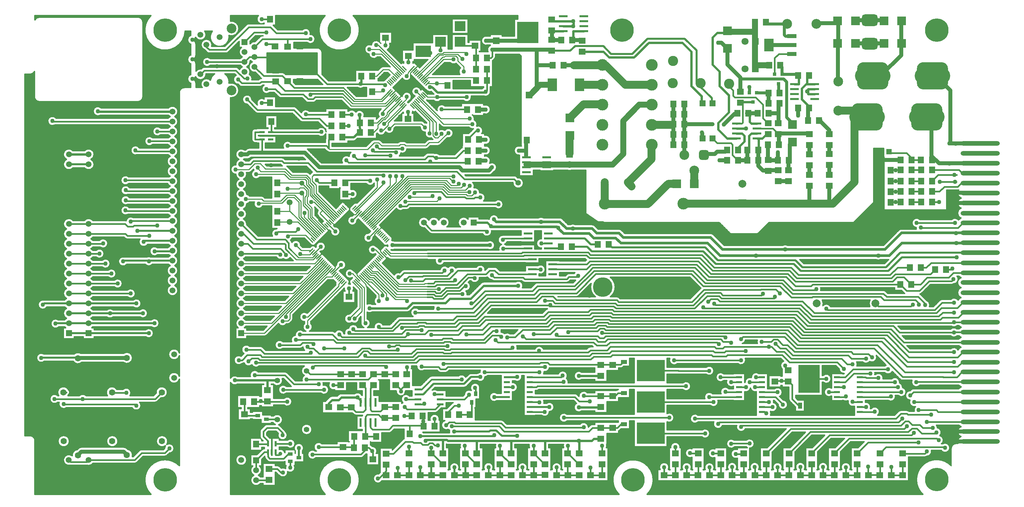
<source format=gtl>
%FSLAX43Y43*%
%MOMM*%
G71*
G01*
G75*
G04 Layer_Physical_Order=1*
G04 Layer_Color=255*
%ADD10C,0.300*%
%ADD11R,1.600X1.800*%
%ADD12R,1.800X1.600*%
%ADD13R,1.000X1.600*%
%ADD14R,5.500X5.400*%
%ADD15R,2.200X0.600*%
%ADD16R,2.200X0.600*%
%ADD17R,0.900X0.950*%
%ADD18R,0.900X0.950*%
%ADD19R,2.400X1.000*%
%ADD20R,2.400X3.300*%
%ADD21R,1.300X0.850*%
G04:AMPARAMS|DCode=22|XSize=1.5mm|YSize=0.25mm|CornerRadius=0mm|HoleSize=0mm|Usage=FLASHONLY|Rotation=315.000|XOffset=0mm|YOffset=0mm|HoleType=Round|Shape=Round|*
%AMOVALD22*
21,1,1.250,0.250,0.000,0.000,315.0*
1,1,0.250,-0.442,0.442*
1,1,0.250,0.442,-0.442*
%
%ADD22OVALD22*%

G04:AMPARAMS|DCode=23|XSize=1.5mm|YSize=0.25mm|CornerRadius=0mm|HoleSize=0mm|Usage=FLASHONLY|Rotation=315.000|XOffset=0mm|YOffset=0mm|HoleType=Round|Shape=Rectangle|*
%AMROTATEDRECTD23*
4,1,4,-0.619,0.442,-0.442,0.619,0.619,-0.442,0.442,-0.619,-0.619,0.442,0.0*
%
%ADD23ROTATEDRECTD23*%

G04:AMPARAMS|DCode=24|XSize=1.5mm|YSize=0.25mm|CornerRadius=0mm|HoleSize=0mm|Usage=FLASHONLY|Rotation=45.000|XOffset=0mm|YOffset=0mm|HoleType=Round|Shape=Round|*
%AMOVALD24*
21,1,1.250,0.250,0.000,0.000,45.0*
1,1,0.250,-0.442,-0.442*
1,1,0.250,0.442,0.442*
%
%ADD24OVALD24*%

%ADD25O,10.000X1.200*%
%ADD26R,0.550X1.450*%
%ADD27R,0.550X1.450*%
%ADD28R,1.550X0.600*%
%ADD29R,7.100X5.500*%
%ADD30R,1.600X1.000*%
%ADD31R,5.500X7.100*%
%ADD32R,1.550X0.600*%
%ADD33R,1.700X0.600*%
%ADD34R,1.700X0.600*%
%ADD35R,0.600X2.200*%
%ADD36R,0.600X2.200*%
%ADD37R,0.850X1.300*%
%ADD38R,4.000X3.000*%
G04:AMPARAMS|DCode=39|XSize=1.55mm|YSize=0.3mm|CornerRadius=0mm|HoleSize=0mm|Usage=FLASHONLY|Rotation=315.000|XOffset=0mm|YOffset=0mm|HoleType=Round|Shape=Rectangle|*
%AMROTATEDRECTD39*
4,1,4,-0.654,0.442,-0.442,0.654,0.654,-0.442,0.442,-0.654,-0.654,0.442,0.0*
%
%ADD39ROTATEDRECTD39*%

G04:AMPARAMS|DCode=40|XSize=1.55mm|YSize=0.3mm|CornerRadius=0mm|HoleSize=0mm|Usage=FLASHONLY|Rotation=45.000|XOffset=0mm|YOffset=0mm|HoleType=Round|Shape=Rectangle|*
%AMROTATEDRECTD40*
4,1,4,-0.442,-0.654,-0.654,-0.442,0.442,0.654,0.654,0.442,-0.442,-0.654,0.0*
%
%ADD40ROTATEDRECTD40*%

G04:AMPARAMS|DCode=41|XSize=1.55mm|YSize=0.3mm|CornerRadius=0mm|HoleSize=0mm|Usage=FLASHONLY|Rotation=315.000|XOffset=0mm|YOffset=0mm|HoleType=Round|Shape=Rectangle|*
%AMROTATEDRECTD41*
4,1,4,-0.654,0.442,-0.442,0.654,0.654,-0.442,0.442,-0.654,-0.654,0.442,0.0*
%
%ADD41ROTATEDRECTD41*%

%ADD42R,2.700X2.500*%
%ADD43R,1.450X0.550*%
%ADD44R,1.450X0.550*%
%ADD45R,1.500X1.500*%
%ADD46R,2.300X2.300*%
%ADD47R,2.400X3.300*%
%ADD48R,2.300X2.300*%
%ADD49C,2.000*%
%ADD50C,1.500*%
%ADD51C,0.600*%
%ADD52C,0.800*%
%ADD53C,1.000*%
%ADD54C,0.400*%
%ADD55C,0.500*%
%ADD56C,0.700*%
%ADD57C,0.250*%
%ADD58C,2.500*%
%ADD59C,2.000*%
G04:AMPARAMS|DCode=60|XSize=2.5mm|YSize=2.5mm|CornerRadius=0.625mm|HoleSize=0mm|Usage=FLASHONLY|Rotation=180.000|XOffset=0mm|YOffset=0mm|HoleType=Round|Shape=RoundedRectangle|*
%AMROUNDEDRECTD60*
21,1,2.500,1.250,0,0,180.0*
21,1,1.250,2.500,0,0,180.0*
1,1,1.250,-0.625,0.625*
1,1,1.250,0.625,0.625*
1,1,1.250,0.625,-0.625*
1,1,1.250,-0.625,-0.625*
%
%ADD60ROUNDEDRECTD60*%
%ADD61C,1.400*%
%ADD62R,1.400X1.400*%
%ADD63R,1.800X1.800*%
%ADD64C,1.800*%
%ADD65R,1.800X1.800*%
%ADD66C,2.600*%
%ADD67R,1.500X1.500*%
%ADD68C,1.500*%
%ADD69C,6.000*%
%ADD70C,4.000*%
%ADD71R,1.600X1.600*%
%ADD72C,1.600*%
%ADD73R,1.600X1.600*%
%ADD74C,5.000*%
%ADD75C,1.300*%
G04:AMPARAMS|DCode=76|XSize=4mm|YSize=3mm|CornerRadius=0.75mm|HoleSize=0mm|Usage=FLASHONLY|Rotation=180.000|XOffset=0mm|YOffset=0mm|HoleType=Round|Shape=RoundedRectangle|*
%AMROUNDEDRECTD76*
21,1,4.000,1.500,0,0,180.0*
21,1,2.500,3.000,0,0,180.0*
1,1,1.500,-1.250,0.750*
1,1,1.500,1.250,0.750*
1,1,1.500,1.250,-0.750*
1,1,1.500,-1.250,-0.750*
%
%ADD76ROUNDEDRECTD76*%
G04:AMPARAMS|DCode=77|XSize=8mm|YSize=7mm|CornerRadius=1.75mm|HoleSize=0mm|Usage=FLASHONLY|Rotation=180.000|XOffset=0mm|YOffset=0mm|HoleType=Round|Shape=RoundedRectangle|*
%AMROUNDEDRECTD77*
21,1,8.000,3.500,0,0,180.0*
21,1,4.500,7.000,0,0,180.0*
1,1,3.500,-2.250,1.750*
1,1,3.500,2.250,1.750*
1,1,3.500,2.250,-1.750*
1,1,3.500,-2.250,-1.750*
%
%ADD77ROUNDEDRECTD77*%
%ADD78R,2.000X2.000*%
%ADD79C,3.000*%
%ADD80C,1.000*%
%ADD81C,1.100*%
G36*
X116400Y113600D02*
X116600Y113400D01*
Y112800D01*
Y107300D01*
X114800D01*
Y113900D01*
X114800Y113900D01*
X114879Y113979D01*
X116021D01*
X116400Y113600D01*
D02*
G37*
D10*
X227850Y79100D02*
G03*
X228115Y79142I0J850D01*
G01*
X227850Y79100D02*
G03*
X228115Y79142I0J850D01*
G01*
X228115D02*
G03*
X228783Y77037I1074J-818D01*
G01*
D02*
G03*
X228746Y74475I406J-1288D01*
G01*
D02*
G03*
X228711Y71937I444J-1275D01*
G01*
D02*
G03*
X228085Y71452I478J-1263D01*
G01*
X228085D02*
G03*
X226303Y71550I-935J-752D01*
G01*
X218247D02*
G03*
X217250Y69509I-847J-850D01*
G01*
X217250Y69509D02*
G03*
X217310Y69125I1200J-9D01*
G01*
X213528D02*
G03*
X212818Y68832I-3J-1000D01*
G01*
X213525Y69125D02*
G03*
X212818Y68832I0J-1000D01*
G01*
X206937Y61350D02*
G03*
X208263Y61350I663J1000D01*
G01*
X228141Y57100D02*
G03*
X228711Y56687I1049J850D01*
G01*
Y56687D02*
G03*
X227952Y55965I478J-1263D01*
G01*
D02*
G03*
X228000Y56300I-1152J335D01*
G01*
D02*
G03*
X227695Y57100I-1200J0D01*
G01*
X226782Y55100D02*
G03*
X227896Y55811I18J1200D01*
G01*
X226300Y54950D02*
G03*
X226782Y55100I0J850D01*
G01*
X227896Y55811D02*
G03*
X228746Y54150I1294J-386D01*
G01*
X226300Y54950D02*
G03*
X226782Y55100I0J850D01*
G01*
X165507Y67707D02*
G03*
X164800Y68000I-707J-707D01*
G01*
X165507Y67707D02*
G03*
X164800Y68000I-707J-707D01*
G01*
X135257Y69957D02*
G03*
X134550Y70250I-707J-707D01*
G01*
X135257Y69957D02*
G03*
X134550Y70250I-707J-707D01*
G01*
X142107Y68807D02*
G03*
X141400Y69100I-707J-707D01*
G01*
X142107Y68807D02*
G03*
X141400Y69100I-707J-707D01*
G01*
X184513Y64950D02*
G03*
X183187Y64950I-663J-1000D01*
G01*
X140455Y54291D02*
G03*
X139210Y56800I-3150J0D01*
G01*
X134306Y55254D02*
G03*
X135377Y51800I2999J-963D01*
G01*
X228746Y54150D02*
G03*
X228711Y51612I444J-1275D01*
G01*
D02*
G03*
X227971Y50931I478J-1263D01*
G01*
D02*
G03*
X226103Y51150I-1021J-631D01*
G01*
X223900D02*
G03*
X223299Y50901I0J-850D01*
G01*
X223900Y51150D02*
G03*
X223299Y50901I0J-850D01*
G01*
X220750Y49750D02*
G03*
X219906Y50896I-1200J0D01*
G01*
X228141Y44450D02*
G03*
X228783Y44012I1049J850D01*
G01*
X226237Y44300D02*
G03*
X227747Y44450I663J1000D01*
G01*
X228783Y44012D02*
G03*
X228141Y43575I406J-1288D01*
G01*
X227722D02*
G03*
X226053Y43550I-822J-875D01*
G01*
X220662Y49300D02*
G03*
X220750Y49750I-1112J450D01*
G01*
X209501Y53201D02*
G03*
X208900Y53450I-601J-601D01*
G01*
X209501Y53201D02*
G03*
X208900Y53450I-601J-601D01*
G01*
X218259Y52515D02*
G03*
X218701Y52749I-159J835D01*
G01*
X218259Y52515D02*
G03*
X218701Y52749I-159J835D01*
G01*
X218401Y52401D02*
G03*
X218259Y52515I-601J-601D01*
G01*
X214230Y52749D02*
G03*
X214349Y52650I601J601D01*
G01*
X218401Y52401D02*
G03*
X218259Y52515I-601J-601D01*
G01*
X214230Y52749D02*
G03*
X214349Y52650I601J601D01*
G01*
X205476Y50950D02*
G03*
X205461Y49300I1422J-838D01*
G01*
X228141Y41875D02*
G03*
X228746Y41450I1049J850D01*
G01*
X226053Y41850D02*
G03*
X227771Y41875I847J850D01*
G01*
X228746Y41450D02*
G03*
X228141Y41025I444J-1275D01*
G01*
Y39325D02*
G03*
X228711Y38912I1049J850D01*
G01*
D02*
G03*
X227961Y38210I478J-1263D01*
G01*
D02*
G03*
X226053Y38500I-1061J-560D01*
G01*
X207200Y36300D02*
G03*
X207085Y36813I-1200J0D01*
G01*
X205397Y35263D02*
G03*
X207200Y36300I603J1037D01*
G01*
X209571Y34327D02*
G03*
X209253Y34100I529J-1077D01*
G01*
Y32400D02*
G03*
X211177Y32721I847J850D01*
G01*
X203603Y35150D02*
G03*
X205397Y35263I847J850D01*
G01*
X206750Y32200D02*
G03*
X206733Y32400I-1200J0D01*
G01*
X206712Y31900D02*
G03*
X206750Y32200I-1162J300D01*
G01*
X202250Y34550D02*
G03*
X202089Y35150I-1200J0D01*
G01*
X202162Y34100D02*
G03*
X202250Y34550I-1112J450D01*
G01*
X193547Y50112D02*
G03*
X193319Y50950I-1650J0D01*
G01*
X193444Y49536D02*
G03*
X193547Y50112I-1546J576D01*
G01*
X195417Y49300D02*
G03*
X193444Y49536I-1067J-550D01*
G01*
X192950Y53800D02*
G03*
X192912Y54100I-1200J0D01*
G01*
X192898Y53450D02*
G03*
X192950Y53800I-1148J350D01*
G01*
X141501Y51551D02*
G03*
X140900Y51800I-601J-601D01*
G01*
X141501Y51551D02*
G03*
X140900Y51800I-601J-601D01*
G01*
X176702Y40700D02*
G03*
X176759Y39850I1148J-350D01*
G01*
X172893D02*
G03*
X173712Y40700I-343J1150D01*
G01*
X139234Y51800D02*
G03*
X140455Y54291I-1928J2491D01*
G01*
X173750Y35600D02*
G03*
X173662Y36050I-1200J0D01*
G01*
X171703Y34750D02*
G03*
X173750Y35600I847J850D01*
G01*
X154388Y36050D02*
G03*
X156347Y34750I1112J-450D01*
G01*
X183426Y35372D02*
G03*
X183064Y33343I424J-1122D01*
G01*
X197600Y33398D02*
G03*
X198902Y32204I1200J2D01*
G01*
X183064Y31489D02*
G03*
X182764Y31492I-164J-1189D01*
G01*
X165650Y32900D02*
G03*
X163603Y33750I-1200J0D01*
G01*
Y32050D02*
G03*
X165650Y32900I847J850D01*
G01*
X141850Y33600D02*
G03*
X142451Y33849I0J850D01*
G01*
X141850Y33600D02*
G03*
X142451Y33849I0J850D01*
G01*
X116193Y90350D02*
G03*
X116039Y88015I-343J-1150D01*
G01*
X128135Y84200D02*
G03*
X129465Y84200I665J1400D01*
G01*
X117038Y80909D02*
G03*
X115547Y82251I-1350J0D01*
G01*
X110300Y113838D02*
G03*
X110898Y113838I299J1162D01*
G01*
X109571Y83844D02*
G03*
X110200Y84900I-571J1056D01*
G01*
X109651Y112649D02*
G03*
X109900Y113250I-601J601D01*
G01*
X109651Y112649D02*
G03*
X109900Y113250I-601J601D01*
G01*
X115298Y82501D02*
G03*
X114697Y82750I-601J-601D01*
G01*
X115298Y82501D02*
G03*
X114697Y82750I-601J-601D01*
G01*
X109188Y112202D02*
G03*
X109294Y112292I-494J692D01*
G01*
X109188Y112202D02*
G03*
X109294Y112292I-494J692D01*
G01*
X108580Y104471D02*
G03*
X108588Y104588I-842J117D01*
G01*
X108580Y104471D02*
G03*
X108588Y104588I-842J117D01*
G01*
X108600Y104250D02*
G03*
X108580Y104471I-1200J0D01*
G01*
X127007Y71707D02*
G03*
X126300Y72000I-707J-707D01*
G01*
X127007Y71707D02*
G03*
X126300Y72000I-707J-707D01*
G01*
X130313Y70250D02*
G03*
X128987Y70250I-663J-1000D01*
G01*
X122163Y72000D02*
G03*
X120837Y72000I-663J-1000D01*
G01*
X114345Y81049D02*
G03*
X117038Y80909I1343J-141D01*
G01*
X109803Y74600D02*
G03*
X111850Y75450I847J850D01*
G01*
D02*
G03*
X109803Y76300I-1200J0D01*
G01*
X108900Y68450D02*
G03*
X108874Y68700I-1200J0D01*
G01*
X107843Y118450D02*
G03*
X107843Y116150I-343J-1150D01*
G01*
X108550Y116091D02*
G03*
X107986Y114443I500J-1091D01*
G01*
X107057Y103100D02*
G03*
X108600Y104250I343J1150D01*
G01*
X108593Y99693D02*
G03*
X107051Y100843I-1200J0D01*
G01*
Y98543D02*
G03*
X108593Y99693I343J1150D01*
G01*
X106888Y105335D02*
G03*
X106463Y105000I512J-1085D01*
G01*
X105200Y95950D02*
G03*
X104464Y97057I-1200J0D01*
G01*
D02*
G03*
X104500Y97350I-1164J293D01*
G01*
D02*
G03*
X104200Y98143I-1200J0D01*
G01*
X103750Y102850D02*
G03*
X103724Y103100I-1200J0D01*
G01*
X101673Y102031D02*
G03*
X103750Y102850I877J819D01*
G01*
X104200Y98143D02*
G03*
X104088Y98255I-900J-793D01*
G01*
D02*
G03*
X103988Y98333I-788J-905D01*
G01*
X107112Y90785D02*
G03*
X108600Y91950I288J1165D01*
G01*
D02*
G03*
X107112Y93115I-1200J0D01*
G01*
X108600Y89200D02*
G03*
X107088Y90359I-1200J0D01*
G01*
X107088Y88041D02*
G03*
X108600Y89200I312J1159D01*
G01*
Y86600D02*
G03*
X107088Y87759I-1200J0D01*
G01*
X110200Y84900D02*
G03*
X108403Y85941I-1200J0D01*
G01*
X108200Y82950D02*
G03*
X109014Y83288I0J1150D01*
G01*
X108200Y82950D02*
G03*
X109013Y83287I0J1150D01*
G01*
X108403Y85941D02*
G03*
X108600Y86600I-1003J659D01*
G01*
X110631Y72000D02*
G03*
X108300Y71611I-1131J-400D01*
G01*
D02*
G03*
X107792Y71758I-508J-803D01*
G01*
X108300Y71611D02*
G03*
X107792Y71758I-508J-803D01*
G01*
X106844Y76300D02*
G03*
X107250Y77200I-794J900D01*
G01*
D02*
G03*
X105844Y78382I-1200J0D01*
G01*
X106609Y67950D02*
G03*
X108900Y68450I1091J500D01*
G01*
X106650Y94300D02*
G03*
X105088Y95444I-1200J0D01*
G01*
X106392Y93557D02*
G03*
X106650Y94300I-942J743D01*
G01*
X105088Y95444D02*
G03*
X105200Y95950I-1088J506D01*
G01*
X103084Y95175D02*
G03*
X104281Y94783I916J775D01*
G01*
X101388Y89965D02*
G03*
X101142Y89794I356J-772D01*
G01*
X101388Y89965D02*
G03*
X101142Y89794I356J-772D01*
G01*
X105844Y78382D02*
G03*
X105850Y78500I-1194J118D01*
G01*
D02*
G03*
X104402Y79674I-1200J0D01*
G01*
D02*
G03*
X104500Y80150I-1102J476D01*
G01*
D02*
G03*
X104094Y81050I-1200J0D01*
G01*
X130166Y58012D02*
G03*
X129961Y57750I834J-862D01*
G01*
X128650D02*
G03*
X128049Y57501I0J-850D01*
G01*
X128650Y57750D02*
G03*
X128049Y57501I0J-850D01*
G01*
X128100Y55500D02*
G03*
X128701Y55749I0J850D01*
G01*
X128100Y55500D02*
G03*
X128701Y55749I0J850D01*
G01*
X121639Y66660D02*
G03*
X121639Y64265I-77J-1198D01*
G01*
X121039Y57655D02*
G03*
X122600Y58800I361J1145D01*
G01*
D02*
G03*
X120756Y59812I-1200J0D01*
G01*
X130550Y51850D02*
G03*
X131151Y52099I0J850D01*
G01*
X130550Y51850D02*
G03*
X131151Y52099I0J850D01*
G01*
X134100Y39000D02*
G03*
X133499Y38751I0J-850D01*
G01*
X134100Y39000D02*
G03*
X133499Y38751I0J-850D01*
G01*
X128250Y31650D02*
G03*
X125936Y32095I-1200J0D01*
G01*
X123056Y48800D02*
G03*
X123149Y48726I794J900D01*
G01*
D02*
G03*
X122749Y48501I201J-826D01*
G01*
X123149Y48726D02*
G03*
X122749Y48501I201J-826D01*
G01*
X120600Y55400D02*
G03*
X119999Y55151I0J-850D01*
G01*
X120600Y55400D02*
G03*
X119999Y55151I0J-850D01*
G01*
X122162Y38450D02*
G03*
X119938Y38450I-1112J-450D01*
G01*
X122294Y32668D02*
G03*
X123674Y33603I206J1182D01*
G01*
X122300Y32550D02*
G03*
X122294Y32668I-1200J0D01*
G01*
X122210Y32095D02*
G03*
X122300Y32550I-1110J455D01*
G01*
X112132Y67582D02*
G03*
X111877Y67543I0J-850D01*
G01*
X112132Y67582D02*
G03*
X111877Y67543I0J-850D01*
G01*
X111877D02*
G03*
X111415Y65198I-127J-1193D01*
G01*
X112235Y65252D02*
G03*
X112855Y65882I-485J1098D01*
G01*
X112643Y65042D02*
G03*
X112235Y65252I-743J-942D01*
G01*
X109700Y65000D02*
G03*
X107919Y66050I-1200J0D01*
G01*
X111415Y65198D02*
G03*
X110752Y63750I485J-1098D01*
G01*
X107919Y63950D02*
G03*
X109700Y65000I581J1050D01*
G01*
X110301Y59151D02*
G03*
X109700Y59400I-601J-601D01*
G01*
X110301Y59151D02*
G03*
X109700Y59400I-601J-601D01*
G01*
X108400D02*
G03*
X107799Y59151I0J-850D01*
G01*
X108400Y59400D02*
G03*
X107799Y59151I0J-850D01*
G01*
X107859Y56851D02*
G03*
X108948Y56150I1091J499D01*
G01*
X108949Y56149D02*
G03*
X109550Y55900I601J601D01*
G01*
X108949Y56149D02*
G03*
X109550Y55900I601J601D01*
G01*
X107442Y56742D02*
G03*
X107859Y56851I0J850D01*
G01*
X107442Y56742D02*
G03*
X107859Y56851I0J850D01*
G01*
X107250Y58750D02*
G03*
X105011Y59350I-1200J0D01*
G01*
X107240Y58592D02*
G03*
X107250Y58750I-1189J158D01*
G01*
X105800Y56600D02*
G03*
X105792Y56742I-1200J0D01*
G01*
X116749Y55749D02*
G03*
X117350Y55500I601J601D01*
G01*
X116749Y55749D02*
G03*
X117350Y55500I601J601D01*
G01*
X116900Y54650D02*
G03*
X114967Y55600I-1200J0D01*
G01*
X116791Y54150D02*
G03*
X116900Y54650I-1091J500D01*
G01*
X115398Y38450D02*
G03*
X115450Y38800I-1148J350D01*
G01*
D02*
G03*
X115341Y39300I-1200J0D01*
G01*
X111400Y43000D02*
G03*
X111348Y43350I-1200J0D01*
G01*
X111374Y42750D02*
G03*
X111400Y43000I-1174J250D01*
G01*
X113633Y42350D02*
G03*
X112213Y42384I-733J-950D01*
G01*
X112213D02*
G03*
X111374Y42750I-863J-834D01*
G01*
X106900Y55600D02*
G03*
X106228Y55322I0J-950D01*
G01*
X106900Y55600D02*
G03*
X106228Y55322I0J-950D01*
G01*
X103625Y55900D02*
G03*
X105800Y56600I975J700D01*
G01*
X103500Y54500D02*
G03*
X102957Y55504I-1200J0D01*
G01*
X102344Y53301D02*
G03*
X103500Y54500I-44J1199D01*
G01*
X105988Y33000D02*
G03*
X105901Y32496I1112J-450D01*
G01*
D02*
G03*
X105206Y32200I99J-1196D01*
G01*
X102633Y52300D02*
G03*
X102650Y52500I-1183J200D01*
G01*
D02*
G03*
X102344Y53301I-1200J0D01*
G01*
X103650Y32200D02*
G03*
X103013Y31936I0J-900D01*
G01*
X103650Y32200D02*
G03*
X103014Y31936I0J-900D01*
G01*
X228141Y29200D02*
G03*
X228783Y28762I1049J850D01*
G01*
X216188Y30450D02*
G03*
X218194Y29200I1112J-450D01*
G01*
X213199Y30699D02*
G03*
X213800Y30450I601J601D01*
G01*
X213199Y30699D02*
G03*
X213800Y30450I601J601D01*
G01*
Y28700D02*
G03*
X213036Y29818I-1200J0D01*
G01*
X228783Y28762D02*
G03*
X228141Y28325I406J-1288D01*
G01*
X216625D02*
G03*
X216024Y28076I0J-850D01*
G01*
X216625Y28325D02*
G03*
X216024Y28076I0J-850D01*
G01*
X214700Y27450D02*
G03*
X213797Y28613I-1200J0D01*
G01*
X212661Y26592D02*
G03*
X214700Y27450I839J858D01*
G01*
X215748Y27800D02*
G03*
X215661Y25403I2J-1200D01*
G01*
D02*
G03*
X217114Y23756I1089J-503D01*
G01*
X213050Y30000D02*
G03*
X211003Y30850I-1200J0D01*
G01*
X213036Y29818D02*
G03*
X213050Y30000I-1186J182D01*
G01*
X208833Y30850D02*
G03*
X208850Y31050I-1183J200D01*
G01*
D02*
G03*
X206803Y31900I-1200J0D01*
G01*
X195550Y30850D02*
G03*
X193475Y31671I-1200J0D01*
G01*
X193533Y29971D02*
G03*
X195550Y30850I817J879D01*
G01*
X212000Y26300D02*
G03*
X211964Y26592I-1200J0D01*
G01*
X210104Y25322D02*
G03*
X212000Y26300I696J978D01*
G01*
X195645Y28462D02*
G03*
X195645Y26438I-645J-1012D01*
G01*
X198604Y25322D02*
G03*
X199889Y25255I696J978D01*
G01*
D02*
G03*
X201495Y23836I1161J-305D01*
G01*
X205650Y23650D02*
G03*
X204345Y24845I-1200J0D01*
G01*
X217114Y23756D02*
G03*
X216752Y22500I786J-906D01*
G01*
X215501Y22501D02*
G03*
X214900Y22750I-601J-601D01*
G01*
X215501Y22501D02*
G03*
X214900Y22750I-601J-601D01*
G01*
X213350D02*
G03*
X212749Y22501I0J-850D01*
G01*
X213350Y22750D02*
G03*
X212749Y22501I0J-850D01*
G01*
X207900Y22450D02*
G03*
X205773Y23212I-1200J0D01*
G01*
X205567D02*
G03*
X205650Y23650I-1117J438D01*
G01*
X207433Y21500D02*
G03*
X207900Y22450I-733J950D01*
G01*
X228141Y19000D02*
G03*
X228711Y18587I1049J850D01*
G01*
Y18587D02*
G03*
X228711Y16062I478J-1263D01*
G01*
D02*
G03*
X227935Y14300I478J-1263D01*
G01*
X222700Y18324D02*
G03*
X222475Y19000I-1200J-24D01*
G01*
X223650Y17150D02*
G03*
X222700Y18324I-1200J0D01*
G01*
X223307Y16310D02*
G03*
X223650Y17150I-857J840D01*
G01*
X224200Y15150D02*
G03*
X223307Y16310I-1200J0D01*
G01*
X182764Y29108D02*
G03*
X183064Y29111I136J1192D01*
G01*
X182429Y26323D02*
G03*
X183100Y27400I-529J1077D01*
G01*
D02*
G03*
X181090Y28285I-1200J0D01*
G01*
X184800Y25650D02*
G03*
X185049Y25049I850J0D01*
G01*
X184800Y25650D02*
G03*
X185049Y25049I850J0D01*
G01*
X184450Y24250D02*
G03*
X183303Y25449I-1200J0D01*
G01*
X180900Y24900D02*
G03*
X180831Y25300I-1200J0D01*
G01*
X180892Y24764D02*
G03*
X180900Y24900I-1192J136D01*
G01*
X182051Y24297D02*
G03*
X184450Y24250I1199J-47D01*
G01*
X181800Y23600D02*
G03*
X180892Y24764I-1200J0D01*
G01*
X180083Y22517D02*
G03*
X181800Y23600I517J1083D01*
G01*
X177140Y32195D02*
G03*
X175206Y31129I-740J-945D01*
G01*
D02*
G03*
X173606Y29884I-406J-1129D01*
G01*
D02*
G03*
X173500Y29862I194J-1184D01*
G01*
X168917Y30395D02*
G03*
X170650Y28961I1133J-395D01*
G01*
X168202Y32095D02*
G03*
X168192Y30395I-852J-845D01*
G01*
X174975Y28456D02*
G03*
X176500Y27552I1175J244D01*
G01*
X173500Y27538D02*
G03*
X174975Y28456I300J1162D01*
G01*
X169458Y28285D02*
G03*
X167452Y27015I-908J-785D01*
G01*
X166750Y24900D02*
G03*
X166676Y25315I-1200J0D01*
G01*
X164703Y24050D02*
G03*
X166750Y24900I847J850D01*
G01*
X180200Y22000D02*
G03*
X180083Y22517I-1200J0D01*
G01*
X180091Y21500D02*
G03*
X180200Y22000I-1091J500D01*
G01*
X171438Y18850D02*
G03*
X173691Y18050I1162J-300D01*
G01*
X165609Y19800D02*
G03*
X167812Y18850I1091J-500D01*
G01*
X223733Y14200D02*
G03*
X224200Y15150I-733J950D01*
G01*
X227500Y14300D02*
G03*
X226200Y13000I0J-1300D01*
G01*
X227500Y14300D02*
G03*
X226200Y13000I0J-1300D01*
G01*
X225850Y13200D02*
G03*
X223987Y14200I-1200J0D01*
G01*
X223675Y12500D02*
G03*
X225850Y13200I975J700D01*
G01*
X221200Y12250D02*
G03*
X221174Y12500I-1200J0D01*
G01*
X219998Y11050D02*
G03*
X221200Y12250I2J1200D01*
G01*
X219450Y10850D02*
G03*
X219998Y11050I0J850D01*
G01*
X219450Y10850D02*
G03*
X219998Y11050I0J850D01*
G01*
X226200Y8632D02*
G03*
X218970Y1300I-3700J-3582D01*
G01*
X200369Y7662D02*
G03*
X200523Y8250I-1046J588D01*
G01*
D02*
G03*
X198277Y7662I-1200J0D01*
G01*
X194700Y8300D02*
G03*
X192483Y7662I-1200J0D01*
G01*
X194517D02*
G03*
X194700Y8300I-1017J638D01*
G01*
X175950Y14300D02*
G03*
X173903Y15150I-1200J0D01*
G01*
Y13450D02*
G03*
X174185Y13241I847J850D01*
G01*
X174764Y13100D02*
G03*
X175950Y14300I-14J1200D01*
G01*
X170844Y15150D02*
G03*
X170944Y13450I-794J-900D01*
G01*
X171664Y12756D02*
G03*
X171664Y10544I-464J-1106D01*
G01*
X165864Y12906D02*
G03*
X165864Y10694I-464J-1106D01*
G01*
X188900Y8300D02*
G03*
X186683Y7662I-1200J0D01*
G01*
X188717D02*
G03*
X188900Y8300I-1017J638D01*
G01*
X182946Y7662D02*
G03*
X183100Y8250I-1046J588D01*
G01*
D02*
G03*
X180854Y7662I-1200J0D01*
G01*
X177067D02*
G03*
X177250Y8300I-1017J638D01*
G01*
D02*
G03*
X175033Y7662I-1200J0D01*
G01*
X171317D02*
G03*
X171500Y8300I-1017J638D01*
G01*
D02*
G03*
X169283Y7662I-1200J0D01*
G01*
X157703Y28100D02*
G03*
X159750Y28950I847J850D01*
G01*
D02*
G03*
X157703Y29800I-1200J0D01*
G01*
X141188Y28038D02*
G03*
X140666Y27859I0J-850D01*
G01*
X141188Y28038D02*
G03*
X140666Y27859I0J-850D01*
G01*
X165331Y27015D02*
G03*
X163338Y25750I-881J-815D01*
G01*
X161647Y21500D02*
G03*
X161647Y19800I-847J-850D01*
G01*
X153721Y19823D02*
G03*
X155450Y20900I529J1077D01*
G01*
D02*
G03*
X153721Y21977I-1200J0D01*
G01*
X131872Y32559D02*
G03*
X131894Y30659I-722J-959D01*
G01*
X128450Y30050D02*
G03*
X128032Y30960I-1200J0D01*
G01*
D02*
G03*
X128250Y31650I-982J690D01*
G01*
X128424Y29800D02*
G03*
X128450Y30050I-1174J250D01*
G01*
X130786Y26766D02*
G03*
X130185Y27015I-601J-601D01*
G01*
X133337Y27250D02*
G03*
X131210Y26342I-937J-750D01*
G01*
X130786Y26766D02*
G03*
X130185Y27015I-601J-601D01*
G01*
X120355Y27855D02*
G03*
X120952Y28100I0J850D01*
G01*
X120355Y27855D02*
G03*
X120952Y28100I0J850D01*
G01*
X116650Y31350D02*
G03*
X116598Y31700I-1200J0D01*
G01*
X114794Y30345D02*
G03*
X116650Y31350I656J1005D01*
G01*
X115500Y28700D02*
G03*
X114200Y29896I-1200J0D01*
G01*
X107199Y31354D02*
G03*
X107947Y31700I-99J1196D01*
G01*
X105206Y30400D02*
G03*
X107200Y31300I794J900D01*
G01*
X105900Y28550D02*
G03*
X103722Y27855I-1200J0D01*
G01*
X114200Y27504D02*
G03*
X115500Y28700I100J1196D01*
G01*
X105873Y28298D02*
G03*
X105900Y28550I-1173J252D01*
G01*
X101900Y28650D02*
G03*
X102537Y28914I0J900D01*
G01*
X101900Y28650D02*
G03*
X102537Y28914I0J900D01*
G01*
X103722Y27855D02*
G03*
X101950Y26802I-572J-1055D01*
G01*
X130556Y24592D02*
G03*
X131883Y22600I594J-1042D01*
G01*
X122300Y24850D02*
G03*
X122206Y25315I-1200J0D01*
G01*
X123649Y22450D02*
G03*
X124850Y23650I1J1200D01*
G01*
D02*
G03*
X122829Y24525I-1200J0D01*
G01*
X122255D02*
G03*
X122300Y24850I-1155J325D01*
G01*
X128197Y21750D02*
G03*
X128197Y20050I-847J-850D01*
G01*
X121656Y21500D02*
G03*
X123650Y22400I794J900D01*
G01*
X110382Y27065D02*
G03*
X110302Y25265I-832J-865D01*
G01*
X111951Y20051D02*
G03*
X111350Y20300I-601J-601D01*
G01*
X111951Y20051D02*
G03*
X111350Y20300I-601J-601D01*
G01*
X162506Y16050D02*
G03*
X164600Y16850I894J800D01*
G01*
D02*
G03*
X162606Y17750I-1200J0D01*
G01*
X160064Y12934D02*
G03*
X160064Y10766I-514J-1084D01*
G01*
X157000Y13400D02*
G03*
X154611Y13238I-1200J0D01*
G01*
X141336Y17519D02*
G03*
X141601Y17699I-336J781D01*
G01*
X141336Y17519D02*
G03*
X141601Y17699I-336J781D01*
G01*
X156989Y13238D02*
G03*
X157000Y13400I-1189J162D01*
G01*
X165700Y8200D02*
G03*
X163427Y7662I-1200J0D01*
G01*
X165573D02*
G03*
X165700Y8200I-1073J538D01*
G01*
X159746Y7662D02*
G03*
X159900Y8250I-1046J588D01*
G01*
D02*
G03*
X157654Y7662I-1200J0D01*
G01*
X154150Y8250D02*
G03*
X151904Y7662I-1200J0D01*
G01*
X153996D02*
G03*
X154150Y8250I-1046J588D01*
G01*
X150150Y5000D02*
G03*
X141418Y1300I-5150J0D01*
G01*
X148582D02*
G03*
X150150Y5000I-3582J3700D01*
G01*
X134600Y19150D02*
G03*
X133999Y18901I0J-850D01*
G01*
X134600Y19150D02*
G03*
X133999Y18901I0J-850D01*
G01*
X133600Y18502D02*
G03*
X131425Y19200I-1200J-2D01*
G01*
X138300Y13700D02*
G03*
X138245Y14059I-1200J0D01*
G01*
X127238Y14050D02*
G03*
X127313Y13241I1162J-300D01*
G01*
X118488Y14050D02*
G03*
X118563Y13241I1162J-300D01*
G01*
X138207Y13238D02*
G03*
X138300Y13700I-1107J462D01*
G01*
X109902Y14050D02*
G03*
X109941Y13241I1148J-350D01*
G01*
X100902Y14050D02*
G03*
X100941Y13241I1148J-350D01*
G01*
X118000Y8200D02*
G03*
X115727Y7662I-1200J0D01*
G01*
X126573D02*
G03*
X126700Y8200I-1073J538D01*
G01*
D02*
G03*
X124427Y7662I-1200J0D01*
G01*
X117873D02*
G03*
X118000Y8200I-1073J538D01*
G01*
X109144Y7659D02*
G03*
X109300Y8250I-1044J591D01*
G01*
D02*
G03*
X107056Y7659I-1200J0D01*
G01*
X98284Y111725D02*
G03*
X99827Y111477I916J775D01*
G01*
X100975Y110316D02*
G03*
X100794Y108675I775J-916D01*
G01*
X88850Y111750D02*
G03*
X88831Y111962I-1200J0D01*
G01*
X88828Y111523D02*
G03*
X88850Y111750I-1178J227D01*
G01*
X86469Y111962D02*
G03*
X86478Y111491I1181J-212D01*
G01*
X88400Y108250D02*
G03*
X88382Y108455I-1200J0D01*
G01*
X86135Y107698D02*
G03*
X88400Y108250I1065J552D01*
G01*
X94084Y102075D02*
G03*
X95877Y102031I916J775D01*
G01*
X92143Y104797D02*
G03*
X93503Y104303I1007J653D01*
G01*
X92352Y102107D02*
G03*
X92573Y102075I221J743D01*
G01*
X92352Y102107D02*
G03*
X92573Y102075I221J743D01*
G01*
X90859Y104644D02*
G03*
X89365Y103150I-1150J-344D01*
G01*
X96997Y100600D02*
G03*
X95004Y99394I-847J-850D01*
G01*
X88450Y102950D02*
G03*
X86051Y103008I-1200J0D01*
G01*
X88727Y99077D02*
G03*
X88719Y99209I-1200J0D01*
G01*
X88685Y98762D02*
G03*
X88727Y99077I-1158J314D01*
G01*
X87761Y101864D02*
G03*
X88450Y102950I-511J1086D01*
G01*
X86330Y98984D02*
G03*
X86368Y98762I1196J93D01*
G01*
X83000Y116050D02*
G03*
X82885Y116562I-1200J0D01*
G01*
X83014Y110606D02*
G03*
X82695Y110675I-319J-706D01*
G01*
X83014Y110606D02*
G03*
X82695Y110675I-319J-706D01*
G01*
X82277Y114949D02*
G03*
X83000Y116050I-477J1101D01*
G01*
X81200Y110675D02*
G03*
X80651Y110447I0J-775D01*
G01*
X81200Y110675D02*
G03*
X80652Y110448I0J-775D01*
G01*
X80413Y116793D02*
G03*
X80293Y116951I-1013J-643D01*
G01*
X80529Y116697D02*
G03*
X80413Y116793I-549J-547D01*
G01*
X80529Y116698D02*
G03*
X80413Y116793I-548J-548D01*
G01*
X80293Y116951D02*
G03*
X78201Y116191I-893J-801D01*
G01*
X75150Y120000D02*
G03*
X73582Y123700I-5150J0D01*
G01*
X66418D02*
G03*
X75150Y120000I3582J-3700D01*
G01*
X77600Y113904D02*
G03*
X79716Y113125I1200J-4D01*
G01*
X78201Y116191D02*
G03*
X77600Y113904I-501J-1091D01*
G01*
X81487Y107081D02*
G03*
X81358Y107050I213J-1181D01*
G01*
X79912Y107546D02*
G03*
X80056Y107660I-406J660D01*
G01*
X79912Y107546D02*
G03*
X80055Y107659I-406J660D01*
G01*
X74717Y105350D02*
G03*
X76183Y105350I733J950D01*
G01*
X80603Y99727D02*
G03*
X80461Y99532I547J-549D01*
G01*
X80602Y99726D02*
G03*
X80461Y99532I548J-548D01*
G01*
D02*
G03*
X80161Y97871I689J-982D01*
G01*
X76315Y97857D02*
G03*
X76400Y98300I-1115J443D01*
G01*
D02*
G03*
X74233Y99011I-1200J0D01*
G01*
X72552Y100052D02*
G03*
X73100Y99825I548J548D01*
G01*
X72551Y100053D02*
G03*
X73100Y99825I549J547D01*
G01*
X74233Y99011D02*
G03*
X72346Y99243I-1033J-611D01*
G01*
X96097Y95402D02*
G03*
X96645Y95175I548J548D01*
G01*
X96096Y95403D02*
G03*
X96645Y95175I549J547D01*
G01*
X97627Y92481D02*
G03*
X99100Y93650I273J1169D01*
G01*
D02*
G03*
X96932Y94360I-1200J0D01*
G01*
X96932D02*
G03*
X95575Y94503I-782J-910D01*
G01*
X91953Y93901D02*
G03*
X93526Y92428I1147J-351D01*
G01*
X95300Y90475D02*
G03*
X95849Y90703I0J775D01*
G01*
X95300Y90475D02*
G03*
X95848Y90702I0J775D01*
G01*
X95597Y88150D02*
G03*
X94413Y88452I-847J-850D01*
G01*
X93000Y92025D02*
G03*
X92452Y91798I0J-775D01*
G01*
X93000Y92025D02*
G03*
X92451Y91797I0J-775D01*
G01*
X92150Y89625D02*
G03*
X92698Y89852I0J775D01*
G01*
X92150Y89625D02*
G03*
X92699Y89853I0J775D01*
G01*
X94413Y88452D02*
G03*
X93978Y88572I-435J-730D01*
G01*
X94413Y88452D02*
G03*
X93978Y88572I-435J-730D01*
G01*
X92672D02*
G03*
X92071Y88323I0J-850D01*
G01*
X92672Y88572D02*
G03*
X92071Y88323I0J-850D01*
G01*
X92672Y88572D02*
G03*
X92071Y88323I0J-850D01*
G01*
X91499Y96597D02*
G03*
X90950Y96825I-549J-547D01*
G01*
X91498Y96598D02*
G03*
X90950Y96825I-548J-548D01*
G01*
X92325Y96222D02*
G03*
X91800Y96296I-425J-1122D01*
G01*
X90704Y95200D02*
G03*
X91953Y93901I1196J-100D01*
G01*
X87149Y91297D02*
G03*
X86600Y91525I-549J-547D01*
G01*
X87148Y91298D02*
G03*
X86600Y91525I-548J-548D01*
G01*
X85650D02*
G03*
X85102Y91298I0J-775D01*
G01*
X85650Y91525D02*
G03*
X85101Y91297I0J-775D01*
G01*
X85741Y88555D02*
G03*
X87298Y89625I359J1145D01*
G01*
X102900Y71621D02*
G03*
X100973Y69650I-1140J-813D01*
G01*
X98080Y70808D02*
G03*
X95410Y71397I-1400J0D01*
G01*
D02*
G03*
X92870Y71397I-1270J-589D01*
G01*
X97467Y69650D02*
G03*
X98080Y70808I-787J1158D01*
G01*
X93007Y68199D02*
G03*
X93608Y67950I601J601D01*
G01*
X93007Y68199D02*
G03*
X93608Y67950I601J601D01*
G01*
X87250Y74100D02*
G03*
X87851Y74349I0J850D01*
G01*
X87250Y74100D02*
G03*
X87851Y74349I0J850D01*
G01*
X85344Y87800D02*
G03*
X85741Y88555I-794J900D01*
G01*
X84629Y74419D02*
G03*
X86383Y74100I1021J631D01*
G01*
X92870Y71397D02*
G03*
X91785Y69420I-1270J-589D01*
G01*
X83107Y67275D02*
G03*
X82753Y67628I-695J-342D01*
G01*
D02*
G03*
X82420Y67971I-695J-342D01*
G01*
D02*
G03*
X82021Y68383I-716J-296D01*
G01*
X84131Y66050D02*
G03*
X83437Y66195I-581J-1050D01*
G01*
X83241Y63841D02*
G03*
X84131Y63950I309J1159D01*
G01*
X83437Y66195D02*
G03*
X83540Y66579I-673J385D01*
G01*
D02*
G03*
X83107Y67275I-775J0D01*
G01*
X82353Y65081D02*
G03*
X82391Y64688I1197J-81D01*
G01*
X81878Y93982D02*
G03*
X84000Y94750I922J768D01*
G01*
X79693Y93647D02*
G03*
X81849Y93953I1007J653D01*
G01*
X80599Y91747D02*
G03*
X80050Y91975I-549J-547D01*
G01*
X80598Y91748D02*
G03*
X80050Y91975I-548J-548D01*
G01*
X78900D02*
G03*
X78351Y91747I0J-775D01*
G01*
X78900Y91975D02*
G03*
X78352Y91748I0J-775D01*
G01*
X76891Y80800D02*
G03*
X78925Y80826I1009J650D01*
G01*
X74600Y78100D02*
G03*
X73038Y79244I-1200J0D01*
G01*
Y76956D02*
G03*
X74600Y78100I362J1144D01*
G01*
X73643Y91643D02*
G03*
X74315Y91922I0J950D01*
G01*
X73643Y91643D02*
G03*
X74315Y91922I0J950D01*
G01*
X72986Y88725D02*
G03*
X72557Y87670I764J-925D01*
G01*
X67002Y88952D02*
G03*
X67550Y88725I548J548D01*
G01*
X67001Y88953D02*
G03*
X67550Y88725I549J547D01*
G01*
X66749Y89149D02*
G03*
X66958Y88996I601J601D01*
G01*
X66749Y89149D02*
G03*
X66958Y88996I601J601D01*
G01*
X72557Y87670D02*
G03*
X70841Y86050I-707J-970D01*
G01*
X80708Y69473D02*
G03*
X80302Y70091I-772J-65D01*
G01*
X82021Y68383D02*
G03*
X81692Y68689I-670J-389D01*
G01*
D02*
G03*
X81339Y69043I-695J-342D01*
G01*
D02*
G03*
X80708Y69473I-695J-342D01*
G01*
X77650Y68889D02*
G03*
X77980Y68548I695J342D01*
G01*
X76589Y69950D02*
G03*
X76943Y69596I695J342D01*
G01*
X76236Y70303D02*
G03*
X76589Y69950I695J342D01*
G01*
X76943Y69596D02*
G03*
X77296Y69243I695J342D01*
G01*
X75528Y71010D02*
G03*
X75882Y70657I695J342D01*
G01*
X75154Y71410D02*
G03*
X75528Y71010I716J296D01*
G01*
X75882Y70657D02*
G03*
X76236Y70303I696J342D01*
G01*
X77296Y69243D02*
G03*
X77650Y68889I696J342D01*
G01*
X77530Y68097D02*
G03*
X78650Y66900I-80J-1197D01*
G01*
X80457Y66107D02*
G03*
X80832Y65707I716J296D01*
G01*
X80150Y66402D02*
G03*
X80457Y66107I670J389D01*
G01*
X81185Y65354D02*
G03*
X82353Y65081I695J342D01*
G01*
X80832Y65707D02*
G03*
X81185Y65354I695J342D01*
G01*
X79771Y66768D02*
G03*
X80150Y66402I695J342D01*
G01*
X79418Y67121D02*
G03*
X79771Y66768I695J342D01*
G01*
X79076Y67452D02*
G03*
X79418Y67121I683J365D01*
G01*
X78650Y66900D02*
G03*
X78644Y67020I-1200J0D01*
G01*
X82391Y64688D02*
G03*
X81185Y64446I-511J-583D01*
G01*
D02*
G03*
X80832Y64093I342J-695D01*
G01*
X79856Y64397D02*
G03*
X79547Y64587I-549J-547D01*
G01*
X79855Y64398D02*
G03*
X79547Y64587I-548J-548D01*
G01*
X74597Y75771D02*
G03*
X73731Y75613I-318J-707D01*
G01*
X72847Y74729D02*
G03*
X72659Y74422I548J-548D01*
G01*
X69848Y75041D02*
G03*
X69518Y74699I365J-683D01*
G01*
X73407Y73132D02*
G03*
X73737Y72790I695J342D01*
G01*
X73054Y73485D02*
G03*
X73407Y73132I695J342D01*
G01*
X72659Y74422D02*
G03*
X72651Y73966I736J-241D01*
G01*
D02*
G03*
X73054Y73485I745J214D01*
G01*
X71843Y73159D02*
G03*
X72119Y73435I-392J668D01*
G01*
X71439Y72778D02*
G03*
X71781Y73108I-342J695D01*
G01*
X73443Y72496D02*
G03*
X74550Y71300I-93J-1196D01*
G01*
X74847Y71706D02*
G03*
X75154Y71410I670J389D01*
G01*
X74550Y71300D02*
G03*
X74545Y71406I-1200J0D01*
G01*
X71086Y72425D02*
G03*
X71439Y72778I-342J695D01*
G01*
X70732Y72071D02*
G03*
X71086Y72425I-342J695D01*
G01*
X70379Y71717D02*
G03*
X70732Y72071I-342J696D01*
G01*
X70025Y71364D02*
G03*
X70379Y71717I-342J695D01*
G01*
X69672Y71010D02*
G03*
X70025Y71364I-342J695D01*
G01*
X69318Y70657D02*
G03*
X69672Y71010I-342J695D01*
G01*
X69518Y74699D02*
G03*
X69176Y74369I342J-695D01*
G01*
X68688Y70227D02*
G03*
X69318Y70657I-65J772D01*
G01*
X68622Y69974D02*
G03*
X68688Y70227I-707J318D01*
G01*
X70200Y68500D02*
G03*
X68900Y69696I-1200J0D01*
G01*
X67804Y68600D02*
G03*
X70200Y68500I1196J-100D01*
G01*
X67273Y68812D02*
G03*
X67526Y68878I-65J772D01*
G01*
X66843Y68182D02*
G03*
X67273Y68812I-342J695D01*
G01*
X66490Y67828D02*
G03*
X66843Y68182I-342J695D01*
G01*
X62650Y119250D02*
G03*
X60603Y120100I-1200J0D01*
G01*
X65650Y114150D02*
G03*
X64350Y115450I-1300J0D01*
G01*
X65650Y114150D02*
G03*
X64350Y115450I-1300J0D01*
G01*
X61803Y116850D02*
G03*
X63850Y117700I847J850D01*
G01*
D02*
G03*
X62597Y118899I-1200J0D01*
G01*
X62597Y118899D02*
G03*
X62650Y119250I-1147J351D01*
G01*
X49406Y123700D02*
G03*
X50855Y121794I794J-900D01*
G01*
X46900Y121600D02*
G03*
X46299Y121351I0J-850D01*
G01*
X46900Y121600D02*
G03*
X46299Y121351I0J-850D01*
G01*
X50425Y118550D02*
G03*
X49824Y118301I0J-850D01*
G01*
X50425Y118550D02*
G03*
X49824Y118301I0J-850D01*
G01*
X48586Y117063D02*
G03*
X47250Y116473I-186J-1388D01*
G01*
X47372Y112185D02*
G03*
X47811Y111865I1028J950D01*
G01*
X47250D02*
G03*
X47238Y112051I-1400J0D01*
G01*
X46439Y110595D02*
G03*
X47250Y111865I-589J1270D01*
G01*
X47811D02*
G03*
X48586Y109207I589J-1270D01*
G01*
X47750Y107600D02*
G03*
X47089Y108672I-1200J0D01*
G01*
X47250Y109325D02*
G03*
X46439Y110595I-1400J0D01*
G01*
X47089Y108672D02*
G03*
X47250Y109325I-1239J653D01*
G01*
X64350Y107350D02*
G03*
X64534Y107363I0J1300D01*
G01*
X64350Y107350D02*
G03*
X64534Y107363I0J1300D01*
G01*
X63350Y101500D02*
G03*
X63951Y101749I0J850D01*
G01*
X63350Y101500D02*
G03*
X63951Y101749I0J850D01*
G01*
X61449D02*
G03*
X62050Y101500I601J601D01*
G01*
X61449Y101749D02*
G03*
X62050Y101500I601J601D01*
G01*
X59001Y100201D02*
G03*
X58400Y100450I-601J-601D01*
G01*
X59001Y100201D02*
G03*
X58400Y100450I-601J-601D01*
G01*
X62350Y99243D02*
G03*
X60328Y98874I-900J-793D01*
G01*
X50787Y105950D02*
G03*
X52297Y104100I663J-1000D01*
G01*
X50147Y107650D02*
G03*
X49549Y107401I3J-850D01*
G01*
X50147Y107650D02*
G03*
X49549Y107401I3J-850D01*
G01*
X49750Y105550D02*
G03*
X50351Y105799I0J850D01*
G01*
X49750Y105550D02*
G03*
X50351Y105799I0J850D01*
G01*
X47698Y107250D02*
G03*
X47750Y107600I-1148J350D01*
G01*
X54499Y102949D02*
G03*
X55100Y102700I601J601D01*
G01*
X54499Y102949D02*
G03*
X55100Y102700I601J601D01*
G01*
X50855Y102356D02*
G03*
X49115Y100837I-655J-1006D01*
G01*
X48549Y98999D02*
G03*
X49150Y98750I601J601D01*
G01*
X48549Y98999D02*
G03*
X49150Y98750I601J601D01*
G01*
X44400Y120400D02*
G03*
X42300Y122289I-1900J0D01*
G01*
X41865Y118609D02*
G03*
X44400Y120400I635J1791D01*
G01*
X41900Y118200D02*
G03*
X41865Y118609I-2400J0D01*
G01*
X45037Y115545D02*
G03*
X45261Y113135I813J-1140D01*
G01*
D02*
G03*
X44738Y112715I589J-1270D01*
G01*
X39500Y115800D02*
G03*
X41900Y118200I0J2400D01*
G01*
X41100Y114100D02*
G03*
X41701Y114349I0J850D01*
G01*
X41100Y114100D02*
G03*
X41701Y114349I0J850D01*
G01*
X37626Y119700D02*
G03*
X39500Y115800I1873J-1500D01*
G01*
X37439D02*
G03*
X37520Y116270I-1319J470D01*
G01*
X36000Y118810D02*
G03*
X35681Y119700I-1400J0D01*
G01*
X32760Y117500D02*
G03*
X33357Y118165I-610J1148D01*
G01*
X32760Y117500D02*
G03*
X33357Y118165I-610J1148D01*
G01*
X33357D02*
G03*
X36000Y118810I1243J645D01*
G01*
X37520Y116270D02*
G03*
X35645Y114953I-1400J0D01*
G01*
X33450Y116352D02*
G03*
X32760Y117500I-1300J0D01*
G01*
X33450Y116352D02*
G03*
X32760Y117500I-1300J0D01*
G01*
X36249Y114349D02*
G03*
X36850Y114100I601J601D01*
G01*
X36249Y114349D02*
G03*
X36850Y114100I601J601D01*
G01*
X32760Y112500D02*
G03*
X33450Y113648I-610J1148D01*
G01*
X32760Y112500D02*
G03*
X33450Y113648I-610J1148D01*
G01*
X44738Y111015D02*
G03*
X45261Y110595I1112J850D01*
G01*
X44251Y110251D02*
G03*
X43650Y110500I-601J-601D01*
G01*
X44251Y110251D02*
G03*
X43650Y110500I-601J-601D01*
G01*
X45261Y110595D02*
G03*
X44583Y109920I589J-1270D01*
G01*
X43671Y108427D02*
G03*
X44198Y106150I529J-1077D01*
G01*
X44400Y104600D02*
G03*
X41865Y106391I-1900J0D01*
G01*
X41900Y106800D02*
G03*
X40827Y108800I-2400J0D01*
G01*
X41865Y106391D02*
G03*
X41900Y106800I-2365J409D01*
G01*
X44549Y105799D02*
G03*
X45150Y105550I601J601D01*
G01*
X44549Y105799D02*
G03*
X45150Y105550I601J601D01*
G01*
X47700Y102252D02*
G03*
X46498Y101050I-1200J-2D01*
G01*
X42300Y102711D02*
G03*
X44400Y104600I200J1889D01*
G01*
X37132Y112715D02*
G03*
X37162Y111015I-832J-865D01*
G01*
X33450Y111352D02*
G03*
X32760Y112500I-1300J0D01*
G01*
X33450Y111352D02*
G03*
X32760Y112500I-1300J0D01*
G01*
X35550Y110500D02*
G03*
X34949Y110251I0J-850D01*
G01*
X35550Y110500D02*
G03*
X34949Y110251I0J-850D01*
G01*
X34786Y110088D02*
G03*
X33450Y109498I-186J-1388D01*
G01*
X36000Y108700D02*
G03*
X35996Y108800I-1400J0D01*
G01*
X38173D02*
G03*
X37127Y107162I1327J-2000D01*
G01*
X33332Y108106D02*
G03*
X36000Y108700I1268J594D01*
G01*
X32760Y107500D02*
G03*
X33332Y108106I-610J1148D01*
G01*
X32760Y107500D02*
G03*
X33332Y108106I-610J1148D01*
G01*
X37127Y107162D02*
G03*
X35039Y105300I-1007J-972D01*
G01*
X33450Y106352D02*
G03*
X32760Y107500I-1300J0D01*
G01*
X33450Y106352D02*
G03*
X32760Y107500I-1300J0D01*
G01*
X66650Y93950D02*
G03*
X66634Y94143I-1200J0D01*
G01*
D02*
G03*
X66538Y94457I-1184J-193D01*
G01*
X66256Y94892D02*
G03*
X66538Y94706I601J601D01*
G01*
X66256Y94892D02*
G03*
X66538Y94706I601J601D01*
G01*
Y94457D02*
G03*
X64595Y94792I-1088J-507D01*
G01*
X64611Y93092D02*
G03*
X66538Y93443I839J858D01*
G01*
X59999Y96799D02*
G03*
X60600Y96550I601J601D01*
G01*
X59999Y96799D02*
G03*
X60600Y96550I601J601D01*
G01*
X66538Y92206D02*
G03*
X66500Y91956I812J-250D01*
G01*
X66538Y92206D02*
G03*
X66500Y91956I812J-250D01*
G01*
X62014Y89462D02*
G03*
X61916Y89550I-814J-812D01*
G01*
X62013Y89463D02*
G03*
X61916Y89550I-813J-813D01*
G01*
X57697Y91250D02*
G03*
X55811Y89800I-847J-850D01*
G01*
X56001Y87101D02*
G03*
X55400Y87350I-601J-601D01*
G01*
X56001Y87101D02*
G03*
X55400Y87350I-601J-601D01*
G01*
X64553Y73803D02*
G03*
X64325Y73254I547J-549D01*
G01*
X64552Y73802D02*
G03*
X64325Y73254I548J-548D01*
G01*
Y73107D02*
G03*
X64553Y72558I775J0D01*
G01*
X64325Y73107D02*
G03*
X64552Y72559I775J0D01*
G01*
X62248Y83448D02*
G03*
X61700Y83675I-548J-548D01*
G01*
X62249Y83447D02*
G03*
X61700Y83675I-549J-547D01*
G01*
X63132Y83716D02*
G03*
X62705Y83251I368J-766D01*
G01*
X63825Y74500D02*
G03*
X63788Y74738I-775J0D01*
G01*
X63825Y74500D02*
G03*
X63788Y74738I-775J0D01*
G01*
X66136Y67475D02*
G03*
X66490Y67828I-342J695D01*
G01*
X65959Y71152D02*
G03*
X65641Y70834I365J-683D01*
G01*
X65782Y67121D02*
G03*
X66136Y67475I-342J695D01*
G01*
X65429Y66768D02*
G03*
X65782Y67121I-342J695D01*
G01*
X65075Y66414D02*
G03*
X65429Y66768I-342J695D01*
G01*
X64722Y66061D02*
G03*
X65075Y66414I-342J695D01*
G01*
X64368Y65707D02*
G03*
X64722Y66061I-342J695D01*
G01*
X64015Y65354D02*
G03*
X64368Y65707I-342J695D01*
G01*
X62771Y65147D02*
G03*
X64015Y65354I548J548D01*
G01*
X66479Y64650D02*
G03*
X64083Y64550I-1200J0D01*
G01*
X64003Y64470D02*
G03*
X62771Y64653I-683J-365D01*
G01*
X55299Y85399D02*
G03*
X55456Y85275I601J601D01*
G01*
X55299Y85399D02*
G03*
X55456Y85275I601J601D01*
G01*
X60150Y65050D02*
G03*
X57938Y65694I-1200J0D01*
G01*
X57938D02*
G03*
X57701Y66151I-838J-144D01*
G01*
X56798Y85048D02*
G03*
X56672Y85150I-548J-548D01*
G01*
X56799Y85047D02*
G03*
X56672Y85150I-549J-547D01*
G01*
X54095Y69243D02*
G03*
X53998Y69199I305J-793D01*
G01*
X54095Y69243D02*
G03*
X53998Y69199I305J-793D01*
G01*
X57938Y65694D02*
G03*
X57701Y66151I-838J-144D01*
G01*
X57586Y66266D02*
G03*
X58022Y66825I-686J984D01*
G01*
X53998Y69199D02*
G03*
X52975Y67300I-48J-1199D01*
G01*
X48558Y94792D02*
G03*
X47957Y94543I0J-850D01*
G01*
X48558Y94792D02*
G03*
X47957Y94543I0J-850D01*
G01*
X47957Y91441D02*
G03*
X48558Y91192I601J601D01*
G01*
X47957Y91441D02*
G03*
X48558Y91192I601J601D01*
G01*
X48126Y84430D02*
G03*
X48236Y84209I1124J420D01*
G01*
X48150Y87350D02*
G03*
X47549Y87101I0J-850D01*
G01*
X48150Y87350D02*
G03*
X47549Y87101I0J-850D01*
G01*
X48236Y84209D02*
G03*
X49716Y82375I564J-1059D01*
G01*
X47949Y94534D02*
G03*
X47700Y93933I601J-601D01*
G01*
X47949Y94534D02*
G03*
X47700Y93933I601J-601D01*
G01*
Y92050D02*
G03*
X47949Y91449I850J0D01*
G01*
X47700Y92050D02*
G03*
X47949Y91449I850J0D01*
G01*
X47050Y89800D02*
G03*
X46236Y89462I0J-1150D01*
G01*
X47050Y89800D02*
G03*
X46237Y89463I0J-1150D01*
G01*
X46620Y87070D02*
G03*
X47433Y87407I0J1150D01*
G01*
X46620Y87070D02*
G03*
X47434Y87408I0J1150D01*
G01*
X45798Y89370D02*
G03*
X44411Y86950I-798J-1150D01*
G01*
X45589D02*
G03*
X45798Y87070I-589J1270D01*
G01*
X46112Y86530D02*
G03*
X45589Y86950I-1112J-850D01*
G01*
X46950Y83575D02*
G03*
X47499Y83803I0J775D01*
G01*
X46950Y83575D02*
G03*
X47498Y83802I0J775D01*
G01*
X44411Y86950D02*
G03*
X43606Y85549I589J-1270D01*
G01*
X43606Y85549D02*
G03*
X43600Y83151I-56J-1199D01*
G01*
X46400Y83140D02*
G03*
X46331Y83575I-1400J0D01*
G01*
X45589Y81870D02*
G03*
X46400Y83140I-589J1270D01*
G01*
Y80600D02*
G03*
X45589Y81870I-1400J0D01*
G01*
X43600Y83151D02*
G03*
X44411Y81870I1400J-11D01*
G01*
X50748Y77348D02*
G03*
X50200Y77575I-548J-548D01*
G01*
X50749Y77347D02*
G03*
X50200Y77575I-549J-547D01*
G01*
X48328Y76025D02*
G03*
X50503Y75025I1122J-425D01*
G01*
X46400Y78060D02*
G03*
X45589Y79330I-1400J0D01*
G01*
X47116Y77575D02*
G03*
X46398Y77984I-916J-775D01*
G01*
X46397Y75616D02*
G03*
X47116Y76025I-197J1184D01*
G01*
X46400Y72980D02*
G03*
X45589Y74250I-1400J0D01*
G01*
X46388Y70254D02*
G03*
X46400Y70440I-1388J186D01*
G01*
X45589Y79330D02*
G03*
X46400Y80600I-589J1270D01*
G01*
X44411Y81870D02*
G03*
X44411Y79330I589J-1270D01*
G01*
X45589Y74250D02*
G03*
X46400Y75520I-589J1270D01*
G01*
X44411Y79330D02*
G03*
X44411Y76790I589J-1270D01*
G01*
D02*
G03*
X44411Y74250I589J-1270D01*
G01*
X45589Y71710D02*
G03*
X46400Y72980I-589J1270D01*
G01*
X44411Y74250D02*
G03*
X44411Y71710I589J-1270D01*
G01*
X46400Y70440D02*
G03*
X45589Y71710I-1400J0D01*
G01*
X44411Y69170D02*
G03*
X44411Y66630I589J-1270D01*
G01*
Y71710D02*
G03*
X44411Y69170I589J-1270D01*
G01*
Y66630D02*
G03*
X44411Y64090I589J-1270D01*
G01*
X94538Y61350D02*
G03*
X96792Y60552I1162J-300D01*
G01*
X92301Y61425D02*
G03*
X92650Y61350I349J775D01*
G01*
X92600Y63750D02*
G03*
X92251Y63675I0J-850D01*
G01*
X100250Y59350D02*
G03*
X99727Y59170I0J-850D01*
G01*
X100250Y59350D02*
G03*
X99727Y59170I0J-850D01*
G01*
D02*
G03*
X97778Y59318I-1027J-620D01*
G01*
X97778D02*
G03*
X95726Y58750I-878J-818D01*
G01*
X80832Y64093D02*
G03*
X80490Y63763I342J-695D01*
G01*
X82123Y61741D02*
G03*
X82375Y61807I-65J772D01*
G01*
X79394Y62667D02*
G03*
X79064Y62325I365J-684D01*
G01*
X82530Y61652D02*
G03*
X83078Y61425I548J548D01*
G01*
X82529Y61653D02*
G03*
X83078Y61425I549J547D01*
G01*
X81692Y61111D02*
G03*
X82123Y61741I-342J695D01*
G01*
X79064Y62325D02*
G03*
X78710Y61972I342J-695D01*
G01*
X78710D02*
G03*
X78357Y61618I342J-696D01*
G01*
D02*
G03*
X78003Y61264I342J-696D01*
G01*
X86550Y58750D02*
G03*
X85949Y58501I0J-850D01*
G01*
X86550Y58750D02*
G03*
X85949Y58501I0J-850D01*
G01*
X81339Y60757D02*
G03*
X81692Y61111I-342J695D01*
G01*
X81009Y60416D02*
G03*
X81339Y60757I-365J684D01*
G01*
X94209Y49250D02*
G03*
X94104Y48650I1091J-500D01*
G01*
X90297D02*
G03*
X88869Y46750I-847J-850D01*
G01*
X89805Y34114D02*
G03*
X91663Y33000I1195J-114D01*
G01*
X89650Y34100D02*
G03*
X89805Y34114I0J850D01*
G01*
X89650Y34100D02*
G03*
X89805Y34114I0J850D01*
G01*
X97150Y32450D02*
G03*
X97751Y32699I0J850D01*
G01*
X95299D02*
G03*
X95900Y32450I601J601D01*
G01*
X95299Y32699D02*
G03*
X95900Y32450I601J601D01*
G01*
X97150D02*
G03*
X97751Y32699I0J850D01*
G01*
X102320Y31243D02*
G03*
X100403Y31550I-1070J-543D01*
G01*
X93600D02*
G03*
X92999Y31301I0J-850D01*
G01*
X93600Y31550D02*
G03*
X92999Y31301I0J-850D01*
G01*
X87400Y47950D02*
G03*
X88072Y48228I0J950D01*
G01*
X87400Y47950D02*
G03*
X88072Y48228I0J950D01*
G01*
X85408Y57960D02*
G03*
X84048Y57377I-308J-1160D01*
G01*
X79325Y51666D02*
G03*
X79306Y49850I775J-916D01*
G01*
X85400Y46750D02*
G03*
X84799Y46501I0J-850D01*
G01*
X85400Y46750D02*
G03*
X84799Y46501I0J-850D01*
G01*
X88500Y33800D02*
G03*
X88462Y34100I-1200J0D01*
G01*
X88452Y33462D02*
G03*
X88500Y33800I-1152J338D01*
G01*
X81167Y44650D02*
G03*
X78909Y43950I-1067J-550D01*
G01*
X79547Y64587D02*
G03*
X79231Y62829I-947J-737D01*
G01*
X78003Y61264D02*
G03*
X77650Y60911I342J-695D01*
G01*
Y60911D02*
G03*
X77296Y60557I342J-696D01*
G01*
Y60557D02*
G03*
X76943Y60204I342J-695D01*
G01*
Y60204D02*
G03*
X76589Y59850I342J-696D01*
G01*
X76589D02*
G03*
X76236Y59497I342J-695D01*
G01*
D02*
G03*
X75882Y59143I342J-696D01*
G01*
D02*
G03*
X75528Y58790I342J-695D01*
G01*
X73655Y58477D02*
G03*
X73318Y56722I-955J-727D01*
G01*
X77125Y54079D02*
G03*
X77056Y54398I-775J0D01*
G01*
X77125Y54079D02*
G03*
X77056Y54398I-775J0D01*
G01*
X75528Y58790D02*
G03*
X75175Y58436I342J-695D01*
G01*
D02*
G03*
X74821Y58082I342J-695D01*
G01*
D02*
G03*
X74480Y57752I342J-695D01*
G01*
X73935Y58297D02*
G03*
X73655Y58477I-549J-547D01*
G01*
X73934Y58298D02*
G03*
X73655Y58477I-548J-548D01*
G01*
X73384Y56656D02*
G03*
X73054Y56315I365J-683D01*
G01*
X71793Y56668D02*
G03*
X71439Y57022I-696J-342D01*
G01*
X72146Y56315D02*
G03*
X71793Y56668I-695J-342D01*
G01*
X73700Y53900D02*
G03*
X73638Y54281I-1200J0D01*
G01*
X73054Y56315D02*
G03*
X72847Y55071I342J-695D01*
G01*
X72881Y55038D02*
G03*
X72374Y55093I-381J-1138D01*
G01*
X73501Y53238D02*
G03*
X73700Y53900I-1001J662D01*
G01*
X72580Y55619D02*
G03*
X72146Y56315I-775J0D01*
G01*
X72374Y55093D02*
G03*
X72580Y55619I-569J526D01*
G01*
X71700Y59950D02*
G03*
X69303Y59870I-1200J0D01*
G01*
X70380Y58756D02*
G03*
X71700Y59950I120J1194D01*
G01*
X70379Y58083D02*
G03*
X70048Y58424I-695J-342D01*
G01*
X67197Y61264D02*
G03*
X66843Y61618I-695J-342D01*
G01*
D02*
G03*
X66490Y61972I-695J-342D01*
G01*
X65179Y63454D02*
G03*
X66479Y64650I100J1196D01*
G01*
X66490Y61972D02*
G03*
X66136Y62325I-695J-342D01*
G01*
D02*
G03*
X65506Y62755I-695J-342D01*
G01*
D02*
G03*
X65099Y63374I-772J-65D01*
G01*
X68952Y59520D02*
G03*
X68611Y59850I-684J-365D01*
G01*
X68611D02*
G03*
X68257Y60204I-696J-342D01*
G01*
X67904Y60557D02*
G03*
X67550Y60911I-695J-342D01*
G01*
D02*
G03*
X67197Y61264I-695J-342D01*
G01*
X68257Y60204D02*
G03*
X67904Y60557I-695J-342D01*
G01*
X71086Y57375D02*
G03*
X70732Y57729I-695J-342D01*
G01*
D02*
G03*
X70379Y58083I-695J-342D01*
G01*
X71439Y57022D02*
G03*
X71086Y57375I-695J-342D01*
G01*
X68136Y56125D02*
G03*
X68422Y56180I0J775D01*
G01*
X68136Y56125D02*
G03*
X68422Y56180I0J775D01*
G01*
X68457Y56161D02*
G03*
X68811Y55808I695J342D01*
G01*
X69168Y55448D02*
G03*
X69073Y55077I681J-371D01*
G01*
X69168Y55448D02*
G03*
X69073Y55077I681J-371D01*
G01*
X68811Y55808D02*
G03*
X69164Y55454I695J342D01*
G01*
X71307Y54025D02*
G03*
X71499Y53238I1193J-125D01*
G01*
X77125Y47876D02*
G03*
X78483Y47950I625J1024D01*
G01*
Y49850D02*
G03*
X77125Y49924I-733J-950D01*
G01*
X72650Y47396D02*
G03*
X73225Y45208I-100J-1196D01*
G01*
X75575Y45450D02*
G03*
X75584Y45333I775J0D01*
G01*
X75575Y45450D02*
G03*
X75584Y45333I775J0D01*
G01*
X77950Y45050D02*
G03*
X77125Y46190I-1200J0D01*
G01*
X77230Y43950D02*
G03*
X77950Y45050I-480J1100D01*
G01*
X75584Y45333D02*
G03*
X76270Y43950I1166J-283D01*
G01*
X73225Y45208D02*
G03*
X75100Y46200I675J992D01*
G01*
X74731Y43950D02*
G03*
X72425Y43793I-1131J-400D01*
G01*
X68901Y42751D02*
G03*
X68300Y43000I-601J-601D01*
G01*
X68901Y42751D02*
G03*
X68300Y43000I-601J-601D01*
G01*
X72425Y43793D02*
G03*
X71376Y42350I125J-1193D01*
G01*
X71191D02*
G03*
X68923Y42729I-1191J-150D01*
G01*
X67461Y29800D02*
G03*
X68843Y28050I1039J-600D01*
G01*
X65950Y29500D02*
G03*
X65912Y29800I-1200J0D01*
G01*
X99069Y24760D02*
G03*
X98849Y24601I381J-760D01*
G01*
X99069Y24760D02*
G03*
X98849Y24601I381J-760D01*
G01*
X97834Y17925D02*
G03*
X98186Y17641I916J775D01*
G01*
X96936Y20143D02*
G03*
X97834Y17925I364J-1143D01*
G01*
X98186Y17641D02*
G03*
X98188Y17050I1164J-291D01*
G01*
X95502Y20264D02*
G03*
X95550Y20600I-1152J336D01*
G01*
D02*
G03*
X93198Y20264I-1200J0D01*
G01*
X95109Y27830D02*
G03*
X93777Y27955I-759J-930D01*
G01*
X86950Y27650D02*
G03*
X86945Y27762I-1200J0D01*
G01*
X84555Y27762D02*
G03*
X86289Y26578I1195J-112D01*
G01*
X87936Y26460D02*
G03*
X86511Y26722I-886J-810D01*
G01*
D02*
G03*
X86950Y27650I-761J928D01*
G01*
X86289Y26578D02*
G03*
X85977Y25112I761J-928D01*
G01*
X94506Y22200D02*
G03*
X95107Y22449I0J850D01*
G01*
X94506Y22200D02*
G03*
X95107Y22449I0J850D01*
G01*
X85993Y25081D02*
G03*
X86261Y24746I1057J569D01*
G01*
X91494Y17050D02*
G03*
X91341Y17164I-794J-900D01*
G01*
X86261Y24746D02*
G03*
X85993Y24581I489J-1096D01*
G01*
X100600Y8200D02*
G03*
X98329Y7659I-1200J0D01*
G01*
X97364Y14132D02*
G03*
X97750Y14050I386J868D01*
G01*
X97364Y14132D02*
G03*
X97750Y14050I386J868D01*
G01*
X100471Y7659D02*
G03*
X100600Y8200I-1071J541D01*
G01*
X86545Y15523D02*
G03*
X86299Y15351I355J-772D01*
G01*
X86545Y15523D02*
G03*
X86299Y15351I355J-772D01*
G01*
X82700Y17000D02*
G03*
X83301Y17249I0J850D01*
G01*
X82700Y17000D02*
G03*
X83301Y17249I0J850D01*
G01*
X75808Y26561D02*
G03*
X73967Y27050I-1108J-461D01*
G01*
X73655Y21799D02*
G03*
X74256Y21550I601J601D01*
G01*
X73655Y21799D02*
G03*
X74256Y21550I601J601D01*
G01*
X75932D02*
G03*
X75875Y21361I780J-338D01*
G01*
X75932Y21550D02*
G03*
X75875Y21361I780J-338D01*
G01*
X70550Y27050D02*
G03*
X69878Y26772I0J-950D01*
G01*
X70550Y27050D02*
G03*
X69878Y26772I0J-950D01*
G01*
X68200Y26400D02*
G03*
X67528Y26122I0J-950D01*
G01*
X68200Y26400D02*
G03*
X67528Y26122I0J-950D01*
G01*
X67350Y28050D02*
G03*
X65919Y29227I-1200J0D01*
G01*
D02*
G03*
X65950Y29500I-1169J273D01*
G01*
X65303Y27200D02*
G03*
X67350Y28050I847J850D01*
G01*
X66626Y25220D02*
G03*
X66489Y25045I672J-672D01*
G01*
X66626Y25220D02*
G03*
X66489Y25045I672J-672D01*
G01*
X79477Y11738D02*
G03*
X79647Y12353I-1030J615D01*
G01*
X78207Y13794D02*
G03*
X78038Y13926I-601J-601D01*
G01*
X79647Y12353D02*
G03*
X78449Y13553I-1200J0D01*
G01*
X78207Y13794D02*
G03*
X78038Y13926I-601J-601D01*
G01*
X75550Y10650D02*
G03*
X76151Y10899I0J850D01*
G01*
X75550Y10650D02*
G03*
X76151Y10899I0J850D01*
G01*
X80089Y6535D02*
G03*
X80946Y4762I-190J-1185D01*
G01*
X65584Y14262D02*
G03*
X64169Y12350I-834J-862D01*
G01*
X75150Y5000D02*
G03*
X66418Y1300I-5150J0D01*
G01*
X73582D02*
G03*
X75150Y5000I-3582J3700D01*
G01*
X55692Y61570D02*
G03*
X57457Y61847I758J930D01*
G01*
X53949Y61970D02*
G03*
X55692Y61570I1051J580D01*
G01*
X61845Y47591D02*
G03*
X61175Y45452I-745J-941D01*
G01*
X57947Y45601D02*
G03*
X58175Y46150I-547J549D01*
G01*
X57948Y45602D02*
G03*
X58175Y46150I-548J548D01*
G01*
X63150Y44100D02*
G03*
X62725Y45016I-1200J0D01*
G01*
X62430Y43000D02*
G03*
X63150Y44100I-480J1100D01*
G01*
X61175Y45016D02*
G03*
X61470Y43000I775J-916D01*
G01*
X60750Y38998D02*
G03*
X61156Y38100I1200J2D01*
G01*
X60050Y38650D02*
G03*
X60651Y38899I0J850D01*
G01*
X60050Y38650D02*
G03*
X60651Y38899I0J850D01*
G01*
X60847Y43000D02*
G03*
X58810Y41992I-847J-850D01*
G01*
D02*
G03*
X57838Y40350I140J-1192D01*
G01*
X56900Y44875D02*
G03*
X57449Y45103I0J775D01*
G01*
X56900Y44875D02*
G03*
X57448Y45102I0J775D01*
G01*
X54490Y44987D02*
G03*
X56542Y44875I1060J563D01*
G01*
X50907Y41725D02*
G03*
X51456Y41953I0J775D01*
G01*
X50907Y41725D02*
G03*
X51455Y41952I0J775D01*
G01*
X55647Y40350D02*
G03*
X55647Y38650I-847J-850D01*
G01*
X45589Y61550D02*
G03*
X46112Y61970I-589J1270D01*
G01*
X44411Y64090D02*
G03*
X44411Y61550I589J-1270D01*
G01*
X46166Y61055D02*
G03*
X45589Y61550I-1166J-775D01*
G01*
Y59010D02*
G03*
X46166Y59505I-589J1270D01*
G01*
Y58515D02*
G03*
X45589Y59010I-1166J-775D01*
G01*
X44411Y61550D02*
G03*
X44411Y59010I589J-1270D01*
G01*
D02*
G03*
X44411Y56470I589J-1270D01*
G01*
X45589D02*
G03*
X46166Y56965I-589J1270D01*
G01*
Y55975D02*
G03*
X45589Y56470I-1166J-775D01*
G01*
Y53930D02*
G03*
X46166Y54425I-589J1270D01*
G01*
X44411Y56470D02*
G03*
X44411Y53930I589J-1270D01*
G01*
X45589Y51390D02*
G03*
X46166Y51885I-589J1270D01*
G01*
Y53435D02*
G03*
X45589Y53930I-1166J-775D01*
G01*
X46166Y50895D02*
G03*
X45589Y51390I-1166J-775D01*
G01*
X44411Y53930D02*
G03*
X44411Y51390I589J-1270D01*
G01*
X50451Y38901D02*
G03*
X49850Y39150I-601J-601D01*
G01*
X50451Y38901D02*
G03*
X49850Y39150I-601J-601D01*
G01*
X45711Y34921D02*
G03*
X47688Y34441I1139J379D01*
G01*
X47147Y39150D02*
G03*
X45674Y37276I-847J-850D01*
G01*
X45589Y48850D02*
G03*
X46166Y49345I-589J1270D01*
G01*
X44411Y51390D02*
G03*
X44411Y48850I589J-1270D01*
G01*
X46166Y48355D02*
G03*
X45589Y48850I-1166J-775D01*
G01*
X44411D02*
G03*
X44411Y46310I589J-1270D01*
G01*
X45589D02*
G03*
X46166Y46805I-589J1270D01*
G01*
X45813Y43900D02*
G03*
X46166Y44265I-813J1140D01*
G01*
Y45815D02*
G03*
X45589Y46310I-1166J-775D01*
G01*
X44411D02*
G03*
X44187Y43900I589J-1270D01*
G01*
X45200Y34750D02*
G03*
X45711Y34921I0J850D01*
G01*
X45200Y34750D02*
G03*
X45711Y34921I0J850D01*
G01*
X45004Y36606D02*
G03*
X45197Y34750I-654J-1006D01*
G01*
X61082Y34100D02*
G03*
X61091Y31684I607J-1206D01*
G01*
D02*
G03*
X60538Y30350I609J-1034D01*
G01*
X56751Y32351D02*
G03*
X56150Y32600I-601J-601D01*
G01*
X56751Y32351D02*
G03*
X56150Y32600I-601J-601D01*
G01*
X63040Y17894D02*
G03*
X63040Y17894I-1350J0D01*
G01*
X56547Y28900D02*
G03*
X56547Y27200I-847J-850D01*
G01*
X55903Y24157D02*
G03*
X57950Y25007I847J850D01*
G01*
D02*
G03*
X55903Y25857I-1200J0D01*
G01*
X56346Y17298D02*
G03*
X56151Y17601I-796J-298D01*
G01*
X56750Y16400D02*
G03*
X56346Y17298I-1200J0D01*
G01*
D02*
G03*
X56151Y17601I-796J-298D01*
G01*
X55540Y30394D02*
G03*
X55441Y30900I-1350J0D01*
G01*
X53178Y29500D02*
G03*
X55540Y30394I1011J894D01*
G01*
Y20394D02*
G03*
X53234Y21348I-1350J0D01*
G01*
X53064Y19648D02*
G03*
X53666Y19150I1125J746D01*
G01*
X54553Y19094D02*
G03*
X55540Y20394I-363J1300D01*
G01*
X54851Y18901D02*
G03*
X54553Y19094I-601J-601D01*
G01*
X54851Y18901D02*
G03*
X54553Y19094I-601J-601D01*
G01*
X60600Y12356D02*
G03*
X60900Y13150I-900J794D01*
G01*
X58750Y14250D02*
G03*
X56729Y15125I-1200J0D01*
G01*
X60900Y13150D02*
G03*
X58580Y12719I-1200J0D01*
G01*
X56679Y13425D02*
G03*
X58750Y14250I871J825D01*
G01*
X63944Y12350D02*
G03*
X64044Y10650I-794J-900D01*
G01*
X58580Y12719D02*
G03*
X58795Y12363I1120J431D01*
G01*
X58700Y8100D02*
G03*
X58557Y8669I-1200J0D01*
G01*
X56833Y7103D02*
G03*
X58700Y8100I667J997D01*
G01*
X55800Y9600D02*
G03*
X56195Y9697I0J850D01*
G01*
X55800Y9600D02*
G03*
X56195Y9697I0J850D01*
G01*
X54456Y16892D02*
G03*
X54613Y15650I1094J-492D01*
G01*
X54675Y15579D02*
G03*
X56750Y16400I875J821D01*
G01*
X56118Y11970D02*
G03*
X54675Y12803I-1118J-270D01*
G01*
X51699Y9849D02*
G03*
X52300Y9600I601J601D01*
G01*
X51699Y9849D02*
G03*
X52300Y9600I601J601D01*
G01*
X56443Y8669D02*
G03*
X56317Y7897I1057J-569D01*
G01*
X56850Y6900D02*
G03*
X56833Y7103I-1200J0D01*
G01*
X56317Y7897D02*
G03*
X55193Y8009I-667J-997D01*
G01*
X54499Y6299D02*
G03*
X54723Y6138I601J601D01*
G01*
X54806Y8396D02*
G03*
X54205Y8645I-601J-601D01*
G01*
X54806Y8396D02*
G03*
X54205Y8645I-601J-601D01*
G01*
X54499Y6299D02*
G03*
X54723Y6138I601J601D01*
G01*
D02*
G03*
X56850Y6900I927J762D01*
G01*
X50143Y26341D02*
G03*
X49762Y26326I-143J-1191D01*
G01*
Y23974D02*
G03*
X50143Y23959I238J1176D01*
G01*
X47688Y34441D02*
G03*
X49544Y34100I1062J559D01*
G01*
X49344Y32600D02*
G03*
X47319Y31400I-894J-800D01*
G01*
X51550Y19150D02*
G03*
X50949Y18901I0J-850D01*
G01*
X51550Y19150D02*
G03*
X50949Y18901I0J-850D01*
G01*
X50049Y18001D02*
G03*
X49800Y17400I601J-601D01*
G01*
X50049Y18001D02*
G03*
X49800Y17400I601J-601D01*
G01*
X44083Y31400D02*
G03*
X42300Y31031I-733J-950D01*
G01*
Y29869D02*
G03*
X44083Y29500I1050J581D01*
G01*
X50925Y12975D02*
G03*
X50324Y12726I0J-850D01*
G01*
X50925Y12975D02*
G03*
X50324Y12726I0J-850D01*
G01*
X51013Y10750D02*
G03*
X51249Y10299I837J150D01*
G01*
X51013Y10750D02*
G03*
X51249Y10299I837J150D01*
G01*
X51000Y10900D02*
G03*
X51013Y10750I850J0D01*
G01*
X51000Y10900D02*
G03*
X51013Y10750I850J0D01*
G01*
X49800Y16100D02*
G03*
X49920Y15665I850J0D01*
G01*
D02*
G03*
X50049Y15499I730J435D01*
G01*
X49800Y16100D02*
G03*
X49920Y15665I850J0D01*
G01*
D02*
G03*
X50049Y15499I730J435D01*
G01*
X49389Y6190D02*
G03*
X50200Y7460I-589J1270D01*
G01*
D02*
G03*
X49650Y8572I-1400J0D01*
G01*
X49912Y5770D02*
G03*
X49389Y6190I-1112J-850D01*
G01*
X47950Y8572D02*
G03*
X48211Y6190I850J-1112D01*
G01*
Y6190D02*
G03*
X49912Y4070I589J-1270D01*
G01*
X46400Y10080D02*
G03*
X46400Y10080I-1400J0D01*
G01*
X32150Y118648D02*
G03*
X32150Y116352I350J-1148D01*
G01*
Y113648D02*
G03*
X32150Y111352I350J-1148D01*
G01*
Y108648D02*
G03*
X32150Y106352I350J-1148D01*
G01*
X30500Y105300D02*
G03*
X29200Y104000I0J-1300D01*
G01*
X30500Y105300D02*
G03*
X29200Y104000I0J-1300D01*
G01*
X28039Y97890D02*
G03*
X28850Y99160I-589J1270D01*
G01*
X28039Y95350D02*
G03*
X28850Y96620I-589J1270D01*
G01*
D02*
G03*
X28039Y97890I-1400J0D01*
G01*
X28850Y94080D02*
G03*
X28039Y95350I-1400J0D01*
G01*
Y92810D02*
G03*
X28850Y94080I-589J1270D01*
G01*
Y91540D02*
G03*
X28039Y92810I-1400J0D01*
G01*
X21968Y123700D02*
G03*
X30691Y119700I3582J-3700D01*
G01*
X28850Y99160D02*
G03*
X26422Y100110I-1400J0D01*
G01*
Y98210D02*
G03*
X26861Y97890I1028J950D01*
G01*
D02*
G03*
X26338Y97470I589J-1270D01*
G01*
Y95770D02*
G03*
X26861Y95350I1112J850D01*
G01*
D02*
G03*
X26353Y94950I589J-1270D01*
G01*
X26323Y93250D02*
G03*
X26861Y92810I1127J830D01*
G01*
D02*
G03*
X26386Y92450I589J-1270D01*
G01*
X24447Y94950D02*
G03*
X24447Y93250I-847J-850D01*
G01*
X28039Y90270D02*
G03*
X28850Y91540I-589J1270D01*
G01*
Y89000D02*
G03*
X28039Y90270I-1400J0D01*
G01*
X28850Y86460D02*
G03*
X28039Y87730I-1400J0D01*
G01*
D02*
G03*
X28850Y89000I-589J1270D01*
G01*
X28039Y85190D02*
G03*
X28850Y86460I-589J1270D01*
G01*
X26294Y90750D02*
G03*
X26861Y90270I1156J790D01*
G01*
D02*
G03*
X26338Y89850I589J-1270D01*
G01*
Y88150D02*
G03*
X26861Y87730I1112J850D01*
G01*
D02*
G03*
X26861Y85190I589J-1270D01*
G01*
X28850Y83920D02*
G03*
X28039Y85190I-1400J0D01*
G01*
Y82650D02*
G03*
X28850Y83920I-589J1270D01*
G01*
Y81380D02*
G03*
X28039Y82650I-1400J0D01*
G01*
X26861D02*
G03*
X26547Y82450I589J-1270D01*
G01*
X28039Y80110D02*
G03*
X28850Y81380I-589J1270D01*
G01*
X26861Y85190D02*
G03*
X26861Y82650I589J-1270D01*
G01*
X26200Y80750D02*
G03*
X26861Y80110I1250J630D01*
G01*
X28039Y77570D02*
G03*
X28850Y78840I-589J1270D01*
G01*
D02*
G03*
X28039Y80110I-1400J0D01*
G01*
X26861D02*
G03*
X26338Y79690I589J-1270D01*
G01*
Y77990D02*
G03*
X26861Y77570I1112J850D01*
G01*
X28850Y76300D02*
G03*
X28039Y77570I-1400J0D01*
G01*
Y75030D02*
G03*
X28850Y76300I-589J1270D01*
G01*
X26861Y77570D02*
G03*
X26338Y77150I589J-1270D01*
G01*
Y75450D02*
G03*
X26861Y75030I1112J850D01*
G01*
D02*
G03*
X26338Y74610I589J-1270D01*
G01*
X28039Y72490D02*
G03*
X28850Y73760I-589J1270D01*
G01*
D02*
G03*
X28039Y75030I-1400J0D01*
G01*
X26861Y72490D02*
G03*
X26338Y72070I589J-1270D01*
G01*
Y72910D02*
G03*
X26861Y72490I1112J850D01*
G01*
X19900Y122000D02*
G03*
X18600Y123300I-1300J0D01*
G01*
X19900Y122000D02*
G03*
X18600Y123300I-1300J0D01*
G01*
Y101700D02*
G03*
X19900Y103000I0J1300D01*
G01*
X18600Y101700D02*
G03*
X19900Y103000I0J1300D01*
G01*
X22397Y92450D02*
G03*
X22397Y90750I-847J-850D01*
G01*
X19039Y89850D02*
G03*
X18480Y88150I-1039J-600D01*
G01*
X16297Y82450D02*
G03*
X16297Y80750I-847J-850D01*
G01*
X16515Y79690D02*
G03*
X16062Y77990I-1015J-640D01*
G01*
X16509Y77150D02*
G03*
X16081Y75450I-1009J-650D01*
G01*
X16417Y74610D02*
G03*
X16128Y72910I-967J-710D01*
G01*
X28039Y69950D02*
G03*
X28850Y71220I-589J1270D01*
G01*
D02*
G03*
X28039Y72490I-1400J0D01*
G01*
Y67410D02*
G03*
X28850Y68680I-589J1270D01*
G01*
D02*
G03*
X28039Y69950I-1400J0D01*
G01*
Y64870D02*
G03*
X28850Y66140I-589J1270D01*
G01*
D02*
G03*
X28039Y67410I-1400J0D01*
G01*
X28850Y63600D02*
G03*
X28039Y64870I-1400J0D01*
G01*
X26378Y65240D02*
G03*
X26861Y64870I1072J900D01*
G01*
D02*
G03*
X26268Y64350I589J-1270D01*
G01*
X28039Y62330D02*
G03*
X28850Y63600I-589J1270D01*
G01*
X26524Y62550D02*
G03*
X26861Y62330I926J1050D01*
G01*
X28850Y61060D02*
G03*
X28039Y62330I-1400J0D01*
G01*
X26861D02*
G03*
X26378Y61960I589J-1270D01*
G01*
X28039Y59790D02*
G03*
X28850Y61060I-589J1270D01*
G01*
X26378Y60160D02*
G03*
X26861Y59790I1072J900D01*
G01*
X23644Y64350D02*
G03*
X23644Y62550I-794J-900D01*
G01*
X28039Y57250D02*
G03*
X28850Y58520I-589J1270D01*
G01*
D02*
G03*
X28039Y59790I-1400J0D01*
G01*
X28850Y55980D02*
G03*
X28039Y57250I-1400J0D01*
G01*
X28850Y53440D02*
G03*
X28039Y54710I-1400J0D01*
G01*
D02*
G03*
X28850Y55980I-589J1270D01*
G01*
X26861Y59790D02*
G03*
X26861Y57250I589J-1270D01*
G01*
D02*
G03*
X26861Y54710I589J-1270D01*
G01*
D02*
G03*
X28850Y53440I589J-1270D01*
G01*
X29200Y37466D02*
G03*
X29200Y36717I-1349J-374D01*
G01*
Y31466D02*
G03*
X29200Y30717I-1349J-374D01*
G01*
X26652Y11850D02*
G03*
X27850Y13050I-2J1200D01*
G01*
X25940Y14018D02*
G03*
X26233Y14891I-1157J874D01*
G01*
X27850Y13050D02*
G03*
X25940Y14018I-1200J0D01*
G01*
X25673Y13746D02*
G03*
X25450Y13052I977J-696D01*
G01*
X25500Y11050D02*
G03*
X26101Y11299I0J850D01*
G01*
X25500Y11050D02*
G03*
X26101Y11299I0J850D01*
G01*
X22068Y44140D02*
G03*
X24050Y45050I782J910D01*
G01*
D02*
G03*
X22045Y45940I-1200J0D01*
G01*
X24473Y25959D02*
G03*
X26153Y27391I230J1432D01*
G01*
D02*
G03*
X23271Y27162I-1450J0D01*
G01*
X26233Y14891D02*
G03*
X25673Y13746I-1450J0D01*
G01*
X29200Y8633D02*
G03*
X21968Y1300I-3650J-3633D01*
G01*
X23012Y24850D02*
G03*
X23613Y25099I0J850D01*
G01*
X23012Y24850D02*
G03*
X23613Y25099I0J850D01*
G01*
X19125Y66550D02*
G03*
X21133Y65240I975J-700D01*
G01*
X21962Y61960D02*
G03*
X20837Y61960I-562J-1060D01*
G01*
X20455Y60160D02*
G03*
X22345Y60160I945J740D01*
G01*
X19130Y46680D02*
G03*
X21100Y47600I770J920D01*
G01*
D02*
G03*
X19084Y48480I-1200J0D01*
G01*
X19450Y50100D02*
G03*
X17480Y51020I-1200J0D01*
G01*
X17434Y49220D02*
G03*
X19450Y50100I816J880D01*
G01*
X17432Y72070D02*
G03*
X15614Y71234I-632J-1020D01*
G01*
X15614D02*
G03*
X15310Y71290I-304J-794D01*
G01*
X15614Y71234D02*
G03*
X15310Y71290I-304J-794D01*
G01*
X15349Y66799D02*
G03*
X15950Y66550I601J601D01*
G01*
X15349Y66799D02*
G03*
X15950Y66550I601J601D01*
G01*
X15306Y61960D02*
G03*
X15832Y60160I-456J-1110D01*
G01*
X15943Y51810D02*
G03*
X17990Y52660I847J850D01*
G01*
D02*
G03*
X15943Y53510I-1200J0D01*
G01*
X22600Y42500D02*
G03*
X20606Y43400I-1200J0D01*
G01*
Y41600D02*
G03*
X22600Y42500I794J900D01*
G01*
X19400Y24000D02*
G03*
X19047Y24850I-1200J0D01*
G01*
X19600Y12750D02*
G03*
X18999Y12501I0J-850D01*
G01*
X19600Y12750D02*
G03*
X18999Y12501I0J-850D01*
G01*
X17800Y9250D02*
G03*
X18401Y9499I0J850D01*
G01*
X17800Y9250D02*
G03*
X18401Y9499I0J850D01*
G01*
X14926Y35033D02*
G03*
X17259Y36183I883J1150D01*
G01*
D02*
G03*
X14926Y37333I-1450J0D01*
G01*
X16850Y27300D02*
G03*
X14803Y28150I-1200J0D01*
G01*
X17109Y23500D02*
G03*
X19400Y24000I1091J500D01*
G01*
X16587Y26550D02*
G03*
X16850Y27300I-937J750D01*
G01*
X17259Y11383D02*
G03*
X15997Y12821I-1450J0D01*
G01*
X17193Y10950D02*
G03*
X17259Y11383I-1384J433D01*
G01*
X15806Y13012D02*
G03*
X14992Y13350I-814J-812D01*
G01*
X15805Y13013D02*
G03*
X14992Y13350I-813J-813D01*
G01*
X9237Y100110D02*
G03*
X8999Y98210I-837J-860D01*
G01*
X13050Y57750D02*
G03*
X10993Y58590I-1200J0D01*
G01*
X11013Y56890D02*
G03*
X13050Y57750I837J860D01*
G01*
X14650Y55200D02*
G03*
X12603Y56050I-1200J0D01*
G01*
Y54350D02*
G03*
X14650Y55200I847J850D01*
G01*
X9004Y64510D02*
G03*
X10950Y65450I746J940D01*
G01*
D02*
G03*
X8821Y66210I-1200J0D01*
G01*
X7984Y61970D02*
G03*
X10000Y62850I816J880D01*
G01*
D02*
G03*
X7924Y63670I-1200J0D01*
G01*
X11550Y60300D02*
G03*
X9483Y61130I-1200J0D01*
G01*
X9524Y59430D02*
G03*
X11550Y60300I826J870D01*
G01*
X7450Y88220D02*
G03*
X5022Y89170I-1400J0D01*
G01*
X2028D02*
G03*
X411Y86950I-1028J-950D01*
G01*
X-6500Y123300D02*
G03*
X-7650Y122606I0J-1300D01*
G01*
X-6500Y123300D02*
G03*
X-7650Y122606I0J-1300D01*
G01*
X-8950Y108700D02*
G03*
X-7800Y109394I0J1300D01*
G01*
X-8950Y108700D02*
G03*
X-7800Y109394I0J1300D01*
G01*
X-2240Y97470D02*
G03*
X-2507Y95770I-960J-720D01*
G01*
X-7800Y103000D02*
G03*
X-6500Y101700I1300J0D01*
G01*
X-7800Y103000D02*
G03*
X-6500Y101700I1300J0D01*
G01*
X6639Y86950D02*
G03*
X7450Y88220I-589J1270D01*
G01*
Y85680D02*
G03*
X6639Y86950I-1400J0D01*
G01*
X4978Y84780D02*
G03*
X7450Y85680I1072J900D01*
G01*
X7162Y71290D02*
G03*
X4938Y71290I-1112J-850D01*
G01*
X411Y86950D02*
G03*
X2072Y84780I589J-1270D01*
G01*
X6639Y66630D02*
G03*
X7162Y67050I-589J1270D01*
G01*
X6639Y64090D02*
G03*
X7162Y64510I-589J1270D01*
G01*
Y66210D02*
G03*
X6639Y66630I-1112J-850D01*
G01*
Y61550D02*
G03*
X7162Y61970I-589J1270D01*
G01*
Y63670D02*
G03*
X6639Y64090I-1112J-850D01*
G01*
Y59010D02*
G03*
X7162Y59430I-589J1270D01*
G01*
Y61130D02*
G03*
X6639Y61550I-1112J-850D01*
G01*
Y56470D02*
G03*
X7162Y56890I-589J1270D01*
G01*
Y58590D02*
G03*
X6639Y59010I-1112J-850D01*
G01*
Y53930D02*
G03*
X7162Y54350I-589J1270D01*
G01*
Y56050D02*
G03*
X6639Y56470I-1112J-850D01*
G01*
Y51390D02*
G03*
X7162Y51810I-589J1270D01*
G01*
Y53510D02*
G03*
X6639Y53930I-1112J-850D01*
G01*
X2112Y71290D02*
G03*
X411Y69170I-1112J-850D01*
G01*
D02*
G03*
X411Y66630I589J-1270D01*
G01*
D02*
G03*
X411Y64090I589J-1270D01*
G01*
D02*
G03*
X411Y61550I589J-1270D01*
G01*
D02*
G03*
X411Y59010I589J-1270D01*
G01*
D02*
G03*
X411Y56470I589J-1270D01*
G01*
D02*
G03*
X411Y53930I589J-1270D01*
G01*
D02*
G03*
X411Y51390I589J-1270D01*
G01*
X12258Y48480D02*
G03*
X10742Y48480I-758J-930D01*
G01*
X10674Y46680D02*
G03*
X12326Y46680I826J870D01*
G01*
X6639Y48850D02*
G03*
X7122Y49220I-589J1270D01*
G01*
Y51020D02*
G03*
X6639Y51390I-1072J-900D01*
G01*
X7122Y48480D02*
G03*
X6639Y48850I-1072J-900D01*
G01*
Y46310D02*
G03*
X7122Y46680I-589J1270D01*
G01*
Y45940D02*
G03*
X6639Y46310I-1072J-900D01*
G01*
X6863Y43900D02*
G03*
X7122Y44140I-813J1140D01*
G01*
X13239Y28150D02*
G03*
X10822Y26550I-1236J-759D01*
G01*
X13533Y14891D02*
G03*
X13533Y14891I-1450J0D01*
G01*
X10971Y9221D02*
G03*
X11191Y9250I0J850D01*
G01*
X10971Y9221D02*
G03*
X11191Y9250I0J850D01*
G01*
X5576Y8750D02*
G03*
X7151Y9221I463J1321D01*
G01*
X-72Y49220D02*
G03*
X411Y48850I1072J900D01*
G01*
Y51390D02*
G03*
X-72Y51020I589J-1270D01*
G01*
X411Y46310D02*
G03*
X-72Y45940I589J-1270D01*
G01*
X411Y48850D02*
G03*
X411Y46310I589J-1270D01*
G01*
X-72Y44140D02*
G03*
X187Y43900I1072J900D01*
G01*
X-1722Y45940D02*
G03*
X-1515Y44140I-678J-990D01*
G01*
X4077Y37333D02*
G03*
X2306Y37150I-768J-1230D01*
G01*
X2070Y35350D02*
G03*
X4287Y35033I1239J753D01*
G01*
X-5330Y51020D02*
G03*
X-5541Y50995I0J-900D01*
G01*
X-5330Y51020D02*
G03*
X-5541Y50995I0J-900D01*
G01*
Y50995D02*
G03*
X-4599Y49220I-109J-1195D01*
G01*
X-5317Y37150D02*
G03*
X-5203Y35350I-733J-950D01*
G01*
X5397Y26550D02*
G03*
X3703Y26550I-847J-850D01*
G01*
X894Y26731D02*
G03*
X1209Y27391I-535J660D01*
G01*
D02*
G03*
X894Y28052I-850J0D01*
G01*
X784Y26550D02*
G03*
X894Y26731I-1181J841D01*
G01*
X4206Y13350D02*
G03*
X3392Y13012I0J-1150D01*
G01*
X4206Y13350D02*
G03*
X3393Y13013I0J-1150D01*
G01*
X3120Y12741D02*
G03*
X1866Y11163I189J-1438D01*
G01*
X1866D02*
G03*
X1452Y8750I-877J-1092D01*
G01*
X-1462Y24850D02*
G03*
X444Y23500I1112J-450D01*
G01*
X894Y28052D02*
G03*
X-1578Y26550I-1291J-660D01*
G01*
X-1803D02*
G03*
X-1803Y24850I-847J-850D01*
G01*
X-7650Y15000D02*
G03*
X-8950Y16300I-1300J0D01*
G01*
X-7650Y15000D02*
G03*
X-8950Y16300I-1300J0D01*
G01*
X1133Y14891D02*
G03*
X1133Y14891I-1450J0D01*
G01*
X56057Y108901D02*
G03*
X55456Y109150I-601J-601D01*
G01*
X56057Y108901D02*
G03*
X55456Y109150I-601J-601D01*
G01*
X228599Y76964D02*
Y77110D01*
X228499Y76910D02*
Y77164D01*
X228399Y76844D02*
Y77230D01*
X228299Y76765D02*
Y77310D01*
X228199Y76667D02*
Y77407D01*
X228599Y74414D02*
Y74535D01*
X228499Y74360D02*
Y74589D01*
X228399Y74294D02*
Y74655D01*
X228299Y74215D02*
Y74735D01*
X228199Y74117D02*
Y74832D01*
X228099Y73996D02*
Y74953D01*
X225050Y79000D02*
X228020D01*
X227999Y78962D02*
Y79113D01*
X225050Y78900D02*
X227968D01*
X227899Y78723D02*
Y79101D01*
X225050Y78800D02*
X227926D01*
X225050Y78200D02*
X227845D01*
X225050Y78000D02*
X227879D01*
X225050Y78100D02*
X227858D01*
X228099Y76546D02*
Y77528D01*
X227999Y76387D02*
Y77687D01*
Y73837D02*
Y75112D01*
X227899Y76148D02*
Y77927D01*
X225050Y77800D02*
X227946D01*
X225050Y77900D02*
X227908D01*
X225050Y77700D02*
X227993D01*
X227199Y71899D02*
Y79100D01*
X227099Y71899D02*
Y79100D01*
X227299Y71891D02*
Y79100D01*
X226999Y71891D02*
Y79100D01*
X226899Y71874D02*
Y79100D01*
X226799Y71848D02*
Y79100D01*
X226699Y71812D02*
Y79100D01*
X226599Y71766D02*
Y79100D01*
X227899Y73598D02*
Y75352D01*
X227799Y71709D02*
Y79100D01*
X227699Y71767D02*
Y79100D01*
X227499Y71848D02*
Y79100D01*
X227399Y71874D02*
Y79100D01*
X227599Y71813D02*
Y79100D01*
X225599Y71550D02*
Y79100D01*
X225499Y71550D02*
Y79100D01*
X225799Y71550D02*
Y79100D01*
X225699Y71550D02*
Y79100D01*
X225199Y71550D02*
Y79100D01*
X225099Y71550D02*
Y79100D01*
X225399Y71550D02*
Y79100D01*
X225299Y71550D02*
Y79100D01*
X226499Y71708D02*
Y79100D01*
X226399Y71636D02*
Y79100D01*
X226299Y71550D02*
Y79100D01*
X226199Y71550D02*
Y79100D01*
X225999Y71550D02*
Y79100D01*
X225899Y71550D02*
Y79100D01*
X226099Y71550D02*
Y79100D01*
X225050Y77200D02*
X228443D01*
X225050Y77300D02*
X228311D01*
X225050Y77000D02*
X228680D01*
X225050Y77100D02*
X228622D01*
X225050Y79100D02*
X228084D01*
X225050Y77600D02*
X228051D01*
X225050Y77400D02*
X228206D01*
X225050Y77500D02*
X228121D01*
X225050Y76600D02*
X228141D01*
X225050Y76500D02*
X228067D01*
X225050Y76400D02*
X228006D01*
X225050Y76300D02*
X227957D01*
X225050Y76900D02*
X228482D01*
X225050Y76800D02*
X228341D01*
X225050Y76700D02*
X228230D01*
X225050Y78400D02*
X227841D01*
X225050Y78300D02*
X227840D01*
X225050Y76200D02*
X227917D01*
X225050Y76100D02*
X227886D01*
X225050Y78700D02*
X227893D01*
X225050Y79100D02*
X227850D01*
X225050Y78600D02*
X227868D01*
X225050Y78500D02*
X227851D01*
X225050Y75600D02*
X227848D01*
X225050Y75700D02*
X227840D01*
X225050Y75400D02*
X227886D01*
X225050Y75500D02*
X227863D01*
X225050Y76000D02*
X227863D01*
X225050Y75900D02*
X227848D01*
X225050Y75800D02*
X227840D01*
X225050Y74900D02*
X228141D01*
X225050Y75000D02*
X228067D01*
X225050Y74700D02*
X228341D01*
X225050Y74800D02*
X228230D01*
X225050Y75200D02*
X227956D01*
X225050Y75300D02*
X227917D01*
X225050Y75100D02*
X228006D01*
X225050Y74000D02*
Y79100D01*
Y74500D02*
X228679D01*
X225050Y74600D02*
X228482D01*
X225050Y74400D02*
X228571D01*
X225050Y74300D02*
X228407D01*
X225050Y74200D02*
X228283D01*
X225050Y74100D02*
X228183D01*
X221799Y71550D02*
Y74000D01*
X217499Y71896D02*
Y74000D01*
X217399Y71900D02*
Y74000D01*
X217299Y71896D02*
Y74000D01*
X217199Y71883D02*
Y74000D01*
X217099Y71862D02*
Y74000D01*
X216999Y71831D02*
Y74000D01*
X216899Y71791D02*
Y74000D01*
X216799Y71739D02*
Y74000D01*
X221499Y71550D02*
Y74000D01*
X221399Y71550D02*
Y74000D01*
X221699Y71550D02*
Y74000D01*
X221599Y71550D02*
Y74000D01*
X220999Y71550D02*
Y74000D01*
X217599Y71883D02*
Y74000D01*
X221099Y71550D02*
Y74000D01*
X228199Y71592D02*
Y72282D01*
X227899Y71637D02*
Y72802D01*
X224999Y71550D02*
Y74000D01*
X224899Y71550D02*
Y74000D01*
X224599Y71550D02*
Y74000D01*
X224499Y71550D02*
Y74000D01*
X224799Y71550D02*
Y74000D01*
X224699Y71550D02*
Y74000D01*
X228499Y71835D02*
Y72039D01*
X228399Y71769D02*
Y72105D01*
X228299Y71690D02*
Y72185D01*
X227944Y71600D02*
X228206D01*
X227173Y71900D02*
X228622D01*
X227630Y71800D02*
X228443D01*
X227814Y71700D02*
X228311D01*
X223499Y71550D02*
Y74000D01*
X223399Y71550D02*
Y74000D01*
X223699Y71550D02*
Y74000D01*
X223599Y71550D02*
Y74000D01*
X220599Y71550D02*
Y74000D01*
X220499Y71550D02*
Y74000D01*
X223299Y71550D02*
Y74000D01*
X223199Y71550D02*
Y74000D01*
X224199Y71550D02*
Y74000D01*
X224099Y71550D02*
Y74000D01*
X224399Y71550D02*
Y74000D01*
X224299Y71550D02*
Y74000D01*
X223899Y71550D02*
Y74000D01*
X223799Y71550D02*
Y74000D01*
X223999Y71550D02*
Y74000D01*
X222899Y71550D02*
Y74000D01*
X222799Y71550D02*
Y74000D01*
X223099Y71550D02*
Y74000D01*
X222999Y71550D02*
Y74000D01*
X222199Y71550D02*
Y74000D01*
X222099Y71550D02*
Y74000D01*
X222699Y71550D02*
Y74000D01*
X222599Y71550D02*
Y74000D01*
X228099Y71471D02*
Y72403D01*
X227999Y71548D02*
Y72562D01*
X222399Y71550D02*
Y74000D01*
X222299Y71550D02*
Y74000D01*
X222499Y71550D02*
Y74000D01*
X220199Y71550D02*
Y74000D01*
X220099Y71550D02*
Y74000D01*
X220399Y71550D02*
Y74000D01*
X220299Y71550D02*
Y74000D01*
X219799Y71550D02*
Y74000D01*
X219699Y71550D02*
Y74000D01*
X219999Y71550D02*
Y74000D01*
X219899Y71550D02*
Y74000D01*
X221299Y71550D02*
Y74000D01*
X221199Y71550D02*
Y74000D01*
X221999Y71550D02*
Y74000D01*
X221899Y71550D02*
Y74000D01*
X220799Y71550D02*
Y74000D01*
X220699Y71550D02*
Y74000D01*
X220899Y71550D02*
Y74000D01*
X206476Y73600D02*
X227900D01*
X206476Y73500D02*
X227873D01*
X206476Y72700D02*
X227935D01*
X206476Y72800D02*
X227900D01*
X206476Y74000D02*
X228102D01*
X206476Y73900D02*
X228035D01*
X206476Y73800D02*
X227980D01*
X206476Y73700D02*
X227935D01*
X206476Y72200D02*
X228282D01*
X206476Y72300D02*
X228183D01*
X206476Y72000D02*
X228571D01*
X206476Y72100D02*
X228407D01*
X206476Y72500D02*
X228035D01*
X206476Y72600D02*
X227980D01*
X206476Y72400D02*
X228102D01*
X217799Y71832D02*
Y74000D01*
X217699Y71862D02*
Y74000D01*
X217999Y71740D02*
Y74000D01*
X217899Y71791D02*
Y74000D01*
X206476Y73400D02*
X227854D01*
X209100Y74000D02*
X225050D01*
X206476Y73300D02*
X227843D01*
X206476Y73200D02*
X227839D01*
X206476Y73000D02*
X227854D01*
X206476Y73100D02*
X227843D01*
X217423Y71900D02*
X227127D01*
X217880Y71800D02*
X226670D01*
X206476Y72900D02*
X227873D01*
X206476Y71900D02*
X217377D01*
X206476Y71800D02*
X216920D01*
X219399Y71550D02*
Y74000D01*
X219299Y71550D02*
Y74000D01*
X219599Y71550D02*
Y74000D01*
X219499Y71550D02*
Y74000D01*
X218699Y71550D02*
Y74000D01*
X218599Y71550D02*
Y74000D01*
X219199Y71550D02*
Y74000D01*
X219099Y71550D02*
Y74000D01*
X218799Y71550D02*
Y74000D01*
X218499Y71550D02*
Y74000D01*
X218999Y71550D02*
Y74000D01*
X218899Y71550D02*
Y74000D01*
X218064Y71700D02*
X226486D01*
X218194Y71600D02*
X226356D01*
X218247Y71550D02*
X226303D01*
X218199Y71595D02*
Y74000D01*
X218099Y71675D02*
Y74000D01*
X218399Y71550D02*
Y74000D01*
X218299Y71550D02*
Y74000D01*
X206476Y71700D02*
X216736D01*
X216699Y71674D02*
Y74000D01*
Y69125D02*
Y69726D01*
X217099Y69125D02*
Y69538D01*
X216999Y69125D02*
Y69569D01*
X217199Y69125D02*
Y69517D01*
X213528Y69125D02*
X217310D01*
X216799D02*
Y69661D01*
X216899Y69125D02*
Y69609D01*
X206476Y89000D02*
X208949D01*
X206476Y89100D02*
X208949D01*
X206476Y88800D02*
X208949D01*
X206476Y88900D02*
X208949D01*
X206476Y89700D02*
X208949D01*
X206476Y89723D02*
X208949D01*
X206476Y89200D02*
X208949D01*
X206476Y89600D02*
X208949D01*
Y87550D02*
X209100D01*
X206476Y88700D02*
X208949D01*
X206476Y87400D02*
X209100D01*
X206476Y87500D02*
X209100D01*
X206476Y87200D02*
X209100D01*
X206476Y87300D02*
X209100D01*
X206476Y87100D02*
X209100D01*
X206476Y89400D02*
X208949D01*
X206476Y89500D02*
X208949D01*
Y87550D02*
Y89723D01*
X206476Y89300D02*
X208949D01*
X206476Y88500D02*
X208949D01*
X206476Y88600D02*
X208949D01*
X206476Y88300D02*
X208949D01*
X206476Y88400D02*
X208949D01*
X206476Y87800D02*
X208949D01*
X206476Y87900D02*
X208949D01*
X206476Y87600D02*
X208949D01*
X206476Y87700D02*
X208949D01*
X206476Y88100D02*
X208949D01*
X206476Y88200D02*
X208949D01*
X206476Y88000D02*
X208949D01*
X206476Y86500D02*
X209100D01*
X206476Y86600D02*
X209100D01*
X206476Y86300D02*
X209100D01*
X206476Y86400D02*
X209100D01*
X206476Y86900D02*
X209100D01*
X206476Y87000D02*
X209100D01*
X206476Y86700D02*
X209100D01*
X206476Y86800D02*
X209100D01*
X206476Y85800D02*
X209100D01*
X206476Y85900D02*
X209100D01*
X206476Y85600D02*
X209100D01*
X206476Y85700D02*
X209100D01*
X206476Y86100D02*
X209100D01*
X206476Y86200D02*
X209100D01*
X206476Y86000D02*
X209100D01*
X206476Y85400D02*
X209100D01*
X206476Y85500D02*
X209100D01*
Y74000D02*
Y87550D01*
X206476Y71200D02*
Y89723D01*
Y85200D02*
X209100D01*
X206476Y85300D02*
X209100D01*
X206476Y85000D02*
X209100D01*
X206476Y85100D02*
X209100D01*
X206476Y84500D02*
X209100D01*
X206476Y84600D02*
X209100D01*
X206476Y84300D02*
X209100D01*
X206476Y84400D02*
X209100D01*
X206476Y84800D02*
X209100D01*
X206476Y84900D02*
X209100D01*
X206476Y84700D02*
X209100D01*
X206476Y82200D02*
X209100D01*
X206476Y82300D02*
X209100D01*
X206476Y82000D02*
X209100D01*
X206476Y82100D02*
X209100D01*
X206476Y82600D02*
X209100D01*
X206476Y82700D02*
X209100D01*
X206476Y82400D02*
X209100D01*
X206476Y82500D02*
X209100D01*
X206476Y81500D02*
X209100D01*
X206476Y81600D02*
X209100D01*
X206476Y81300D02*
X209100D01*
X206476Y81400D02*
X209100D01*
X206476Y81800D02*
X209100D01*
X206476Y81900D02*
X209100D01*
X206476Y81700D02*
X209100D01*
X206476Y83700D02*
X209100D01*
X206476Y83800D02*
X209100D01*
X206476Y83500D02*
X209100D01*
X206476Y83600D02*
X209100D01*
X206476Y84100D02*
X209100D01*
X206476Y84200D02*
X209100D01*
X206476Y83900D02*
X209100D01*
X206476Y84000D02*
X209100D01*
X206476Y83000D02*
X209100D01*
X206476Y83100D02*
X209100D01*
X206476Y82800D02*
X209100D01*
X206476Y82900D02*
X209100D01*
X206476Y83300D02*
X209100D01*
X206476Y83400D02*
X209100D01*
X206476Y83200D02*
X209100D01*
X206476Y79200D02*
X209100D01*
X206476Y79300D02*
X209100D01*
X206476Y79000D02*
X209100D01*
X206476Y79100D02*
X209100D01*
X206476Y79600D02*
X209100D01*
X206476Y79700D02*
X209100D01*
X206476Y79400D02*
X209100D01*
X206476Y79500D02*
X209100D01*
X206476Y78500D02*
X209100D01*
X206476Y78600D02*
X209100D01*
X206476Y78300D02*
X209100D01*
X206476Y78400D02*
X209100D01*
X206476Y78800D02*
X209100D01*
X206476Y78900D02*
X209100D01*
X206476Y78700D02*
X209100D01*
X206476Y80700D02*
X209100D01*
X206476Y80800D02*
X209100D01*
X206476Y80500D02*
X209100D01*
X206476Y80600D02*
X209100D01*
X206476Y81100D02*
X209100D01*
X206476Y81200D02*
X209100D01*
X206476Y80900D02*
X209100D01*
X206476Y81000D02*
X209100D01*
X206476Y80000D02*
X209100D01*
X206476Y80100D02*
X209100D01*
X206476Y79800D02*
X209100D01*
X206476Y79900D02*
X209100D01*
X206476Y80300D02*
X209100D01*
X206476Y80400D02*
X209100D01*
X206476Y80200D02*
X209100D01*
X216599Y71594D02*
Y74000D01*
X216499Y71493D02*
Y74000D01*
X216399Y71362D02*
Y74000D01*
X216299Y71178D02*
Y74000D01*
X215699Y69125D02*
Y74000D01*
X215599Y69125D02*
Y74000D01*
X216199Y69125D02*
Y74000D01*
X216099Y69125D02*
Y74000D01*
X216399Y69125D02*
Y70038D01*
X216299Y69125D02*
Y70222D01*
X216599Y69125D02*
Y69806D01*
X216499Y69125D02*
Y69907D01*
X215899Y69125D02*
Y74000D01*
X215799Y69125D02*
Y74000D01*
X215999Y69125D02*
Y74000D01*
X214599Y69125D02*
Y74000D01*
X214499Y69125D02*
Y74000D01*
X214799Y69125D02*
Y74000D01*
X214699Y69125D02*
Y74000D01*
X214199Y69125D02*
Y74000D01*
X214099Y69125D02*
Y74000D01*
X214399Y69125D02*
Y74000D01*
X214299Y69125D02*
Y74000D01*
X215299Y69125D02*
Y74000D01*
X215199Y69125D02*
Y74000D01*
X215499Y69125D02*
Y74000D01*
X215399Y69125D02*
Y74000D01*
X214999Y69125D02*
Y74000D01*
X214899Y69125D02*
Y74000D01*
X215099Y69125D02*
Y74000D01*
X213799Y69125D02*
Y74000D01*
X213699Y69125D02*
Y74000D01*
X213999Y69125D02*
Y74000D01*
X213899Y69125D02*
Y74000D01*
X213599Y69125D02*
Y74000D01*
X213499Y69124D02*
Y74000D01*
X213399Y69117D02*
Y74000D01*
X212999Y68976D02*
Y74000D01*
X213299Y69099D02*
Y74000D01*
X213199Y69070D02*
Y74000D01*
X213099Y69030D02*
Y74000D01*
X212899Y68905D02*
Y74000D01*
X212799Y68814D02*
Y74000D01*
X211999Y68014D02*
Y74000D01*
X211899Y67914D02*
Y74000D01*
X211799Y67814D02*
Y74000D01*
X211699Y67714D02*
Y74000D01*
X211599Y67614D02*
Y74000D01*
X211499Y67514D02*
Y74000D01*
X211399Y67414D02*
Y74000D01*
X211299Y67314D02*
Y74000D01*
X212699Y68714D02*
Y74000D01*
X212599Y68614D02*
Y74000D01*
X212499Y68514D02*
Y74000D01*
X212399Y68414D02*
Y74000D01*
X212299Y68314D02*
Y74000D01*
X212199Y68214D02*
Y74000D01*
X212099Y68114D02*
Y74000D01*
X206476Y76200D02*
X209100D01*
X206476Y76300D02*
X209100D01*
X206476Y76000D02*
X209100D01*
X206476Y76100D02*
X209100D01*
X206476Y76600D02*
X209100D01*
X206476Y76700D02*
X209100D01*
X206476Y76400D02*
X209100D01*
X206476Y76500D02*
X209100D01*
X206476Y75500D02*
X209100D01*
X206476Y75600D02*
X209100D01*
X206476Y75300D02*
X209100D01*
X206476Y75400D02*
X209100D01*
X206476Y75800D02*
X209100D01*
X206476Y75900D02*
X209100D01*
X206476Y75700D02*
X209100D01*
X206476Y77700D02*
X209100D01*
X206476Y77800D02*
X209100D01*
X206476Y77500D02*
X209100D01*
X206476Y77600D02*
X209100D01*
X206476Y78100D02*
X209100D01*
X206476Y78200D02*
X209100D01*
X206476Y77900D02*
X209100D01*
X206476Y78000D02*
X209100D01*
X206476Y77000D02*
X209100D01*
X206476Y77100D02*
X209100D01*
X206476Y76800D02*
X209100D01*
X206476Y76900D02*
X209100D01*
X206476Y77300D02*
X209100D01*
X206476Y77400D02*
X209100D01*
X206476Y77200D02*
X209100D01*
X211199Y67214D02*
Y74000D01*
X211099Y67114D02*
Y74000D01*
X210999Y67014D02*
Y74000D01*
X210899Y66914D02*
Y74000D01*
X206476Y71600D02*
X216606D01*
X206476Y74800D02*
X209100D01*
X210799Y66814D02*
Y74000D01*
X210699Y66714D02*
Y74000D01*
X206476Y71500D02*
X216505D01*
X206476Y71400D02*
X216425D01*
X206476Y71300D02*
X216361D01*
X206476Y71200D02*
X216309D01*
X206376Y71100D02*
X216269D01*
X206276Y71000D02*
X216238D01*
X205376Y70900D02*
X216217D01*
X206476Y74700D02*
X209100D01*
X206476Y74900D02*
X209100D01*
X206476Y74500D02*
X209100D01*
X206476Y74600D02*
X209100D01*
X206476Y75100D02*
X209100D01*
X206476Y75200D02*
X209100D01*
X206476Y75000D02*
X209100D01*
X206476Y74300D02*
X209100D01*
X206476Y74400D02*
X209100D01*
X206476Y74100D02*
X209100D01*
X206476Y74200D02*
X209100D01*
X206199Y70923D02*
X206476Y71200D01*
X205399Y70923D02*
X206199D01*
X205299Y70823D02*
X205399Y70923D01*
X209999Y66014D02*
Y74000D01*
X209899Y65914D02*
Y74000D01*
X209799Y65814D02*
Y74000D01*
X209699Y65714D02*
Y74000D01*
X209599Y65614D02*
Y74000D01*
X209499Y65514D02*
Y74000D01*
X209399Y65414D02*
Y74000D01*
X209299Y65314D02*
Y74000D01*
X210599Y66614D02*
Y74000D01*
X210499Y66514D02*
Y74000D01*
X210399Y66414D02*
Y74000D01*
X210299Y66314D02*
Y74000D01*
X210199Y66214D02*
Y74000D01*
X210099Y66114D02*
Y74000D01*
X208936Y64950D02*
X212818Y68832D01*
X207599Y64950D02*
Y89723D01*
X207499Y64950D02*
Y89723D01*
X207799Y64950D02*
Y89723D01*
X207699Y64950D02*
Y89723D01*
X207099Y64950D02*
Y89723D01*
X206999Y64950D02*
Y89723D01*
X207399Y64950D02*
Y89723D01*
X207299Y64950D02*
Y89723D01*
X209199Y65214D02*
Y74000D01*
X209099Y65114D02*
Y87550D01*
X208999Y65014D02*
Y87550D01*
X208899Y64950D02*
Y89723D01*
X208699Y64950D02*
Y89723D01*
X208599Y64950D02*
Y89723D01*
X208799Y64950D02*
Y89723D01*
X209599Y60722D02*
Y61350D01*
X209499Y60622D02*
Y61350D01*
X209399Y60522D02*
Y61350D01*
X209299Y60422D02*
Y61350D01*
X209199Y60322D02*
Y61350D01*
X209099Y60300D02*
Y61350D01*
X208999Y60300D02*
Y61350D01*
X208899Y60300D02*
Y61350D01*
X210099Y61222D02*
Y61350D01*
X209999Y61122D02*
Y61350D01*
X209899Y61022D02*
Y61350D01*
X209799Y60922D02*
Y61350D01*
X208263D02*
X210227D01*
X209699Y60822D02*
Y61350D01*
X209177Y60300D02*
X210227Y61350D01*
X208299Y64950D02*
Y89723D01*
X208199Y64950D02*
Y89723D01*
X208499Y64950D02*
Y89723D01*
X208399Y64950D02*
Y89723D01*
X207899Y64950D02*
Y89723D01*
X207199Y64950D02*
Y89723D01*
X208099Y64950D02*
Y89723D01*
X207999Y64950D02*
Y89723D01*
X208599Y60300D02*
Y61350D01*
X208499Y60300D02*
Y61350D01*
X208799Y60300D02*
Y61350D01*
X208699Y60300D02*
Y61350D01*
X208299Y60300D02*
Y61350D01*
X208399Y60300D02*
Y61350D01*
X206699Y64950D02*
Y89723D01*
X206599Y64950D02*
Y89723D01*
X206899Y64950D02*
Y89723D01*
X206799Y64950D02*
Y89723D01*
X206299Y64950D02*
Y71023D01*
X206199Y64950D02*
Y70923D01*
X206499Y64950D02*
Y89723D01*
X206399Y64950D02*
Y71123D01*
X205899Y64950D02*
Y70923D01*
X205799Y64950D02*
Y70923D01*
X206099Y64950D02*
Y70923D01*
X205999Y64950D02*
Y70923D01*
X205599Y64950D02*
Y70923D01*
X205499Y64950D02*
Y70923D01*
X205699Y64950D02*
Y70923D01*
X205199Y64950D02*
Y70823D01*
X205099Y64950D02*
Y70823D01*
X205399Y64950D02*
Y70923D01*
X205299Y64950D02*
Y70823D01*
X204799Y64950D02*
Y70823D01*
X204699Y64950D02*
Y70823D01*
X204999Y64950D02*
Y70823D01*
X204899Y64950D02*
Y70823D01*
X204399Y64950D02*
Y70823D01*
X203499Y64950D02*
Y70823D01*
X204599Y64950D02*
Y70823D01*
X204499Y64950D02*
Y70823D01*
X203299Y64950D02*
Y70823D01*
X202499Y64950D02*
Y70823D01*
X203399Y64950D02*
Y70823D01*
X204199Y64950D02*
Y70823D01*
X204099Y64950D02*
Y70823D01*
X204999Y60300D02*
Y61350D01*
X204299Y64950D02*
Y70823D01*
X203799Y64950D02*
Y70823D01*
X203699Y64950D02*
Y70823D01*
X203999Y64950D02*
Y70823D01*
X203899Y64950D02*
Y70823D01*
X205499Y60300D02*
Y61350D01*
X205399Y60300D02*
Y61350D01*
X205999Y60300D02*
Y61350D01*
X205599Y60300D02*
Y61350D01*
X205199Y60300D02*
Y61350D01*
X205099Y60300D02*
Y61350D01*
X205299Y60300D02*
Y61350D01*
X203099Y64950D02*
Y70823D01*
X202999Y64950D02*
Y70823D01*
X203599Y64950D02*
Y70823D01*
X203199Y64950D02*
Y70823D01*
X202699Y64950D02*
Y70823D01*
X202399Y64950D02*
Y70823D01*
X202899Y64950D02*
Y70823D01*
X202799Y64950D02*
Y70823D01*
Y60300D02*
Y61350D01*
X202599Y64950D02*
Y70823D01*
X202699Y60300D02*
Y61350D01*
X202599Y60300D02*
Y61350D01*
X202399Y60300D02*
Y61350D01*
X202299Y60300D02*
Y61350D01*
X202499Y60300D02*
Y61350D01*
X228399Y56519D02*
Y56855D01*
X228299Y56440D02*
Y56935D01*
X228199Y56342D02*
Y57032D01*
X227775Y57000D02*
X228230D01*
X227695Y57100D02*
X228141D01*
X227891Y56800D02*
X228482D01*
X227839Y56900D02*
X228341D01*
X228499Y56585D02*
Y56789D01*
X227983Y56500D02*
X228373D01*
X227996Y56400D02*
X228256D01*
X228000Y56300D02*
X228161D01*
X227931Y56700D02*
X228679D01*
X227962Y56600D02*
X228525D01*
X228099Y56221D02*
Y57100D01*
X227999Y56339D02*
Y57100D01*
Y56062D02*
Y56261D01*
X227899Y56781D02*
Y57100D01*
X227799Y56964D02*
Y57100D01*
X227694Y55500D02*
X227841D01*
X227594Y55400D02*
X227840D01*
X227279Y55200D02*
X227858D01*
X227463Y55300D02*
X227845D01*
X226587Y55000D02*
X227908D01*
X226782Y55100D02*
X227879D01*
X227599Y51309D02*
Y55405D01*
X227799Y51148D02*
Y55636D01*
X227699Y51237D02*
Y55506D01*
X227299Y51448D02*
Y55209D01*
X227199Y51474D02*
Y55168D01*
X227499Y51367D02*
Y55325D01*
X227399Y51413D02*
Y55260D01*
X227899Y53273D02*
Y55027D01*
X226999Y51499D02*
Y55117D01*
X227099Y51491D02*
Y55138D01*
X226899Y51499D02*
Y55104D01*
X226799Y51491D02*
Y55100D01*
X226699Y51474D02*
Y55050D01*
X226599Y51448D02*
Y55004D01*
X226499Y51412D02*
Y54974D01*
X226399Y51366D02*
Y54956D01*
X226299Y51308D02*
Y54950D01*
X226199Y51236D02*
Y54950D01*
X225999Y51150D02*
Y54950D01*
X224999Y51150D02*
Y54950D01*
X224399Y51150D02*
Y54950D01*
X224299Y51150D02*
Y54950D01*
X223999Y51150D02*
Y54950D01*
X223899Y51150D02*
Y54950D01*
X223799Y51144D02*
Y54950D01*
X223699Y51126D02*
Y54950D01*
X223499Y51050D02*
Y54950D01*
X222999Y50601D02*
Y54950D01*
X208181Y61300D02*
X210177D01*
X208199Y60300D02*
Y61310D01*
X208099Y60300D02*
Y61259D01*
X207999Y60300D02*
Y61218D01*
X207942Y61200D02*
X210077D01*
X207199Y60300D02*
Y61219D01*
X207099Y60300D02*
Y61259D01*
X206999Y60300D02*
Y61311D01*
X207699Y60300D02*
Y61154D01*
X207599Y60300D02*
Y61150D01*
X207899Y60300D02*
Y61188D01*
X207799Y60300D02*
Y61167D01*
X207399Y60300D02*
Y61167D01*
X207299Y60300D02*
Y61188D01*
X207499Y60300D02*
Y61154D01*
X203999Y60300D02*
Y61350D01*
X203899Y60300D02*
Y61350D01*
X206199Y60300D02*
Y61350D01*
X206099Y60300D02*
Y61350D01*
X203599Y60300D02*
Y61350D01*
X203499Y60300D02*
Y61350D01*
X203799Y60300D02*
Y61350D01*
X203699Y60300D02*
Y61350D01*
X206699Y60300D02*
Y61350D01*
X206599Y60300D02*
Y61350D01*
X206899Y60300D02*
Y61350D01*
X206799Y60300D02*
Y61350D01*
X206399Y60300D02*
Y61350D01*
X206299Y60300D02*
Y61350D01*
X206499Y60300D02*
Y61350D01*
X221799Y49401D02*
Y54950D01*
X221699Y49301D02*
Y54950D01*
X221599Y49300D02*
Y54950D01*
X221199Y49300D02*
Y54950D01*
X205799Y60300D02*
Y61350D01*
X205699Y60300D02*
Y61350D01*
X220999Y49300D02*
Y54950D01*
X205899Y60300D02*
Y61350D01*
X222899Y50501D02*
Y54950D01*
X222799Y50401D02*
Y54950D01*
X222699Y50301D02*
Y54950D01*
X222599Y50201D02*
Y54950D01*
X220902D02*
X226300D01*
X222499Y50101D02*
Y54950D01*
X222399Y50001D02*
Y54950D01*
X203399Y60300D02*
Y61350D01*
X203299Y60300D02*
Y61350D01*
X204199Y60300D02*
Y61350D01*
X204099Y60300D02*
Y61350D01*
X202999Y60300D02*
Y61350D01*
X202899Y60300D02*
Y61350D01*
X203199Y60300D02*
Y61350D01*
X203099Y60300D02*
Y61350D01*
X204699Y60300D02*
Y61350D01*
X204599Y60300D02*
Y61350D01*
X204899Y60300D02*
Y61350D01*
X204799Y60300D02*
Y61350D01*
X204399Y60300D02*
Y61350D01*
X204299Y60300D02*
Y61350D01*
X204499Y60300D02*
Y61350D01*
X198399Y64950D02*
Y70823D01*
X198299Y64950D02*
Y70823D01*
X198599Y64950D02*
Y70823D01*
X198499Y64950D02*
Y70823D01*
X197999Y64950D02*
Y70823D01*
X197899Y64950D02*
Y70823D01*
X198199Y64950D02*
Y70823D01*
X198099Y64950D02*
Y70823D01*
X199099Y64950D02*
Y70823D01*
X198999Y64950D02*
Y70823D01*
X199299Y64950D02*
Y70823D01*
X199199Y64950D02*
Y70823D01*
X198799Y64950D02*
Y70823D01*
X198699Y64950D02*
Y70823D01*
X198899Y64950D02*
Y70823D01*
X196899Y64950D02*
Y70823D01*
X196799Y64950D02*
Y70823D01*
X197099Y64950D02*
Y70823D01*
X196999Y64950D02*
Y70823D01*
X196499Y64950D02*
Y70823D01*
X196399Y64950D02*
Y70823D01*
X196699Y64950D02*
Y70823D01*
X196599Y64950D02*
Y70823D01*
X197599Y64950D02*
Y70823D01*
X197499Y64950D02*
Y70823D01*
X197799Y64950D02*
Y70823D01*
X197699Y64950D02*
Y70823D01*
X197299Y64950D02*
Y70823D01*
X197199Y64950D02*
Y70823D01*
X197399Y64950D02*
Y70823D01*
X201399Y64950D02*
Y70823D01*
X201299Y64950D02*
Y70823D01*
X201599Y64950D02*
Y70823D01*
X201499Y64950D02*
Y70823D01*
X200999Y64950D02*
Y70823D01*
X200899Y64950D02*
Y70823D01*
X201199Y64950D02*
Y70823D01*
X201099Y64950D02*
Y70823D01*
X202099Y64950D02*
Y70823D01*
X201999Y64950D02*
Y70823D01*
X202299Y64950D02*
Y70823D01*
X202199Y64950D02*
Y70823D01*
X201799Y64950D02*
Y70823D01*
X201699Y64950D02*
Y70823D01*
X201899Y64950D02*
Y70823D01*
X199899Y64950D02*
Y70823D01*
X199799Y64950D02*
Y70823D01*
X200099Y64950D02*
Y70823D01*
X199999Y64950D02*
Y70823D01*
X199499Y64950D02*
Y70823D01*
X199399Y64950D02*
Y70823D01*
X199699Y64950D02*
Y70823D01*
X199599Y64950D02*
Y70823D01*
X200599Y64950D02*
Y70823D01*
X200499Y64950D02*
Y70823D01*
X200799Y64950D02*
Y70823D01*
X200699Y64950D02*
Y70823D01*
X200299Y64950D02*
Y70823D01*
X200199Y64950D02*
Y70823D01*
X200399Y64950D02*
Y70823D01*
X192399Y64950D02*
Y70823D01*
X192299Y64950D02*
Y70823D01*
X192599Y64950D02*
Y70823D01*
X192499Y64950D02*
Y70823D01*
X191999Y64950D02*
Y70823D01*
X191899Y64950D02*
Y70823D01*
X192199Y64950D02*
Y70823D01*
X192099Y64950D02*
Y70823D01*
X193099Y64950D02*
Y70823D01*
X192999Y64950D02*
Y70823D01*
X193299Y64950D02*
Y70823D01*
X193199Y64950D02*
Y70823D01*
X192799Y64950D02*
Y70823D01*
X192699Y64950D02*
Y70823D01*
X192899Y64950D02*
Y70823D01*
X190899Y64950D02*
Y70823D01*
X190799Y64950D02*
Y70823D01*
X191099Y64950D02*
Y70823D01*
X190999Y64950D02*
Y70823D01*
X190499Y64950D02*
Y70823D01*
X190399Y64950D02*
Y70823D01*
X190699Y64950D02*
Y70823D01*
X190599Y64950D02*
Y70823D01*
X191599Y64950D02*
Y70823D01*
X191499Y64950D02*
Y70823D01*
X191799Y64950D02*
Y70823D01*
X191699Y64950D02*
Y70823D01*
X191299Y64950D02*
Y70823D01*
X191199Y64950D02*
Y70823D01*
X191399Y64950D02*
Y70823D01*
X195399Y64950D02*
Y70823D01*
X195299Y64950D02*
Y70823D01*
X195599Y64950D02*
Y70823D01*
X195499Y64950D02*
Y70823D01*
X194999Y64950D02*
Y70823D01*
X194899Y64950D02*
Y70823D01*
X195199Y64950D02*
Y70823D01*
X195099Y64950D02*
Y70823D01*
X196099Y64950D02*
Y70823D01*
X195999Y64950D02*
Y70823D01*
X196299Y64950D02*
Y70823D01*
X196199Y64950D02*
Y70823D01*
X195799Y64950D02*
Y70823D01*
X195699Y64950D02*
Y70823D01*
X195899Y64950D02*
Y70823D01*
X193899Y64950D02*
Y70823D01*
X193799Y64950D02*
Y70823D01*
X194099Y64950D02*
Y70823D01*
X193999Y64950D02*
Y70823D01*
X193499Y64950D02*
Y70823D01*
X193399Y64950D02*
Y70823D01*
X193699Y64950D02*
Y70823D01*
X193599Y64950D02*
Y70823D01*
X194599Y64950D02*
Y70823D01*
X194499Y64950D02*
Y70823D01*
X194799Y64950D02*
Y70823D01*
X194699Y64950D02*
Y70823D01*
X194299Y64950D02*
Y70823D01*
X194199Y64950D02*
Y70823D01*
X194399Y64950D02*
Y70823D01*
X198299Y60300D02*
Y61350D01*
X198199Y60300D02*
Y61350D01*
X198499Y60300D02*
Y61350D01*
X198399Y60300D02*
Y61350D01*
X197899Y60300D02*
Y61350D01*
X197799Y60300D02*
Y61350D01*
X198099Y60300D02*
Y61350D01*
X197999Y60300D02*
Y61350D01*
X198999Y60300D02*
Y61350D01*
X198899Y60300D02*
Y61350D01*
X199199Y60300D02*
Y61350D01*
X199099Y60300D02*
Y61350D01*
X198699Y60300D02*
Y61350D01*
X198599Y60300D02*
Y61350D01*
X198799Y60300D02*
Y61350D01*
X196799Y60300D02*
Y61350D01*
X196699Y60300D02*
Y61350D01*
X196999Y60300D02*
Y61350D01*
X196899Y60300D02*
Y61350D01*
X196399Y60300D02*
Y61350D01*
X196299Y60300D02*
Y61350D01*
X196599Y60300D02*
Y61350D01*
X196499Y60300D02*
Y61350D01*
X197499Y60300D02*
Y61350D01*
X197399Y60300D02*
Y61350D01*
X197699Y60300D02*
Y61350D01*
X197599Y60300D02*
Y61350D01*
X197199Y60300D02*
Y61350D01*
X197099Y60300D02*
Y61350D01*
X197299Y60300D02*
Y61350D01*
X201299Y60300D02*
Y61350D01*
X201199Y60300D02*
Y61350D01*
X201499Y60300D02*
Y61350D01*
X201399Y60300D02*
Y61350D01*
X200899Y60300D02*
Y61350D01*
X200799Y60300D02*
Y61350D01*
X201099Y60300D02*
Y61350D01*
X200999Y60300D02*
Y61350D01*
X201999Y60300D02*
Y61350D01*
X201899Y60300D02*
Y61350D01*
X202199Y60300D02*
Y61350D01*
X202099Y60300D02*
Y61350D01*
X201699Y60300D02*
Y61350D01*
X201599Y60300D02*
Y61350D01*
X201799Y60300D02*
Y61350D01*
X199799Y60300D02*
Y61350D01*
X199699Y60300D02*
Y61350D01*
X199999Y60300D02*
Y61350D01*
X199899Y60300D02*
Y61350D01*
X199399Y60300D02*
Y61350D01*
X199299Y60300D02*
Y61350D01*
X199599Y60300D02*
Y61350D01*
X199499Y60300D02*
Y61350D01*
X200499Y60300D02*
Y61350D01*
X200399Y60300D02*
Y61350D01*
X200699Y60300D02*
Y61350D01*
X200599Y60300D02*
Y61350D01*
X200199Y60300D02*
Y61350D01*
X200099Y60300D02*
Y61350D01*
X200299Y60300D02*
Y61350D01*
X192399Y60300D02*
Y61350D01*
X192299Y60300D02*
Y61350D01*
X192599Y60300D02*
Y61350D01*
X192499Y60300D02*
Y61350D01*
X191999Y60300D02*
Y61350D01*
X191899Y60300D02*
Y61350D01*
X192199Y60300D02*
Y61350D01*
X192099Y60300D02*
Y61350D01*
X193099Y60300D02*
Y61350D01*
X192999Y60300D02*
Y61350D01*
X193299Y60300D02*
Y61350D01*
X193199Y60300D02*
Y61350D01*
X192799Y60300D02*
Y61350D01*
X192699Y60300D02*
Y61350D01*
X192899Y60300D02*
Y61350D01*
X190899Y60300D02*
Y61350D01*
X190799Y60300D02*
Y61350D01*
X191099Y60300D02*
Y61350D01*
X190999Y60300D02*
Y61350D01*
X190499Y60300D02*
Y61350D01*
X190399Y60300D02*
Y61350D01*
X190699Y60300D02*
Y61350D01*
X190599Y60300D02*
Y61350D01*
X191599Y60300D02*
Y61350D01*
X191499Y60300D02*
Y61350D01*
X191799Y60300D02*
Y61350D01*
X191699Y60300D02*
Y61350D01*
X191299Y60300D02*
Y61350D01*
X191199Y60300D02*
Y61350D01*
X191399Y60300D02*
Y61350D01*
X195299Y60300D02*
Y61350D01*
X195199Y60300D02*
Y61350D01*
X195499Y60300D02*
Y61350D01*
X195399Y60300D02*
Y61350D01*
X194899Y60300D02*
Y61350D01*
X194799Y60300D02*
Y61350D01*
X195099Y60300D02*
Y61350D01*
X194999Y60300D02*
Y61350D01*
X195999Y60300D02*
Y61350D01*
X195899Y60300D02*
Y61350D01*
X196199Y60300D02*
Y61350D01*
X196099Y60300D02*
Y61350D01*
X195699Y60300D02*
Y61350D01*
X195599Y60300D02*
Y61350D01*
X195799Y60300D02*
Y61350D01*
X193799Y60300D02*
Y61350D01*
X193699Y60300D02*
Y61350D01*
X193999Y60300D02*
Y61350D01*
X193899Y60300D02*
Y61350D01*
X193499Y60300D02*
Y61350D01*
X193399Y60300D02*
Y61350D01*
X193599Y60300D02*
Y61350D01*
X194499Y60300D02*
Y61350D01*
X194399Y60300D02*
Y61350D01*
X194699Y60300D02*
Y61350D01*
X194599Y60300D02*
Y61350D01*
X194199Y60300D02*
Y61350D01*
X194099Y60300D02*
Y61350D01*
X194299Y60300D02*
Y61350D01*
X164999Y67980D02*
Y70823D01*
X164899Y67995D02*
Y70823D01*
X165199Y67917D02*
Y70823D01*
X165099Y67954D02*
Y70823D01*
X164599Y68000D02*
Y70823D01*
X164499Y68000D02*
Y70823D01*
X164799Y68000D02*
Y70823D01*
X164699Y68000D02*
Y70823D01*
X179692Y70800D02*
X216204D01*
X179715Y70823D02*
X205299D01*
X176896Y68004D02*
X179715Y70823D01*
X166985D02*
X169804Y68004D01*
X165399Y67800D02*
Y70823D01*
X165299Y67866D02*
Y70823D01*
X165499Y67715D02*
Y70823D01*
X163499Y68000D02*
Y70823D01*
X163399Y68000D02*
Y70823D01*
X163699Y68000D02*
Y70823D01*
X163599Y68000D02*
Y70823D01*
X163099Y68000D02*
Y70823D01*
X162999Y68000D02*
Y70823D01*
X163299Y68000D02*
Y70823D01*
X163199Y68000D02*
Y70823D01*
X164199Y68000D02*
Y70823D01*
X164099Y68000D02*
Y70823D01*
X164399Y68000D02*
Y70823D01*
X164299Y68000D02*
Y70823D01*
X163899Y68000D02*
Y70823D01*
X163799Y68000D02*
Y70823D01*
X163999Y68000D02*
Y70823D01*
X184299Y65063D02*
Y70823D01*
X184199Y65098D02*
Y70823D01*
X184499Y64959D02*
Y70823D01*
X184399Y65017D02*
Y70823D01*
X183899Y65149D02*
Y70823D01*
X183799Y65149D02*
Y70823D01*
X184099Y65124D02*
Y70823D01*
X183999Y65141D02*
Y70823D01*
X183699Y65141D02*
Y70823D01*
X183599Y65124D02*
Y70823D01*
X183499Y65098D02*
Y70823D01*
X183399Y65062D02*
Y70823D01*
X183299Y65016D02*
Y70823D01*
X167099Y66115D02*
Y70708D01*
X183199Y64958D02*
Y70823D01*
X166099Y67115D02*
Y70823D01*
X165999Y67215D02*
Y70823D01*
X166299Y66915D02*
Y70823D01*
X166199Y67015D02*
Y70823D01*
X165699Y67515D02*
Y70823D01*
X165599Y67615D02*
Y70823D01*
X165899Y67315D02*
Y70823D01*
X165799Y67415D02*
Y70823D01*
X166799Y66415D02*
Y70823D01*
X166699Y66515D02*
Y70823D01*
X166999Y66215D02*
Y70808D01*
X166899Y66315D02*
Y70823D01*
X166499Y66715D02*
Y70823D01*
X166399Y66815D02*
Y70823D01*
X166599Y66615D02*
Y70823D01*
X162199Y68000D02*
Y70823D01*
X162099Y68000D02*
Y70823D01*
X162399Y68000D02*
Y70823D01*
X162299Y68000D02*
Y70823D01*
X161699Y68000D02*
Y70823D01*
X161599Y68000D02*
Y70823D01*
X161899Y68000D02*
Y70823D01*
X161799Y68000D02*
Y70823D01*
X162699Y68000D02*
Y70823D01*
X162599Y68000D02*
Y70823D01*
X162899Y68000D02*
Y70823D01*
X162799Y68000D02*
Y70823D01*
X127914Y70800D02*
X167008D01*
X137600Y70823D02*
X166985D01*
X162499Y68000D02*
Y70823D01*
X160599Y68000D02*
Y70823D01*
X160499Y68000D02*
Y70823D01*
X160799Y68000D02*
Y70823D01*
X160699Y68000D02*
Y70823D01*
X160199Y68000D02*
Y70823D01*
X160099Y68000D02*
Y70823D01*
X160399Y68000D02*
Y70823D01*
X160299Y68000D02*
Y70823D01*
X161299Y68000D02*
Y70823D01*
X161199Y68000D02*
Y70823D01*
X161499Y68000D02*
Y70823D01*
X161399Y68000D02*
Y70823D01*
X160999Y68000D02*
Y70823D01*
X160899Y68000D02*
Y70823D01*
X161099Y68000D02*
Y70823D01*
X159199Y68000D02*
Y70823D01*
X159099Y68000D02*
Y70823D01*
X159399Y68000D02*
Y70823D01*
X159299Y68000D02*
Y70823D01*
X158799Y68000D02*
Y70823D01*
X158699Y68000D02*
Y70823D01*
X158999Y68000D02*
Y70823D01*
X158899Y68000D02*
Y70823D01*
X159899Y68000D02*
Y70823D01*
X159799Y68000D02*
Y70823D01*
X161999Y68000D02*
Y70823D01*
X159999Y68000D02*
Y70823D01*
X159599Y68000D02*
Y70823D01*
X159499Y68000D02*
Y70823D01*
X159699Y68000D02*
Y70823D01*
X157699Y68000D02*
Y70823D01*
X157600Y68000D02*
Y70823D01*
X157900Y68000D02*
Y70823D01*
X157799Y68000D02*
Y70823D01*
X157299Y68000D02*
Y70823D01*
X157199Y68000D02*
Y70823D01*
X157499Y68000D02*
Y70823D01*
X157400Y68000D02*
Y70823D01*
X158400Y68000D02*
Y70823D01*
X158299Y68000D02*
Y70823D01*
X158599Y68000D02*
Y70823D01*
X158499Y68000D02*
Y70823D01*
X158100Y68000D02*
Y70823D01*
X157999Y68000D02*
Y70823D01*
X158199Y68000D02*
Y70823D01*
X179392Y70500D02*
X216217D01*
X179492Y70600D02*
X216204D01*
X179192Y70300D02*
X216269D01*
X179292Y70400D02*
X216238D01*
X178992Y70100D02*
X216361D01*
X179092Y70200D02*
X216309D01*
X178792Y69900D02*
X216506D01*
X178892Y70000D02*
X216425D01*
X178592Y69700D02*
X216737D01*
X178692Y69800D02*
X216607D01*
X178392Y69500D02*
X217250D01*
X178492Y69600D02*
X216921D01*
X178192Y69300D02*
X217267D01*
X178292Y69400D02*
X217254D01*
X178092Y69200D02*
X217288D01*
X179592Y70700D02*
X216200D01*
X177992Y69100D02*
X213303D01*
X177892Y69000D02*
X213041D01*
X177792Y68900D02*
X212893D01*
X177692Y68800D02*
X212786D01*
X177592Y68700D02*
X212686D01*
X177492Y68600D02*
X212586D01*
X177392Y68500D02*
X212486D01*
X177292Y68400D02*
X212386D01*
X177192Y68300D02*
X212286D01*
X177092Y68200D02*
X212186D01*
X176992Y68100D02*
X212086D01*
X176885Y68000D02*
X211986D01*
X169999Y67923D02*
X176700D01*
X169804Y68004D02*
X169999Y67923D01*
X177299Y64950D02*
Y68408D01*
X176700Y67923D02*
X176896Y68004D01*
X175799Y64950D02*
Y67923D01*
X174499Y64950D02*
Y67923D01*
X167614Y65600D02*
X209586D01*
X167714Y65500D02*
X209486D01*
X174399Y64950D02*
Y67923D01*
X174299Y64950D02*
Y67923D01*
X184193Y65100D02*
X209086D01*
X168114D02*
X183507D01*
X184431Y65000D02*
X208986D01*
X168214D02*
X183269D01*
X167814Y65400D02*
X209386D01*
X167914Y65300D02*
X209286D01*
X168014Y65200D02*
X209186D01*
X168199Y65015D02*
Y69608D01*
X168099Y65115D02*
Y69708D01*
X173299Y64950D02*
Y67923D01*
X173199Y64950D02*
Y67923D01*
X167799Y65415D02*
Y70008D01*
X167699Y65515D02*
Y70108D01*
X167999Y65215D02*
Y69808D01*
X167899Y65315D02*
Y69908D01*
X173999Y64950D02*
Y67923D01*
X173899Y64950D02*
Y67923D01*
X174199Y64950D02*
Y67923D01*
X174099Y64950D02*
Y67923D01*
X173499Y64950D02*
Y67923D01*
X173399Y64950D02*
Y67923D01*
X173599Y64950D02*
Y67923D01*
X142114Y68800D02*
X169008D01*
X142000Y68900D02*
X168908D01*
X142314Y68600D02*
X169208D01*
X142214Y68700D02*
X169108D01*
X136014Y69200D02*
X168608D01*
X135914Y69300D02*
X168508D01*
X141836Y69000D02*
X168808D01*
X141420Y69100D02*
X168708D01*
X142814Y68100D02*
X169708D01*
X142714Y68200D02*
X169608D01*
X165236Y67900D02*
X211886D01*
X164820Y68000D02*
X169814D01*
X142514Y68400D02*
X169408D01*
X142414Y68500D02*
X169308D01*
X142614Y68300D02*
X169508D01*
X134863Y70200D02*
X167608D01*
X130231Y70300D02*
X167508D01*
X135212Y70000D02*
X167808D01*
X135077Y70100D02*
X167708D01*
X128114Y70600D02*
X167208D01*
X128014Y70700D02*
X167108D01*
X129993Y70400D02*
X167408D01*
X128214Y70500D02*
X167308D01*
X135714Y69500D02*
X168308D01*
X135614Y69600D02*
X168208D01*
X135814Y69400D02*
X168408D01*
X142914Y68000D02*
X164800D01*
X135414Y69800D02*
X168008D01*
X135314Y69900D02*
X167908D01*
X135514Y69700D02*
X168108D01*
X165814Y67400D02*
X211386D01*
X165914Y67300D02*
X211286D01*
X166014Y67200D02*
X211186D01*
X166114Y67100D02*
X211086D01*
X165400Y67800D02*
X211786D01*
X165514Y67700D02*
X211686D01*
X165614Y67600D02*
X211586D01*
X165714Y67500D02*
X211486D01*
X166514Y66700D02*
X210686D01*
X166614Y66600D02*
X210586D01*
X166714Y66500D02*
X210486D01*
X166814Y66400D02*
X210386D01*
X166214Y67000D02*
X210986D01*
X166314Y66900D02*
X210886D01*
X166414Y66800D02*
X210786D01*
X167399Y65815D02*
Y70408D01*
X167299Y65915D02*
Y70508D01*
X167599Y65615D02*
Y70208D01*
X167499Y65715D02*
Y70308D01*
X165507Y67707D02*
X168264Y64950D01*
X167199Y66015D02*
Y70608D01*
X167214Y66000D02*
X209986D01*
X167314Y65900D02*
X209886D01*
X167414Y65800D02*
X209786D01*
X167514Y65700D02*
X209686D01*
X166914Y66300D02*
X210286D01*
X167014Y66200D02*
X210186D01*
X167114Y66100D02*
X210086D01*
X151500Y68000D02*
Y70823D01*
X151400Y68000D02*
Y70823D01*
X151700Y68000D02*
Y70823D01*
X151600Y68000D02*
Y70823D01*
X151100Y68000D02*
Y70823D01*
X151000Y68000D02*
Y70823D01*
X151300Y68000D02*
Y70823D01*
X151200Y68000D02*
Y70823D01*
X152300Y68000D02*
Y70823D01*
X152200Y68000D02*
Y70823D01*
X152800Y68000D02*
Y70823D01*
X152700Y68000D02*
Y70823D01*
X151900Y68000D02*
Y70823D01*
X151800Y68000D02*
Y70823D01*
X152000Y68000D02*
Y70823D01*
X150000Y68000D02*
Y70823D01*
X149900Y68000D02*
Y70823D01*
X150200Y68000D02*
Y70823D01*
X150100Y68000D02*
Y70823D01*
X149600Y68000D02*
Y70823D01*
X149500Y68000D02*
Y70823D01*
X149800Y68000D02*
Y70823D01*
X149700Y68000D02*
Y70823D01*
X150700Y68000D02*
Y70823D01*
X150600Y68000D02*
Y70823D01*
X150900Y68000D02*
Y70823D01*
X150800Y68000D02*
Y70823D01*
X150400Y68000D02*
Y70823D01*
X150300Y68000D02*
Y70823D01*
X150500Y68000D02*
Y70823D01*
X156199Y68000D02*
Y70823D01*
X156100Y68000D02*
Y70823D01*
X156400Y68000D02*
Y70823D01*
X156299Y68000D02*
Y70823D01*
X155799Y68000D02*
Y70823D01*
X155699Y68000D02*
Y70823D01*
X155999Y68000D02*
Y70823D01*
X155900Y68000D02*
Y70823D01*
X156900Y68000D02*
Y70823D01*
X156799Y68000D02*
Y70823D01*
X157100Y68000D02*
Y70823D01*
X156999Y68000D02*
Y70823D01*
X156600Y68000D02*
Y70823D01*
X156499Y68000D02*
Y70823D01*
X156699Y68000D02*
Y70823D01*
X154699Y68000D02*
Y70823D01*
X154600Y68000D02*
Y70823D01*
X154900Y68000D02*
Y70823D01*
X154799Y68000D02*
Y70823D01*
X153000Y68000D02*
Y70823D01*
X152900Y68000D02*
Y70823D01*
X153200Y68000D02*
Y70823D01*
X153100Y68000D02*
Y70823D01*
X155400Y68000D02*
Y70823D01*
X155299Y68000D02*
Y70823D01*
X155600Y68000D02*
Y70823D01*
X155499Y68000D02*
Y70823D01*
X155100Y68000D02*
Y70823D01*
X154999Y68000D02*
Y70823D01*
X155199Y68000D02*
Y70823D01*
X137100Y69100D02*
Y70923D01*
X137000Y69100D02*
Y70923D01*
X137300Y69100D02*
Y70923D01*
X137200Y69100D02*
Y70923D01*
X133500D02*
X137385D01*
X135900Y69315D02*
Y70923D01*
X136900Y69100D02*
Y70923D01*
X136000Y69215D02*
Y70923D01*
X137404Y70904D02*
X137600Y70823D01*
X137500Y69100D02*
Y70864D01*
X137400Y69100D02*
Y70908D01*
X136400Y69100D02*
Y70923D01*
X127814Y70900D02*
X137414D01*
X136100Y69115D02*
Y70923D01*
X136300Y69100D02*
Y70923D01*
X134900Y70187D02*
Y70923D01*
X134800Y70218D02*
Y70923D01*
X135100Y70085D02*
Y70923D01*
X135000Y70143D02*
Y70923D01*
X134500Y70250D02*
Y70923D01*
X134400Y70250D02*
Y70923D01*
X134700Y70239D02*
Y70923D01*
X134600Y70249D02*
Y70923D01*
X135600Y69615D02*
Y70923D01*
X135500Y69715D02*
Y70923D01*
X135800Y69415D02*
Y70923D01*
X135700Y69515D02*
Y70923D01*
X135300Y69915D02*
Y70923D01*
X135200Y70010D02*
Y70923D01*
X135400Y69815D02*
Y70923D01*
X148500Y68000D02*
Y70823D01*
X148400Y68000D02*
Y70823D01*
X148700Y68000D02*
Y70823D01*
X148600Y68000D02*
Y70823D01*
X148100Y68000D02*
Y70823D01*
X148000Y68000D02*
Y70823D01*
X148300Y68000D02*
Y70823D01*
X148200Y68000D02*
Y70823D01*
X149200Y68000D02*
Y70823D01*
X149100Y68000D02*
Y70823D01*
X149400Y68000D02*
Y70823D01*
X149300Y68000D02*
Y70823D01*
X148900Y68000D02*
Y70823D01*
X148800Y68000D02*
Y70823D01*
X149000Y68000D02*
Y70823D01*
X147000Y68000D02*
Y70823D01*
X136800Y69100D02*
Y70923D01*
X147200Y68000D02*
Y70823D01*
X147100Y68000D02*
Y70823D01*
X136500Y69100D02*
Y70923D01*
X136200Y69100D02*
Y70923D01*
X136700Y69100D02*
Y70923D01*
X136600Y69100D02*
Y70923D01*
X147700Y68000D02*
Y70823D01*
X147600Y68000D02*
Y70823D01*
X147900Y68000D02*
Y70823D01*
X147800Y68000D02*
Y70823D01*
X147400Y68000D02*
Y70823D01*
X147300Y68000D02*
Y70823D01*
X147500Y68000D02*
Y70823D01*
X144700Y68000D02*
Y70823D01*
X144600Y68000D02*
Y70823D01*
X144900Y68000D02*
Y70823D01*
X144800Y68000D02*
Y70823D01*
X144300Y68000D02*
Y70823D01*
X144200Y68000D02*
Y70823D01*
X144500Y68000D02*
Y70823D01*
X144400Y68000D02*
Y70823D01*
X145400Y68000D02*
Y70823D01*
X145300Y68000D02*
Y70823D01*
X145600Y68000D02*
Y70823D01*
X145500Y68000D02*
Y70823D01*
X145100Y68000D02*
Y70823D01*
X145000Y68000D02*
Y70823D01*
X145200Y68000D02*
Y70823D01*
X143200Y68000D02*
Y70823D01*
X143100Y68000D02*
Y70823D01*
X143400Y68000D02*
Y70823D01*
X143300Y68000D02*
Y70823D01*
X142800Y68115D02*
Y70823D01*
X142700Y68215D02*
Y70823D01*
X143000Y68000D02*
Y70823D01*
X142900Y68015D02*
Y70823D01*
X143900Y68000D02*
Y70823D01*
X143800Y68000D02*
Y70823D01*
X144100Y68000D02*
Y70823D01*
X144000Y68000D02*
Y70823D01*
X143600Y68000D02*
Y70823D01*
X143500Y68000D02*
Y70823D01*
X143700Y68000D02*
Y70823D01*
X153600Y68000D02*
Y70823D01*
X153500Y68000D02*
Y70823D01*
X153799Y68000D02*
Y70823D01*
X153699Y68000D02*
Y70823D01*
X152600Y68000D02*
Y70823D01*
X152500Y68000D02*
Y70823D01*
X153400Y68000D02*
Y70823D01*
X153300Y68000D02*
Y70823D01*
X154299Y68000D02*
Y70823D01*
X154199Y68000D02*
Y70823D01*
X154499Y68000D02*
Y70823D01*
X154400Y68000D02*
Y70823D01*
X153999Y68000D02*
Y70823D01*
X153900Y68000D02*
Y70823D01*
X154100Y68000D02*
Y70823D01*
X146200Y68000D02*
Y70823D01*
X146100Y68000D02*
Y70823D01*
X146400Y68000D02*
Y70823D01*
X146300Y68000D02*
Y70823D01*
X145800Y68000D02*
Y70823D01*
X145700Y68000D02*
Y70823D01*
X146000Y68000D02*
Y70823D01*
X145900Y68000D02*
Y70823D01*
X146900Y68000D02*
Y70823D01*
X146800Y68000D02*
Y70823D01*
X152400Y68000D02*
Y70823D01*
X152100Y68000D02*
Y70823D01*
X146600Y68000D02*
Y70823D01*
X146500Y68000D02*
Y70823D01*
X146700Y68000D02*
Y70823D01*
X140600Y69100D02*
Y70823D01*
X140500Y69100D02*
Y70823D01*
X140800Y69100D02*
Y70823D01*
X140700Y69100D02*
Y70823D01*
X140200Y69100D02*
Y70823D01*
X140100Y69100D02*
Y70823D01*
X140400Y69100D02*
Y70823D01*
X140300Y69100D02*
Y70823D01*
X141200Y69100D02*
Y70823D01*
X141100Y69100D02*
Y70823D01*
X141400Y69100D02*
Y70823D01*
X141300Y69100D02*
Y70823D01*
X136114Y69100D02*
X141400D01*
X140900D02*
Y70823D01*
X141000Y69100D02*
Y70823D01*
X139800Y69100D02*
Y70823D01*
X139700Y69100D02*
Y70823D01*
X140000Y69100D02*
Y70823D01*
X139900Y69100D02*
Y70823D01*
X139400Y69100D02*
Y70823D01*
X138300Y69100D02*
Y70823D01*
X139600Y69100D02*
Y70823D01*
X139500Y69100D02*
Y70823D01*
X138000Y69100D02*
Y70823D01*
X137900Y69100D02*
Y70823D01*
X138200Y69100D02*
Y70823D01*
X138100Y69100D02*
Y70823D01*
X130313Y70250D02*
X134550D01*
X142400Y68515D02*
Y70823D01*
X142300Y68615D02*
Y70823D01*
X142600Y68315D02*
Y70823D01*
X142500Y68415D02*
Y70823D01*
X141700Y69054D02*
Y70823D01*
X141600Y69080D02*
Y70823D01*
X142200Y68715D02*
Y70823D01*
X142100Y68815D02*
Y70823D01*
X141900Y68966D02*
Y70823D01*
X141800Y69017D02*
Y70823D01*
X142107Y68807D02*
X142914Y68000D01*
X142000Y68900D02*
Y70823D01*
X141500Y69095D02*
Y70823D01*
X139100Y69100D02*
Y70823D01*
X139000Y69100D02*
Y70823D01*
X139300Y69100D02*
Y70823D01*
X139200Y69100D02*
Y70823D01*
X138800Y69100D02*
Y70823D01*
X138700Y69100D02*
Y70823D01*
X138900Y69100D02*
Y70823D01*
X138400Y69100D02*
Y70823D01*
X137800Y69100D02*
Y70823D01*
X138600Y69100D02*
Y70823D01*
X138500Y69100D02*
Y70823D01*
X137600Y69100D02*
Y70823D01*
X135257Y69957D02*
X136114Y69100D01*
X137700D02*
Y70823D01*
X186399Y64950D02*
Y70823D01*
X186299Y64950D02*
Y70823D01*
X186599Y64950D02*
Y70823D01*
X186499Y64950D02*
Y70823D01*
X185999Y64950D02*
Y70823D01*
X185899Y64950D02*
Y70823D01*
X186199Y64950D02*
Y70823D01*
X186099Y64950D02*
Y70823D01*
X187099Y64950D02*
Y70823D01*
X186999Y64950D02*
Y70823D01*
X187299Y64950D02*
Y70823D01*
X187199Y64950D02*
Y70823D01*
X186799Y64950D02*
Y70823D01*
X186699Y64950D02*
Y70823D01*
X186899Y64950D02*
Y70823D01*
X184899Y64950D02*
Y70823D01*
X184799Y64950D02*
Y70823D01*
X185099Y64950D02*
Y70823D01*
X184999Y64950D02*
Y70823D01*
X183099Y64950D02*
Y70823D01*
X182999Y64950D02*
Y70823D01*
X184699Y64950D02*
Y70823D01*
X184599Y64950D02*
Y70823D01*
X185599Y64950D02*
Y70823D01*
X185499Y64950D02*
Y70823D01*
X185799Y64950D02*
Y70823D01*
X185699Y64950D02*
Y70823D01*
X185299Y64950D02*
Y70823D01*
X185199Y64950D02*
Y70823D01*
X185399Y64950D02*
Y70823D01*
X189399Y64950D02*
Y70823D01*
X189299Y64950D02*
Y70823D01*
X189599Y64950D02*
Y70823D01*
X189499Y64950D02*
Y70823D01*
X188999Y64950D02*
Y70823D01*
X188899Y64950D02*
Y70823D01*
X189199Y64950D02*
Y70823D01*
X189099Y64950D02*
Y70823D01*
X190099Y64950D02*
Y70823D01*
X189999Y64950D02*
Y70823D01*
X190299Y64950D02*
Y70823D01*
X190199Y64950D02*
Y70823D01*
X189799Y64950D02*
Y70823D01*
X189699Y64950D02*
Y70823D01*
X189899Y64950D02*
Y70823D01*
X187899Y64950D02*
Y70823D01*
X187799Y64950D02*
Y70823D01*
X188099Y64950D02*
Y70823D01*
X187999Y64950D02*
Y70823D01*
X187499Y64950D02*
Y70823D01*
X187399Y64950D02*
Y70823D01*
X187699Y64950D02*
Y70823D01*
X187599Y64950D02*
Y70823D01*
X188599Y64950D02*
Y70823D01*
X188499Y64950D02*
Y70823D01*
X188799Y64950D02*
Y70823D01*
X188699Y64950D02*
Y70823D01*
X188299Y64950D02*
Y70823D01*
X188199Y64950D02*
Y70823D01*
X188399Y64950D02*
Y70823D01*
X179699Y64950D02*
Y70808D01*
X179599Y64950D02*
Y70708D01*
X179899Y64950D02*
Y70823D01*
X179799Y64950D02*
Y70823D01*
X179299Y64950D02*
Y70408D01*
X179199Y64950D02*
Y70308D01*
X179499Y64950D02*
Y70608D01*
X179399Y64950D02*
Y70508D01*
X178899Y64950D02*
Y70008D01*
X178799Y64950D02*
Y69908D01*
X179099Y64950D02*
Y70208D01*
X178999Y64950D02*
Y70108D01*
X178599Y64950D02*
Y69708D01*
X178499Y64950D02*
Y69608D01*
X178699Y64950D02*
Y69808D01*
X178199Y64950D02*
Y69308D01*
X178099Y64950D02*
Y69208D01*
X178399Y64950D02*
Y69508D01*
X178299Y64950D02*
Y69408D01*
X168399Y64950D02*
Y69408D01*
X168299Y64950D02*
Y69508D01*
X168599Y64950D02*
Y69208D01*
X168499Y64950D02*
Y69308D01*
X177799Y64950D02*
Y68908D01*
X168999Y64950D02*
Y68808D01*
X177999Y64950D02*
Y69108D01*
X177899Y64950D02*
Y69008D01*
X168799Y64950D02*
Y69008D01*
X168699Y64950D02*
Y69108D01*
X168899Y64950D02*
Y68908D01*
X181999Y64950D02*
Y70823D01*
X181899Y64950D02*
Y70823D01*
X182199Y64950D02*
Y70823D01*
X182099Y64950D02*
Y70823D01*
X181599Y64950D02*
Y70823D01*
X181499Y64950D02*
Y70823D01*
X181799Y64950D02*
Y70823D01*
X181699Y64950D02*
Y70823D01*
X182699Y64950D02*
Y70823D01*
X182599Y64950D02*
Y70823D01*
X182899Y64950D02*
Y70823D01*
X182799Y64950D02*
Y70823D01*
X182399Y64950D02*
Y70823D01*
X182299Y64950D02*
Y70823D01*
X182499Y64950D02*
Y70823D01*
X180499Y64950D02*
Y70823D01*
X180399Y64950D02*
Y70823D01*
X180699Y64950D02*
Y70823D01*
X180599Y64950D02*
Y70823D01*
X180099Y64950D02*
Y70823D01*
X179999Y64950D02*
Y70823D01*
X180299Y64950D02*
Y70823D01*
X180199Y64950D02*
Y70823D01*
X181199Y64950D02*
Y70823D01*
X181099Y64950D02*
Y70823D01*
X181399Y64950D02*
Y70823D01*
X181299Y64950D02*
Y70823D01*
X180899Y64950D02*
Y70823D01*
X180799Y64950D02*
Y70823D01*
X180999Y64950D02*
Y70823D01*
X184513Y64950D02*
X208936D01*
X187523Y61350D02*
X206937D01*
X187999Y60873D02*
Y61350D01*
X187699Y61173D02*
Y61350D01*
X177599Y64950D02*
Y68708D01*
X177499Y64950D02*
Y68608D01*
X177699Y64950D02*
Y68808D01*
X187873Y61000D02*
X209877D01*
X187799Y61073D02*
Y61350D01*
X187973Y60900D02*
X209777D01*
X187899Y60973D02*
Y61350D01*
X187673Y61200D02*
X207258D01*
X187573Y61300D02*
X207019D01*
X187773Y61100D02*
X209977D01*
X177099Y64950D02*
Y68208D01*
X176999Y64950D02*
Y68108D01*
X177399Y64950D02*
Y68508D01*
X177199Y64950D02*
Y68308D01*
X176699Y64950D02*
Y67923D01*
X176599Y64950D02*
Y67923D01*
X176899Y64950D02*
Y68008D01*
X176799Y64950D02*
Y67964D01*
X176299Y64950D02*
Y67923D01*
X176199Y64950D02*
Y67923D01*
X176499Y64950D02*
Y67923D01*
X176399Y64950D02*
Y67923D01*
X175999Y64950D02*
Y67923D01*
X175899Y64950D02*
Y67923D01*
X176099Y64950D02*
Y67923D01*
X190099Y60300D02*
Y61350D01*
X189999Y60300D02*
Y61350D01*
X190299Y60300D02*
Y61350D01*
X190199Y60300D02*
Y61350D01*
X189599Y60300D02*
Y61350D01*
X189499Y60300D02*
Y61350D01*
X189899Y60300D02*
Y61350D01*
X189799Y60300D02*
Y61350D01*
X188373Y60500D02*
X209377D01*
X188473Y60400D02*
X209277D01*
X188573Y60300D02*
X209177D01*
X189699D02*
Y61350D01*
X188073Y60800D02*
X209677D01*
X188173Y60700D02*
X209577D01*
X188273Y60600D02*
X209477D01*
X188499Y60373D02*
Y61350D01*
X188399Y60473D02*
Y61350D01*
X188699Y60300D02*
Y61350D01*
X188599Y60300D02*
Y61350D01*
X188199Y60673D02*
Y61350D01*
X188099Y60773D02*
Y61350D01*
X187523D02*
X188573Y60300D01*
X188299Y60573D02*
Y61350D01*
X189199Y60300D02*
Y61350D01*
X189099Y60300D02*
Y61350D01*
X189399Y60300D02*
Y61350D01*
X189299Y60300D02*
Y61350D01*
X188899Y60300D02*
Y61350D01*
X188799Y60300D02*
Y61350D01*
X188999Y60300D02*
Y61350D01*
X174799Y64950D02*
Y67923D01*
X174699Y64950D02*
Y67923D01*
X174999Y64950D02*
Y67923D01*
X174899Y64950D02*
Y67923D01*
X173699Y64950D02*
Y67923D01*
X173099Y64950D02*
Y67923D01*
X174599Y64950D02*
Y67923D01*
X173799Y64950D02*
Y67923D01*
X175499Y64950D02*
Y67923D01*
X175399Y64950D02*
Y67923D01*
X175699Y64950D02*
Y67923D01*
X175599Y64950D02*
Y67923D01*
X175199Y64950D02*
Y67923D01*
X175099Y64950D02*
Y67923D01*
X175299Y64950D02*
Y67923D01*
X172099Y64950D02*
Y67923D01*
X171999Y64950D02*
Y67923D01*
X172299Y64950D02*
Y67923D01*
X172199Y64950D02*
Y67923D01*
X171699Y64950D02*
Y67923D01*
X171599Y64950D02*
Y67923D01*
X171899Y64950D02*
Y67923D01*
X171799Y64950D02*
Y67923D01*
X172799Y64950D02*
Y67923D01*
X172699Y64950D02*
Y67923D01*
X172999Y64950D02*
Y67923D01*
X172899Y64950D02*
Y67923D01*
X172499Y64950D02*
Y67923D01*
X172399Y64950D02*
Y67923D01*
X172599Y64950D02*
Y67923D01*
X170699Y64950D02*
Y67923D01*
X170599Y64950D02*
Y67923D01*
X170899Y64950D02*
Y67923D01*
X170799Y64950D02*
Y67923D01*
X170299Y64950D02*
Y67923D01*
X170199Y64950D02*
Y67923D01*
X170499Y64950D02*
Y67923D01*
X170399Y64950D02*
Y67923D01*
X171299Y64950D02*
Y67923D01*
X171199Y64950D02*
Y67923D01*
X171499Y64950D02*
Y67923D01*
X171399Y64950D02*
Y67923D01*
X168264Y64950D02*
X183187D01*
X170999D02*
Y67923D01*
X171099Y64950D02*
Y67923D01*
X169599Y64950D02*
Y68208D01*
X169499Y64950D02*
Y68308D01*
X169799Y64950D02*
Y68008D01*
X169699Y64950D02*
Y68108D01*
X169199Y64950D02*
Y68608D01*
X169099Y64950D02*
Y68708D01*
X169399Y64950D02*
Y68408D01*
X169299Y64950D02*
Y68508D01*
X170099Y64950D02*
Y67923D01*
X169999Y64950D02*
Y67923D01*
X169899Y64950D02*
Y67964D01*
X161299Y53002D02*
Y54998D01*
X159498Y56800D02*
X162298Y54000D01*
X140375Y55000D02*
X161298D01*
X161199Y52902D02*
Y55098D01*
X155499Y51350D02*
Y56800D01*
X155400Y51350D02*
Y56800D01*
X155699Y51350D02*
Y56800D01*
X155600Y51350D02*
Y56800D01*
X155100Y51350D02*
Y56800D01*
X154999Y51350D02*
Y56800D01*
X155299Y51350D02*
Y56800D01*
X155199Y51350D02*
Y56800D01*
X156199Y51350D02*
Y56800D01*
X156100Y51350D02*
Y56800D01*
X156400Y51350D02*
Y56800D01*
X156299Y51350D02*
Y56800D01*
X155900Y51350D02*
Y56800D01*
X155799Y51350D02*
Y56800D01*
X155999Y51350D02*
Y56800D01*
X153999Y51350D02*
Y56800D01*
X153900Y51350D02*
Y56800D01*
X154199Y51350D02*
Y56800D01*
X154100Y51350D02*
Y56800D01*
X153600Y51350D02*
Y56800D01*
X153500Y51350D02*
Y56800D01*
X153799Y51350D02*
Y56800D01*
X153699Y51350D02*
Y56800D01*
X154699Y51350D02*
Y56800D01*
X154600Y51350D02*
Y56800D01*
X154900Y51350D02*
Y56800D01*
X154799Y51350D02*
Y56800D01*
X154400Y51350D02*
Y56800D01*
X154299Y51350D02*
Y56800D01*
X154499Y51350D02*
Y56800D01*
X158499Y51350D02*
Y56800D01*
X158400Y51350D02*
Y56800D01*
X158699Y51350D02*
Y56800D01*
X158599Y51350D02*
Y56800D01*
X158100Y51350D02*
Y56800D01*
X157999Y51350D02*
Y56800D01*
X158299Y51350D02*
Y56800D01*
X158199Y51350D02*
Y56800D01*
X159199Y51350D02*
Y56800D01*
X159099Y51350D02*
Y56800D01*
X159399Y51350D02*
Y56800D01*
X159299Y51350D02*
Y56800D01*
X158899Y51350D02*
Y56800D01*
X158799Y51350D02*
Y56800D01*
X158999Y51350D02*
Y56800D01*
X156999Y51350D02*
Y56800D01*
X156900Y51350D02*
Y56800D01*
X157199Y51350D02*
Y56800D01*
X157100Y51350D02*
Y56800D01*
X156600Y51350D02*
Y56800D01*
X156499Y51350D02*
Y56800D01*
X156799Y51350D02*
Y56800D01*
X156699Y51350D02*
Y56800D01*
X157699Y51350D02*
Y56800D01*
X157600Y51350D02*
Y56800D01*
X157900Y51350D02*
Y56800D01*
X157799Y51350D02*
Y56800D01*
X157400Y51350D02*
Y56800D01*
X157299Y51350D02*
Y56800D01*
X157499Y51350D02*
Y56800D01*
X149600Y51350D02*
Y56800D01*
X149500Y51350D02*
Y56800D01*
X149800Y51350D02*
Y56800D01*
X149700Y51350D02*
Y56800D01*
X144100Y51350D02*
Y56800D01*
X143900Y51350D02*
Y56800D01*
X149400Y51350D02*
Y56800D01*
X144200Y51350D02*
Y56800D01*
X150200Y51350D02*
Y56800D01*
X150100Y51350D02*
Y56800D01*
X150400Y51350D02*
Y56800D01*
X150300Y51350D02*
Y56800D01*
X139210D02*
X159498D01*
X149900Y51350D02*
Y56800D01*
X150000Y51350D02*
Y56800D01*
X142300Y51350D02*
Y56800D01*
X142200Y51350D02*
Y56800D01*
X142500Y51350D02*
Y56800D01*
X142400Y51350D02*
Y56800D01*
X141900Y51350D02*
Y56800D01*
X141800Y51350D02*
Y56800D01*
X142100Y51350D02*
Y56800D01*
X142000Y51350D02*
Y56800D01*
X143000Y51350D02*
Y56800D01*
X142900Y51350D02*
Y56800D01*
X143800Y51350D02*
Y56800D01*
X143700Y51350D02*
Y56800D01*
X142700Y51350D02*
Y56800D01*
X142600Y51350D02*
Y56800D01*
X142800Y51350D02*
Y56800D01*
X152500Y51350D02*
Y56800D01*
X152400Y51350D02*
Y56800D01*
X152700Y51350D02*
Y56800D01*
X152600Y51350D02*
Y56800D01*
X152100Y51350D02*
Y56800D01*
X152000Y51350D02*
Y56800D01*
X152300Y51350D02*
Y56800D01*
X152200Y51350D02*
Y56800D01*
X153200Y51350D02*
Y56800D01*
X153100Y51350D02*
Y56800D01*
X153400Y51350D02*
Y56800D01*
X153300Y51350D02*
Y56800D01*
X152900Y51350D02*
Y56800D01*
X152800Y51350D02*
Y56800D01*
X153000Y51350D02*
Y56800D01*
X151000Y51350D02*
Y56800D01*
X150900Y51350D02*
Y56800D01*
X151200Y51350D02*
Y56800D01*
X151100Y51350D02*
Y56800D01*
X150600Y51350D02*
Y56800D01*
X150500Y51350D02*
Y56800D01*
X150800Y51350D02*
Y56800D01*
X150700Y51350D02*
Y56800D01*
X151700Y51350D02*
Y56800D01*
X151600Y51350D02*
Y56800D01*
X151900Y51350D02*
Y56800D01*
X151800Y51350D02*
Y56800D01*
X151400Y51350D02*
Y56800D01*
X151300Y51350D02*
Y56800D01*
X151500Y51350D02*
Y56800D01*
X160399Y52102D02*
Y55898D01*
X160299Y52002D02*
Y55998D01*
X160199Y51902D02*
Y56098D01*
X160099Y51802D02*
Y56198D01*
X159999Y51702D02*
Y56298D01*
X159899Y51602D02*
Y56398D01*
X159799Y51502D02*
Y56498D01*
X159699Y51402D02*
Y56598D01*
X161099Y52802D02*
Y55198D01*
X160999Y52702D02*
Y55298D01*
X160899Y52602D02*
Y55398D01*
X160799Y52502D02*
Y55498D01*
X160699Y52402D02*
Y55598D01*
X160599Y52302D02*
Y55698D01*
X160499Y52202D02*
Y55798D01*
X148600Y51350D02*
Y56800D01*
X148500Y51350D02*
Y56800D01*
X148800Y51350D02*
Y56800D01*
X148700Y51350D02*
Y56800D01*
X148200Y51350D02*
Y56800D01*
X148100Y51350D02*
Y56800D01*
X148400Y51350D02*
Y56800D01*
X148300Y51350D02*
Y56800D01*
X149300Y51350D02*
Y56800D01*
X149200Y51350D02*
Y56800D01*
X159599Y51350D02*
Y56698D01*
X159499Y51350D02*
Y56798D01*
X149000Y51350D02*
Y56800D01*
X148900Y51350D02*
Y56800D01*
X149100Y51350D02*
Y56800D01*
X147100Y51350D02*
Y56800D01*
X147000Y51350D02*
Y56800D01*
X147300Y51350D02*
Y56800D01*
X147200Y51350D02*
Y56800D01*
X146700Y51350D02*
Y56800D01*
X146600Y51350D02*
Y56800D01*
X146900Y51350D02*
Y56800D01*
X146800Y51350D02*
Y56800D01*
X147800Y51350D02*
Y56800D01*
X147700Y51350D02*
Y56800D01*
X148000Y51350D02*
Y56800D01*
X147900Y51350D02*
Y56800D01*
X147500Y51350D02*
Y56800D01*
X147400Y51350D02*
Y56800D01*
X147600Y51350D02*
Y56800D01*
X145600Y51350D02*
Y56800D01*
X145500Y51350D02*
Y56800D01*
X145800Y51350D02*
Y56800D01*
X145700Y51350D02*
Y56800D01*
X145200Y51350D02*
Y56800D01*
X145100Y51350D02*
Y56800D01*
X145400Y51350D02*
Y56800D01*
X145300Y51350D02*
Y56800D01*
X146300Y51350D02*
Y56800D01*
X146200Y51350D02*
Y56800D01*
X146500Y51350D02*
Y56800D01*
X146400Y51350D02*
Y56800D01*
X146000Y51350D02*
Y56800D01*
X145900Y51350D02*
Y56800D01*
X146100Y51350D02*
Y56800D01*
X139951Y56000D02*
X160298D01*
X139884Y56100D02*
X160198D01*
X140070Y55800D02*
X160498D01*
X140013Y55900D02*
X160398D01*
X139645Y56400D02*
X159898D01*
X139551Y56500D02*
X159798D01*
X139811Y56200D02*
X160098D01*
X139732Y56300D02*
X159998D01*
X140289Y55300D02*
X160998D01*
X140254Y55400D02*
X160898D01*
X140350Y55100D02*
X161198D01*
X140321Y55200D02*
X161098D01*
X140171Y55600D02*
X160698D01*
X140123Y55700D02*
X160598D01*
X140214Y55500D02*
X160798D01*
X139900Y56078D02*
Y56800D01*
X139800Y56215D02*
Y56800D01*
X140100Y55745D02*
Y56800D01*
X140000Y55923D02*
Y56800D01*
X139500Y56551D02*
Y56800D01*
X139400Y56644D02*
Y56800D01*
X139700Y56338D02*
Y56800D01*
X139600Y56449D02*
Y56800D01*
X139448Y56600D02*
X159698D01*
X140200Y55534D02*
Y56800D01*
X140400Y54881D02*
Y56800D01*
X140300Y55269D02*
Y56800D01*
X139335Y56700D02*
X159598D01*
X139210Y56800D02*
X159498D01*
X143600Y51350D02*
Y56800D01*
X143500Y51350D02*
Y56800D01*
X144300Y51350D02*
Y56800D01*
X144000Y51350D02*
Y56800D01*
X143200Y51350D02*
Y56800D01*
X143100Y51350D02*
Y56800D01*
X143400Y51350D02*
Y56800D01*
X143300Y51350D02*
Y56800D01*
X144800Y51350D02*
Y56800D01*
X144700Y51350D02*
Y56800D01*
X145000Y51350D02*
Y56800D01*
X144900Y51350D02*
Y56800D01*
X144500Y51350D02*
Y56800D01*
X144400Y51350D02*
Y56800D01*
X144600Y51350D02*
Y56800D01*
X141500Y51553D02*
Y56800D01*
X141400Y51638D02*
Y56800D01*
X141700Y51353D02*
Y56800D01*
X141600Y51453D02*
Y56800D01*
X141200Y51745D02*
Y56800D01*
X141100Y51776D02*
Y56800D01*
X141300Y51700D02*
Y56800D01*
X140800Y51800D02*
Y56800D01*
X140700Y51800D02*
Y56800D01*
X141000Y51794D02*
Y56800D01*
X140900Y51800D02*
Y56800D01*
X140500Y51800D02*
Y56800D01*
X140600Y51800D02*
Y56800D01*
X228599Y54089D02*
Y54210D01*
X228499Y54035D02*
Y54264D01*
X228399Y53969D02*
Y54330D01*
X228299Y53890D02*
Y54410D01*
X228199Y53792D02*
Y54507D01*
X228099Y53671D02*
Y54628D01*
X228199Y51267D02*
Y51957D01*
X228499Y51510D02*
Y51714D01*
X228399Y51444D02*
Y51780D01*
X228299Y51365D02*
Y51860D01*
X227744Y51200D02*
X228141D01*
X226971Y51500D02*
X228482D01*
X227430Y51400D02*
X228341D01*
X227614Y51300D02*
X228230D01*
X225299Y51150D02*
Y54950D01*
X225199Y51150D02*
Y54950D01*
X225499Y51150D02*
Y54950D01*
X225399Y51150D02*
Y54950D01*
X224199Y51150D02*
Y54950D01*
X224099Y51150D02*
Y54950D01*
X225099Y51150D02*
Y54950D01*
X224899Y51150D02*
Y54950D01*
X227999Y53512D02*
Y54787D01*
X226099Y51150D02*
Y54950D01*
X225899Y51150D02*
Y54950D01*
X225799Y51150D02*
Y54950D01*
X220852Y54900D02*
X227946D01*
X225599Y51150D02*
Y54950D01*
X225699Y51150D02*
Y54950D01*
X224799Y51150D02*
Y54950D01*
X224699Y51150D02*
Y54950D01*
X227999Y50987D02*
Y52237D01*
X227899Y51034D02*
Y52477D01*
X224599Y51150D02*
Y54950D01*
X224499Y51150D02*
Y54950D01*
X223599Y51095D02*
Y54950D01*
X223399Y50987D02*
Y54950D01*
X228099Y51146D02*
Y52078D01*
X227845Y51100D02*
X228067D01*
X223900Y51150D02*
X226103D01*
X223299Y50901D02*
Y54950D01*
X223199Y50801D02*
Y54950D01*
X223099Y50701D02*
Y54950D01*
X222299Y49901D02*
Y54950D01*
X222199Y49801D02*
Y54950D01*
X222099Y49701D02*
Y54950D01*
X221999Y49601D02*
Y54950D01*
X221299Y49300D02*
Y54950D01*
X221698Y49300D02*
X223299Y50901D01*
X221899Y49501D02*
Y54950D01*
X221499Y49300D02*
Y54950D01*
X221399Y49300D02*
Y54950D01*
X220899Y49300D02*
Y54947D01*
X220799Y49300D02*
Y54847D01*
X221099Y49300D02*
Y54950D01*
X220552Y54600D02*
X228121D01*
X220652Y54700D02*
X228051D01*
X220352Y54400D02*
X228311D01*
X220452Y54500D02*
X228206D01*
X220152Y54200D02*
X228622D01*
X220252Y54300D02*
X228443D01*
X220052Y54100D02*
X228622D01*
X219952Y54000D02*
X228443D01*
X219852Y53900D02*
X228311D01*
X219752Y53800D02*
X228206D01*
X219652Y53700D02*
X228121D01*
X219552Y53600D02*
X228051D01*
X218702Y52100D02*
X228084D01*
X218602Y52200D02*
X228020D01*
X218802Y52000D02*
X228161D01*
X219452Y53500D02*
X227993D01*
X220752Y54800D02*
X227993D01*
X219352Y53400D02*
X227946D01*
X219252Y53300D02*
X227908D01*
X219152Y53200D02*
X227879D01*
X219052Y53100D02*
X227858D01*
X218952Y53000D02*
X227845D01*
X218701Y52749D02*
X220902Y54950D01*
X218752Y52800D02*
X227841D01*
X218852Y52900D02*
X227840D01*
X218502Y52300D02*
X227968D01*
X218648Y52700D02*
X227851D01*
X218282Y52500D02*
X227893D01*
X218500Y52600D02*
X227868D01*
X218402Y52400D02*
X227926D01*
X219302Y51500D02*
X226929D01*
X219402Y51400D02*
X226470D01*
X219502Y51300D02*
X226286D01*
X219602Y51200D02*
X226156D01*
X219002Y51800D02*
X228373D01*
X218902Y51900D02*
X228256D01*
X219202Y51600D02*
X228680D01*
X219102Y51700D02*
X228524D01*
X220131Y50800D02*
X223198D01*
X220283Y50700D02*
X223098D01*
X220397Y50600D02*
X222998D01*
X219702Y51100D02*
X223612D01*
X219802Y51000D02*
X223418D01*
X219902Y50900D02*
X223298D01*
X220499Y50484D02*
Y54547D01*
X220399Y50598D02*
Y54447D01*
X220699Y50095D02*
Y54747D01*
X220599Y50332D02*
Y54647D01*
X220099Y50817D02*
Y54147D01*
X219999Y50863D02*
Y54047D01*
X220299Y50687D02*
Y54347D01*
X220199Y50759D02*
Y54247D01*
X219699Y51103D02*
Y53747D01*
X219599Y51203D02*
Y53647D01*
X219899Y50903D02*
Y53947D01*
X219799Y51003D02*
Y53847D01*
X219499Y51303D02*
Y53547D01*
X219399Y51403D02*
Y53447D01*
X218401Y52401D02*
X219906Y50896D01*
X228399Y43819D02*
Y44205D01*
X228299Y43740D02*
Y44285D01*
X228199Y43642D02*
Y44382D01*
X227694Y44400D02*
X228183D01*
X227747Y44450D02*
X228141D01*
X227563Y44300D02*
X228282D01*
X228599Y43939D02*
Y44085D01*
X228499Y43885D02*
Y44139D01*
X227564Y43700D02*
X228256D01*
X227694Y43600D02*
X228161D01*
X226920Y43900D02*
X228525D01*
X227379Y44200D02*
X228407D01*
X227380Y43800D02*
X228373D01*
X227399Y43791D02*
Y44209D01*
X227299Y43832D02*
Y44168D01*
X227599Y43675D02*
Y44325D01*
X227499Y43740D02*
Y44260D01*
X226499Y43831D02*
Y44169D01*
X226399Y43791D02*
Y44209D01*
X226299Y43739D02*
Y44261D01*
X226199Y43674D02*
Y44300D01*
X226999Y43896D02*
Y44104D01*
X226899Y43900D02*
Y44100D01*
X227199Y43862D02*
Y44138D01*
X227099Y43883D02*
Y44117D01*
X226799Y43896D02*
Y44104D01*
X226699Y43883D02*
Y44117D01*
X226599Y43862D02*
Y44138D01*
X227899Y43575D02*
Y44450D01*
X227799Y43575D02*
Y44450D01*
X228099Y43575D02*
Y44450D01*
X227999Y43575D02*
Y44450D01*
X227699Y43595D02*
Y44405D01*
X225299Y43550D02*
Y44300D01*
X225199Y43550D02*
Y44300D01*
X224999Y43550D02*
Y44300D01*
X226099Y43594D02*
Y44300D01*
X227722Y43575D02*
X228141D01*
X225899Y43550D02*
Y44300D01*
X225099Y43550D02*
Y44300D01*
X225999Y43550D02*
Y44300D01*
X223999Y43550D02*
Y44300D01*
X223899Y43550D02*
Y44300D01*
X224199Y43550D02*
Y44300D01*
X224099Y43550D02*
Y44300D01*
X222999Y43550D02*
Y44300D01*
X222899Y43550D02*
Y44300D01*
X223399Y43550D02*
Y44300D01*
X223199Y43550D02*
Y44300D01*
X224699Y43550D02*
Y44300D01*
X224599Y43550D02*
Y44300D01*
X224899Y43550D02*
Y44300D01*
X224799Y43550D02*
Y44300D01*
X224399Y43550D02*
Y44300D01*
X224299Y43550D02*
Y44300D01*
X224499Y43550D02*
Y44300D01*
X220617Y50300D02*
X222698D01*
X220663Y50200D02*
X222598D01*
X220698Y50100D02*
X222498D01*
X220724Y50000D02*
X222398D01*
X220487Y50500D02*
X222898D01*
X220559Y50400D02*
X222798D01*
X212652Y44300D02*
X226237D01*
X212652Y44300D02*
X226237D01*
X213052Y43900D02*
X226880D01*
X213152Y43800D02*
X226420D01*
X213252Y43700D02*
X226236D01*
X213352Y43600D02*
X226106D01*
X212852Y44100D02*
X228571D01*
X212752Y44200D02*
X226421D01*
X212952Y44000D02*
X228746D01*
X220741Y49900D02*
X222298D01*
X220749Y49800D02*
X222198D01*
X220749Y49700D02*
X222098D01*
X220741Y49600D02*
X221998D01*
X220724Y49500D02*
X221898D01*
X220698Y49400D02*
X221798D01*
X220699Y49300D02*
Y49405D01*
X221599Y43550D02*
Y44300D01*
X221299Y43550D02*
Y44300D01*
X221799Y43550D02*
Y44300D01*
X221699Y43550D02*
Y44300D01*
X220662Y49300D02*
X221698D01*
X221099Y43550D02*
Y44300D01*
X221199Y43550D02*
Y44300D01*
X221999Y43550D02*
Y44300D01*
X221899Y43550D02*
Y44300D01*
X222199Y43550D02*
Y44300D01*
X222099Y43550D02*
Y44300D01*
X220999Y43550D02*
Y44300D01*
X220899Y43550D02*
Y44300D01*
X221499Y43550D02*
Y44300D01*
X221399Y43550D02*
Y44300D01*
X222599Y43550D02*
Y44300D01*
X222499Y43550D02*
Y44300D01*
X222799Y43550D02*
Y44300D01*
X222699Y43550D02*
Y44300D01*
X213402Y43550D02*
X226053D01*
X222299D02*
Y44300D01*
X222399Y43550D02*
Y44300D01*
X219899Y43550D02*
Y44300D01*
X219799Y43550D02*
Y44300D01*
X220099Y43550D02*
Y44300D01*
X219999Y43550D02*
Y44300D01*
X219499Y43550D02*
Y44300D01*
X219399Y43550D02*
Y44300D01*
X219699Y43550D02*
Y44300D01*
X219599Y43550D02*
Y44300D01*
X220599Y43550D02*
Y44300D01*
X220499Y43550D02*
Y44300D01*
X220799Y43550D02*
Y44300D01*
X220699Y43550D02*
Y44300D01*
X220299Y43550D02*
Y44300D01*
X220199Y43550D02*
Y44300D01*
X220399Y43550D02*
Y44300D01*
X213536Y53443D02*
X214230Y52749D01*
X211738Y53443D02*
Y54100D01*
X212599Y52650D02*
Y53443D01*
X212499Y52650D02*
Y53443D01*
X211738D02*
X213536D01*
X209799Y52903D02*
Y54100D01*
X209999Y52703D02*
Y54100D01*
X209899Y52803D02*
Y54100D01*
X212199Y52650D02*
Y53443D01*
X212099Y52650D02*
Y53443D01*
X212399Y52650D02*
Y53443D01*
X212299Y52650D02*
Y53443D01*
X209382Y53300D02*
X213679D01*
X209188Y53400D02*
X213579D01*
X211999Y52650D02*
Y53443D01*
X209499Y53203D02*
Y54100D01*
X209399Y53288D02*
Y54100D01*
X209699Y53003D02*
Y54100D01*
X209599Y53103D02*
Y54100D01*
X209099Y53426D02*
Y54100D01*
X208699Y53450D02*
Y54100D01*
X209299Y53350D02*
Y54100D01*
X209199Y53396D02*
Y54100D01*
X208999Y53444D02*
Y54100D01*
X208899Y53450D02*
Y54100D01*
X208599Y53450D02*
Y54100D01*
X208499Y53450D02*
Y54100D01*
X208799Y53450D02*
Y54100D01*
X212799Y52650D02*
Y53443D01*
X212699Y52650D02*
Y53443D01*
X212999Y52650D02*
Y53443D01*
X212899Y52650D02*
Y53443D01*
X211699Y52650D02*
Y54100D01*
X211599Y52650D02*
Y54100D01*
X211899Y52650D02*
Y53443D01*
X211799Y52650D02*
Y53443D01*
X213499Y52650D02*
Y53443D01*
X213399Y52650D02*
Y53443D01*
X219299Y51503D02*
Y53347D01*
X213599Y52650D02*
Y53380D01*
X213199Y52650D02*
Y53443D01*
X213099Y52650D02*
Y53443D01*
X213299Y52650D02*
Y53443D01*
X210599Y52650D02*
Y54100D01*
X210499Y52650D02*
Y54100D01*
X210799Y52650D02*
Y54100D01*
X210699Y52650D02*
Y54100D01*
X210199Y52650D02*
Y54100D01*
X210099Y52650D02*
Y54100D01*
X210399Y52650D02*
Y54100D01*
X210299Y52650D02*
Y54100D01*
X211299Y52650D02*
Y54100D01*
X211199Y52650D02*
Y54100D01*
X211499Y52650D02*
Y54100D01*
X211399Y52650D02*
Y54100D01*
X210999Y52650D02*
Y54100D01*
X210899Y52650D02*
Y54100D01*
X211099Y52650D02*
Y54100D01*
X204499Y53450D02*
Y54100D01*
X204399Y53450D02*
Y54100D01*
X204699Y53450D02*
Y54100D01*
X204599Y53450D02*
Y54100D01*
X204099Y53450D02*
Y54100D01*
X203999Y53450D02*
Y54100D01*
X204299Y53450D02*
Y54100D01*
X204199Y53450D02*
Y54100D01*
X205199Y53450D02*
Y54100D01*
X205099Y53450D02*
Y54100D01*
X205399Y53450D02*
Y54100D01*
X205299Y53450D02*
Y54100D01*
X204899Y53450D02*
Y54100D01*
X204799Y53450D02*
Y54100D01*
X204999Y53450D02*
Y54100D01*
X202999Y53450D02*
Y54100D01*
X202899Y53450D02*
Y54100D01*
X203199Y53450D02*
Y54100D01*
X203099Y53450D02*
Y54100D01*
X202599Y53450D02*
Y54100D01*
X202499Y53450D02*
Y54100D01*
X202799Y53450D02*
Y54100D01*
X202699Y53450D02*
Y54100D01*
X203699Y53450D02*
Y54100D01*
X203599Y53450D02*
Y54100D01*
X203899Y53450D02*
Y54100D01*
X203799Y53450D02*
Y54100D01*
X203399Y53450D02*
Y54100D01*
X203299Y53450D02*
Y54100D01*
X203499Y53450D02*
Y54100D01*
X207499Y53450D02*
Y54100D01*
X207399Y53450D02*
Y54100D01*
X207699Y53450D02*
Y54100D01*
X207599Y53450D02*
Y54100D01*
X207099Y53450D02*
Y54100D01*
X206999Y53450D02*
Y54100D01*
X207299Y53450D02*
Y54100D01*
X207199Y53450D02*
Y54100D01*
X208199Y53450D02*
Y54100D01*
X208099Y53450D02*
Y54100D01*
X208399Y53450D02*
Y54100D01*
X208299Y53450D02*
Y54100D01*
X207899Y53450D02*
Y54100D01*
X207799Y53450D02*
Y54100D01*
X207999Y53450D02*
Y54100D01*
X205999Y53450D02*
Y54100D01*
X205899Y53450D02*
Y54100D01*
X206199Y53450D02*
Y54100D01*
X206099Y53450D02*
Y54100D01*
X205599Y53450D02*
Y54100D01*
X205499Y53450D02*
Y54100D01*
X205799Y53450D02*
Y54100D01*
X205699Y53450D02*
Y54100D01*
X206699Y53450D02*
Y54100D01*
X206599Y53450D02*
Y54100D01*
X206899Y53450D02*
Y54100D01*
X206799Y53450D02*
Y54100D01*
X206399Y53450D02*
Y54100D01*
X206299Y53450D02*
Y54100D01*
X206499Y53450D02*
Y54100D01*
X218999Y51803D02*
Y53047D01*
X218899Y51903D02*
Y52947D01*
X219199Y51603D02*
Y53247D01*
X219099Y51703D02*
Y53147D01*
X218799Y52003D02*
Y52847D01*
X218699Y52103D02*
Y52747D01*
X219099Y43550D02*
Y44300D01*
X218999Y43550D02*
Y44300D01*
X219299Y43550D02*
Y44300D01*
X219199Y43550D02*
Y44300D01*
X218799Y43550D02*
Y44300D01*
X218699Y43550D02*
Y44300D01*
X218899Y43550D02*
Y44300D01*
X218399Y52403D02*
Y52554D01*
X218599Y52203D02*
Y52662D01*
X218499Y52303D02*
Y52600D01*
X214199Y52650D02*
Y52780D01*
X218299Y43550D02*
Y44300D01*
X218199Y43550D02*
Y44300D01*
X218599Y43550D02*
Y44300D01*
X218399Y43550D02*
Y44300D01*
X217999Y43550D02*
Y44300D01*
X217899Y43550D02*
Y44300D01*
X218099Y43550D02*
Y44300D01*
X216999Y43550D02*
Y44300D01*
X216899Y43550D02*
Y44300D01*
X217199Y43550D02*
Y44300D01*
X217099Y43550D02*
Y44300D01*
X216199Y43550D02*
Y44300D01*
X215699Y43550D02*
Y44300D01*
X216399Y43550D02*
Y44300D01*
X216299Y43550D02*
Y44300D01*
X217699Y43550D02*
Y44300D01*
X217599Y43550D02*
Y44300D01*
X218499Y43550D02*
Y44300D01*
X217799Y43550D02*
Y44300D01*
X217399Y43550D02*
Y44300D01*
X217299Y43550D02*
Y44300D01*
X217499Y43550D02*
Y44300D01*
X214699Y43550D02*
Y44300D01*
X214599Y43550D02*
Y44300D01*
X214899Y43550D02*
Y44300D01*
X214799Y43550D02*
Y44300D01*
X214299Y43550D02*
Y44300D01*
X214199Y43550D02*
Y44300D01*
X214499Y43550D02*
Y44300D01*
X214399Y43550D02*
Y44300D01*
X215399Y43550D02*
Y44300D01*
X215299Y43550D02*
Y44300D01*
X215599Y43550D02*
Y44300D01*
X215499Y43550D02*
Y44300D01*
X215099Y43550D02*
Y44300D01*
X214999Y43550D02*
Y44300D01*
X215199Y43550D02*
Y44300D01*
X213799Y52650D02*
Y53180D01*
X213699Y52650D02*
Y53280D01*
X213999Y52650D02*
Y52980D01*
X213899Y52650D02*
Y53080D01*
X209602Y53100D02*
X213879D01*
X209502Y53200D02*
X213779D01*
X209702Y53000D02*
X213979D01*
X209501Y53201D02*
X210052Y52650D01*
X210002Y52700D02*
X214283D01*
X209902Y52800D02*
X214179D01*
X210052Y52650D02*
X214349D01*
X214099D02*
Y52880D01*
X209802Y52900D02*
X214079D01*
X205399Y50804D02*
Y50950D01*
Y49300D02*
Y49421D01*
X203099Y49300D02*
Y50950D01*
X202999Y49300D02*
Y50950D01*
X203299Y49300D02*
Y50950D01*
X203199Y49300D02*
Y50950D01*
X202699Y49300D02*
Y50950D01*
X202599Y49300D02*
Y50950D01*
X202899Y49300D02*
Y50950D01*
X202799Y49300D02*
Y50950D01*
X205299Y50523D02*
Y50950D01*
X203899Y49300D02*
Y50950D01*
X203799Y49300D02*
Y50950D01*
X203699Y49300D02*
Y50950D01*
X203499Y49300D02*
Y50950D01*
X203399Y49300D02*
Y50950D01*
X203599Y49300D02*
Y50950D01*
X213199Y43753D02*
Y44300D01*
X213099Y43853D02*
Y44300D01*
X213399Y43553D02*
Y44300D01*
X213299Y43653D02*
Y44300D01*
X212799Y44153D02*
Y44300D01*
X212999Y43953D02*
Y44300D01*
X212899Y44053D02*
Y44300D01*
X213899Y43550D02*
Y44300D01*
X213799Y43550D02*
Y44300D01*
X214099Y43550D02*
Y44300D01*
X213999Y43550D02*
Y44300D01*
X213599Y43550D02*
Y44300D01*
X213499Y43550D02*
Y44300D01*
X213699Y43550D02*
Y44300D01*
X204399Y49300D02*
Y50950D01*
X204299Y49300D02*
Y50950D01*
X204599Y49300D02*
Y50950D01*
X204499Y49300D02*
Y50950D01*
X204099Y49300D02*
Y50950D01*
X203999Y49300D02*
Y50950D01*
X204199Y49300D02*
Y50950D01*
X205099Y49300D02*
Y50950D01*
X204999Y49300D02*
Y50950D01*
X205299Y49300D02*
Y49701D01*
X205199Y49300D02*
Y50950D01*
X204799Y49300D02*
Y50950D01*
X204699Y49300D02*
Y50950D01*
X204899Y49300D02*
Y50950D01*
X228199Y41092D02*
Y41807D01*
X228099Y41025D02*
Y41875D01*
X227999Y41025D02*
Y41875D01*
X227694Y41800D02*
X228206D01*
X227771Y41875D02*
X228141D01*
X227699Y41025D02*
Y41805D01*
X228599Y41389D02*
Y41510D01*
X228499Y41335D02*
Y41564D01*
X228399Y41269D02*
Y41630D01*
X228299Y41190D02*
Y41710D01*
X227379Y41600D02*
X228443D01*
X227563Y41700D02*
X228311D01*
X227599Y41025D02*
Y41725D01*
X225799Y43550D02*
Y44300D01*
X225699Y43550D02*
Y44300D01*
X227499Y41025D02*
Y41660D01*
X227399Y41025D02*
Y41609D01*
X225399Y43550D02*
Y44300D01*
X223799Y43550D02*
Y44300D01*
X225599Y43550D02*
Y44300D01*
X225499Y43550D02*
Y44300D01*
X226999Y41025D02*
Y41504D01*
X226899Y41025D02*
Y41500D01*
X227199Y41025D02*
Y41538D01*
X227099Y41025D02*
Y41517D01*
X226699Y41025D02*
Y41517D01*
X226599Y41025D02*
Y41538D01*
X226799Y41025D02*
Y41504D01*
X225999Y41025D02*
Y41850D01*
X225899Y41025D02*
Y41850D01*
X227899Y41025D02*
Y41875D01*
X227799Y41025D02*
Y41875D01*
X225499Y41025D02*
Y41850D01*
X225399Y41025D02*
Y41850D01*
X225799Y41025D02*
Y41850D01*
X225699Y41025D02*
Y41850D01*
X226399Y41025D02*
Y41609D01*
X226299Y41025D02*
Y41661D01*
X227299Y41025D02*
Y41568D01*
X226499Y41025D02*
Y41569D01*
X226099Y41025D02*
Y41806D01*
X225599Y41025D02*
Y41850D01*
X226199Y41025D02*
Y41726D01*
X224399Y41025D02*
Y41850D01*
X224299Y41025D02*
Y41850D01*
X224599Y41025D02*
Y41850D01*
X224499Y41025D02*
Y41850D01*
X223999Y41025D02*
Y41850D01*
X223899Y41025D02*
Y41850D01*
X224199Y41025D02*
Y41850D01*
X224099Y41025D02*
Y41850D01*
X225099Y41025D02*
Y41850D01*
X224999Y41025D02*
Y41850D01*
X225299Y41025D02*
Y41850D01*
X225199Y41025D02*
Y41850D01*
X224799Y41025D02*
Y41850D01*
X224699Y41025D02*
Y41850D01*
X224899Y41025D02*
Y41850D01*
X223699Y43550D02*
Y44300D01*
X223599Y43550D02*
Y44300D01*
X223799Y41025D02*
Y41850D01*
X223699Y41025D02*
Y41850D01*
X223499Y43550D02*
Y44300D01*
X223299Y43550D02*
Y44300D01*
X213702Y41850D02*
X226053D01*
X223399Y41025D02*
Y41850D01*
X214052Y41500D02*
X228622D01*
X223299Y41025D02*
Y41850D01*
X223599Y41025D02*
Y41850D01*
X223499Y41025D02*
Y41850D01*
X213852Y41700D02*
X226237D01*
X213752Y41800D02*
X226106D01*
X213952Y41600D02*
X226421D01*
X223099Y43550D02*
Y44300D01*
X222999Y41025D02*
Y41850D01*
X222899Y41025D02*
Y41850D01*
X222799Y41025D02*
Y41850D01*
X222499Y41025D02*
Y41850D01*
X222399Y41025D02*
Y41850D01*
X222699Y41025D02*
Y41850D01*
X222599Y41025D02*
Y41850D01*
X222099Y41025D02*
Y41850D01*
X221999Y41025D02*
Y41850D01*
X222299Y41025D02*
Y41850D01*
X222199Y41025D02*
Y41850D01*
X221799Y41025D02*
Y41850D01*
X221699Y41025D02*
Y41850D01*
X221899Y41025D02*
Y41850D01*
X220899Y41025D02*
Y41850D01*
X220799Y41025D02*
Y41850D01*
X221099Y41025D02*
Y41850D01*
X220999Y41025D02*
Y41850D01*
X220499Y41025D02*
Y41850D01*
X220399Y41025D02*
Y41850D01*
X220699Y41025D02*
Y41850D01*
X220599Y41025D02*
Y41850D01*
X221599Y41025D02*
Y41850D01*
X221499Y41025D02*
Y41850D01*
X223199Y41025D02*
Y41850D01*
X223099Y41025D02*
Y41850D01*
X221299Y41025D02*
Y41850D01*
X221199Y41025D02*
Y41850D01*
X221399Y41025D02*
Y41850D01*
X219399Y41025D02*
Y41850D01*
X219299Y41025D02*
Y41850D01*
X219599Y41025D02*
Y41850D01*
X219499Y41025D02*
Y41850D01*
X218999Y41025D02*
Y41850D01*
X218899Y41025D02*
Y41850D01*
X219199Y41025D02*
Y41850D01*
X219099Y41025D02*
Y41850D01*
X220099Y41025D02*
Y41850D01*
X219999Y41025D02*
Y41850D01*
X220299Y41025D02*
Y41850D01*
X220199Y41025D02*
Y41850D01*
X219799Y41025D02*
Y41850D01*
X219699Y41025D02*
Y41850D01*
X219899Y41025D02*
Y41850D01*
X227699Y38545D02*
Y39325D01*
X227599Y38625D02*
Y39325D01*
X227299Y38782D02*
Y39325D01*
X227199Y38812D02*
Y39325D01*
X227499Y38690D02*
Y39325D01*
X227399Y38741D02*
Y39325D01*
X228499Y38810D02*
Y39014D01*
X228399Y38744D02*
Y39080D01*
X228299Y38665D02*
Y39160D01*
X228199Y38567D02*
Y39257D01*
X227243Y38800D02*
X228483D01*
X227481Y38700D02*
X228341D01*
X227633Y38600D02*
X228230D01*
X226399Y38741D02*
Y39325D01*
X226299Y38689D02*
Y39325D01*
X226199Y38624D02*
Y39325D01*
X226099Y38544D02*
Y39325D01*
X224199Y38500D02*
Y39325D01*
X223999Y38500D02*
Y39325D01*
X224399Y38500D02*
Y39325D01*
X224299Y38500D02*
Y39325D01*
X226999Y38846D02*
Y39325D01*
X226899Y38850D02*
Y39325D01*
X227099Y38833D02*
Y39325D01*
X226799Y38846D02*
Y39325D01*
X226699Y38833D02*
Y39325D01*
X226599Y38812D02*
Y39325D01*
X226499Y38781D02*
Y39325D01*
X228099Y38446D02*
Y39325D01*
X227799Y38444D02*
Y39325D01*
X227999Y38287D02*
Y39325D01*
X227899Y38314D02*
Y39325D01*
X225499Y38500D02*
Y39325D01*
X225399Y38500D02*
Y39325D01*
X225999Y38500D02*
Y39325D01*
X225899Y38500D02*
Y39325D01*
X227747Y38500D02*
X228141D01*
X227837Y38400D02*
X228067D01*
X225699Y38500D02*
Y39325D01*
X225599Y38500D02*
Y39325D01*
X225799Y38500D02*
Y39325D01*
X224099Y38500D02*
Y39325D01*
X223899Y38500D02*
Y39325D01*
X224599Y38500D02*
Y39325D01*
X224499Y38500D02*
Y39325D01*
X223599Y38500D02*
Y39325D01*
X223499Y38500D02*
Y39325D01*
X223799Y38500D02*
Y39325D01*
X223699Y38500D02*
Y39325D01*
X225099Y38500D02*
Y39325D01*
X224999Y38500D02*
Y39325D01*
X225299Y38500D02*
Y39325D01*
X225199Y38500D02*
Y39325D01*
X224799Y38500D02*
Y39325D01*
X224699Y38500D02*
Y39325D01*
X224899Y38500D02*
Y39325D01*
X214927D02*
X228141D01*
X214527Y41025D02*
X228141D01*
X215052Y39200D02*
X228255D01*
X214952Y39300D02*
X228161D01*
X214152Y41400D02*
X228622D01*
X214252Y41300D02*
X228443D01*
X214352Y41200D02*
X228311D01*
X214452Y41100D02*
X228206D01*
X215452Y38800D02*
X226557D01*
X215552Y38700D02*
X226319D01*
X215652Y38600D02*
X226167D01*
X215752Y38500D02*
X226053D01*
X215252Y39000D02*
X228524D01*
X215152Y39100D02*
X228373D01*
X215352Y38900D02*
X228680D01*
X219499Y38500D02*
Y39325D01*
X219399Y38500D02*
Y39325D01*
X219699Y38500D02*
Y39325D01*
X219599Y38500D02*
Y39325D01*
X219099Y38500D02*
Y39325D01*
X218999Y38500D02*
Y39325D01*
X219299Y38500D02*
Y39325D01*
X219199Y38500D02*
Y39325D01*
X220199Y38500D02*
Y39325D01*
X220099Y38500D02*
Y39325D01*
X220399Y38500D02*
Y39325D01*
X220299Y38500D02*
Y39325D01*
X219899Y38500D02*
Y39325D01*
X219799Y38500D02*
Y39325D01*
X219999Y38500D02*
Y39325D01*
X222499Y38500D02*
Y39325D01*
X222399Y38500D02*
Y39325D01*
X222699Y38500D02*
Y39325D01*
X222599Y38500D02*
Y39325D01*
X222099Y38500D02*
Y39325D01*
X221999Y38500D02*
Y39325D01*
X222299Y38500D02*
Y39325D01*
X222199Y38500D02*
Y39325D01*
X223199Y38500D02*
Y39325D01*
X223099Y38500D02*
Y39325D01*
X223399Y38500D02*
Y39325D01*
X223299Y38500D02*
Y39325D01*
X222899Y38500D02*
Y39325D01*
X222799Y38500D02*
Y39325D01*
X222999Y38500D02*
Y39325D01*
X220999Y38500D02*
Y39325D01*
X220899Y38500D02*
Y39325D01*
X221199Y38500D02*
Y39325D01*
X221099Y38500D02*
Y39325D01*
X220599Y38500D02*
Y39325D01*
X220499Y38500D02*
Y39325D01*
X220799Y38500D02*
Y39325D01*
X220699Y38500D02*
Y39325D01*
X221699Y38500D02*
Y39325D01*
X221599Y38500D02*
Y39325D01*
X221899Y38500D02*
Y39325D01*
X221799Y38500D02*
Y39325D01*
X221399Y38500D02*
Y39325D01*
X221299Y38500D02*
Y39325D01*
X221499Y38500D02*
Y39325D01*
X217899Y41025D02*
Y41850D01*
X217799Y41025D02*
Y41850D01*
X218099Y41025D02*
Y41850D01*
X217999Y41025D02*
Y41850D01*
X217499Y41025D02*
Y41850D01*
X217399Y41025D02*
Y41850D01*
X217699Y41025D02*
Y41850D01*
X217599Y41025D02*
Y41850D01*
X218599Y41025D02*
Y41850D01*
X218499Y41025D02*
Y41850D01*
X218799Y41025D02*
Y41850D01*
X218699Y41025D02*
Y41850D01*
X218299Y41025D02*
Y41850D01*
X218199Y41025D02*
Y41850D01*
X218399Y41025D02*
Y41850D01*
X216999Y41025D02*
Y41850D01*
X216799Y43550D02*
Y44300D01*
X217299Y41025D02*
Y41850D01*
X217199Y41025D02*
Y41850D01*
X216599Y43550D02*
Y44300D01*
X216499Y43550D02*
Y44300D01*
X216799Y41025D02*
Y41850D01*
X216699Y43550D02*
Y44300D01*
X216599Y41025D02*
Y41850D01*
X216499Y41025D02*
Y41850D01*
X217099Y41025D02*
Y41850D01*
X216699Y41025D02*
Y41850D01*
X216299Y41025D02*
Y41850D01*
X216199Y41025D02*
Y41850D01*
X216399Y41025D02*
Y41850D01*
X217999Y38500D02*
Y39325D01*
X217899Y38500D02*
Y39325D01*
X218199Y38500D02*
Y39325D01*
X218099Y38500D02*
Y39325D01*
X217599Y38500D02*
Y39325D01*
X217499Y38500D02*
Y39325D01*
X217799Y38500D02*
Y39325D01*
X217699Y38500D02*
Y39325D01*
X218699Y38500D02*
Y39325D01*
X218599Y38500D02*
Y39325D01*
X218899Y38500D02*
Y39325D01*
X218799Y38500D02*
Y39325D01*
X218399Y38500D02*
Y39325D01*
X218299Y38500D02*
Y39325D01*
X218499Y38500D02*
Y39325D01*
X217199Y38500D02*
Y39325D01*
X217099Y38500D02*
Y39325D01*
X217399Y38500D02*
Y39325D01*
X217299Y38500D02*
Y39325D01*
X216999Y38500D02*
Y39325D01*
X216899Y41025D02*
Y41850D01*
Y38500D02*
Y39325D01*
X216799Y38500D02*
Y39325D01*
X216499Y38500D02*
Y39325D01*
X216399Y38500D02*
Y39325D01*
X216699Y38500D02*
Y39325D01*
X216599Y38500D02*
Y39325D01*
X216199Y38500D02*
Y39325D01*
X216099Y38500D02*
Y39325D01*
X216299Y38500D02*
Y39325D01*
X216099Y43550D02*
Y44300D01*
X215999Y43550D02*
Y44300D01*
X216099Y41025D02*
Y41850D01*
X215999Y41025D02*
Y41850D01*
X215899Y43550D02*
Y44300D01*
X215799Y43550D02*
Y44300D01*
X215899Y41025D02*
Y41850D01*
X215799Y41025D02*
Y41850D01*
X215499Y41025D02*
Y41850D01*
X215399Y41025D02*
Y41850D01*
X215699Y41025D02*
Y41850D01*
X215599Y41025D02*
Y41850D01*
X215299Y41025D02*
Y41850D01*
X215199Y41025D02*
Y41850D01*
X215099Y39153D02*
Y39325D01*
X214299Y41253D02*
Y41850D01*
X214199Y41353D02*
Y41850D01*
X214499Y41053D02*
Y41850D01*
X214399Y41153D02*
Y41850D01*
X213899Y41653D02*
Y41850D01*
X212652Y44300D02*
X213402Y43550D01*
X214099Y41453D02*
Y41850D01*
X213999Y41553D02*
Y41850D01*
X214899Y41025D02*
Y41850D01*
X214799Y41025D02*
Y41850D01*
X215099Y41025D02*
Y41850D01*
X214999Y41025D02*
Y41850D01*
X214599Y41025D02*
Y41850D01*
X213702D02*
X214527Y41025D01*
X214699D02*
Y41850D01*
X215799Y38500D02*
Y39325D01*
X215699Y38553D02*
Y39325D01*
X215999Y38500D02*
Y39325D01*
X215899Y38500D02*
Y39325D01*
X215499Y38753D02*
Y39325D01*
X215399Y38853D02*
Y39325D01*
X214927D02*
X215752Y38500D01*
X215599Y38653D02*
Y39325D01*
X215299Y38953D02*
Y39325D01*
X215199Y39053D02*
Y39325D01*
X207899Y34100D02*
Y35999D01*
X207799Y34100D02*
Y36099D01*
X207131Y35900D02*
X207998D01*
X207162Y36000D02*
X207898D01*
X207085Y36813D02*
X209571Y34327D01*
X207299Y34100D02*
Y36599D01*
X207199Y36338D02*
Y36699D01*
X207499Y34100D02*
Y36399D01*
X207399Y34100D02*
Y36499D01*
X207183Y36500D02*
X207398D01*
X207162Y36600D02*
X207298D01*
X207196Y36400D02*
X207498D01*
X207699Y34100D02*
Y36199D01*
X207200Y36300D02*
X207598D01*
X207599Y34100D02*
Y36299D01*
X207199Y34100D02*
Y36262D01*
X207183Y36100D02*
X207798D01*
X207196Y36200D02*
X207698D01*
X209299Y34144D02*
Y34599D01*
X209199Y34100D02*
Y34699D01*
X209099Y34100D02*
Y34799D01*
X208999Y34100D02*
Y34899D01*
X208699Y34100D02*
Y35199D01*
X208599Y34100D02*
Y35299D01*
X208899Y34100D02*
Y34999D01*
X208799Y34100D02*
Y35099D01*
X211037Y32500D02*
X211398D01*
X211109Y32600D02*
X211298D01*
X210833Y32300D02*
X211598D01*
X210947Y32400D02*
X211498D01*
X209499Y34289D02*
Y34399D01*
X209399Y34224D02*
Y34499D01*
X207999Y34100D02*
Y35899D01*
X207099Y34100D02*
Y35819D01*
X208199Y34100D02*
Y35699D01*
X208099Y34100D02*
Y35799D01*
X207039Y35700D02*
X208198D01*
X207091Y35800D02*
X208098D01*
X206975Y35600D02*
X208298D01*
X206999Y34100D02*
Y35636D01*
X208499Y34100D02*
Y35399D01*
X208399Y34100D02*
Y35499D01*
X208299Y34100D02*
Y35599D01*
X207699Y32249D02*
Y32400D01*
X206894Y35500D02*
X208398D01*
X206899Y34100D02*
Y35506D01*
X206799Y34100D02*
Y35405D01*
X210442Y32100D02*
X211798D01*
X210681Y32200D02*
X211698D01*
X208699Y31632D02*
Y32400D01*
X207993Y32200D02*
X209519D01*
X208399Y31987D02*
Y32400D01*
X208599Y31784D02*
Y32400D01*
X208499Y31898D02*
Y32400D01*
X208659Y31700D02*
X212198D01*
X208587Y31800D02*
X212098D01*
X208762Y31500D02*
X212398D01*
X208717Y31600D02*
X212298D01*
X208383Y32000D02*
X211898D01*
X208231Y32100D02*
X209758D01*
X208497Y31900D02*
X211998D01*
X207499Y32241D02*
Y32400D01*
X207399Y32224D02*
Y32400D01*
X207299Y32198D02*
Y32400D01*
X207199Y32162D02*
Y32400D01*
X207099Y32116D02*
Y32400D01*
X206999Y32058D02*
Y32400D01*
X206899Y31986D02*
Y32400D01*
X206799Y31900D02*
Y32400D01*
X208099Y32163D02*
Y32400D01*
X207999Y32198D02*
Y32400D01*
X208299Y32059D02*
Y32400D01*
X208199Y32117D02*
Y32400D01*
X207799Y32241D02*
Y32400D01*
X207599Y32249D02*
Y32400D01*
X207899Y32224D02*
Y32400D01*
X206663Y35300D02*
X208598D01*
X206794Y35400D02*
X208498D01*
X206699Y34100D02*
Y35325D01*
X206599Y34100D02*
Y35260D01*
X206479Y35200D02*
X208698D01*
X206499Y34100D02*
Y35209D01*
X206399Y34100D02*
Y35168D01*
X206299Y34100D02*
Y35138D01*
X205999Y34100D02*
Y35100D01*
X205899Y34100D02*
Y35104D01*
X206199Y34100D02*
Y35117D01*
X206099Y34100D02*
Y35104D01*
X205113Y35000D02*
X208898D01*
X205244Y35100D02*
X208798D01*
X204929Y34900D02*
X208998D01*
X205344Y35200D02*
X205521D01*
X205399Y34100D02*
Y35261D01*
X205599Y34100D02*
Y35169D01*
X205499Y34100D02*
Y35209D01*
X205299Y34100D02*
Y35152D01*
X202699Y34100D02*
Y35150D01*
X202599Y34100D02*
Y35150D01*
X205199Y34100D02*
Y35063D01*
X202999Y34100D02*
Y35150D01*
X205799Y34100D02*
Y35117D01*
X205699Y34100D02*
Y35138D01*
X202799Y34100D02*
Y35150D01*
X202499Y34100D02*
Y35150D01*
X202899Y34100D02*
Y35150D01*
X204999Y34100D02*
Y34933D01*
X204899Y34100D02*
Y34887D01*
X206733Y32400D02*
X209253D01*
X205099Y34100D02*
Y34991D01*
X204599Y34100D02*
Y34809D01*
X204499Y34100D02*
Y34801D01*
X204799Y34100D02*
Y34852D01*
X204699Y34100D02*
Y34826D01*
X206746Y32300D02*
X209367D01*
X206733Y32400D02*
X209253D01*
X206750Y32200D02*
X207307D01*
X206746Y32100D02*
X207069D01*
X206733Y32000D02*
X206917D01*
X203499Y34100D02*
Y35150D01*
X203399Y34100D02*
Y35150D01*
X203699Y34100D02*
Y35064D01*
X203599Y34100D02*
Y35150D01*
X203199Y34100D02*
Y35150D01*
X203099Y34100D02*
Y35150D01*
X203299Y34100D02*
Y35150D01*
X204199Y34100D02*
Y34826D01*
X204099Y34100D02*
Y34852D01*
X204399Y34100D02*
Y34801D01*
X204299Y34100D02*
Y34809D01*
X203899Y34100D02*
Y34934D01*
X203799Y34100D02*
Y34992D01*
X203999Y34100D02*
Y34888D01*
X201399Y53450D02*
Y54100D01*
X201299Y53450D02*
Y54100D01*
X201599Y53450D02*
Y54100D01*
X201499Y53450D02*
Y54100D01*
X200999Y53450D02*
Y54100D01*
X200899Y53450D02*
Y54100D01*
X201199Y53450D02*
Y54100D01*
X201099Y53450D02*
Y54100D01*
X202099Y53450D02*
Y54100D01*
X201999Y53450D02*
Y54100D01*
X202299Y53450D02*
Y54100D01*
X202199Y53450D02*
Y54100D01*
X201799Y53450D02*
Y54100D01*
X201699Y53450D02*
Y54100D01*
X201899Y53450D02*
Y54100D01*
X198899Y53450D02*
Y54100D01*
X198799Y53450D02*
Y54100D01*
X200099Y53450D02*
Y54100D01*
X199999Y53450D02*
Y54100D01*
X198499Y53450D02*
Y54100D01*
X198399Y53450D02*
Y54100D01*
X198699Y53450D02*
Y54100D01*
X198599Y53450D02*
Y54100D01*
X200599Y53450D02*
Y54100D01*
X200499Y53450D02*
Y54100D01*
X200799Y53450D02*
Y54100D01*
X200699Y53450D02*
Y54100D01*
X200299Y53450D02*
Y54100D01*
X200199Y53450D02*
Y54100D01*
X200399Y53450D02*
Y54100D01*
X202399Y53450D02*
Y54100D01*
X202099Y49300D02*
Y50950D01*
X201999Y49300D02*
Y50950D01*
X201799Y49300D02*
Y50950D01*
X200599Y49300D02*
Y50950D01*
X199899Y53450D02*
Y54100D01*
X200799Y49300D02*
Y50950D01*
X200699Y49300D02*
Y50950D01*
X200299Y49300D02*
Y50950D01*
X200199Y49300D02*
Y50950D01*
X200499Y49300D02*
Y50950D01*
X200399Y49300D02*
Y50950D01*
X199999Y49300D02*
Y50950D01*
X199899Y49300D02*
Y50950D01*
X200099Y49300D02*
Y50950D01*
X198299Y53450D02*
Y54100D01*
X198199Y53450D02*
Y54100D01*
X199099Y53450D02*
Y54100D01*
X198999Y53450D02*
Y54100D01*
X197899Y53450D02*
Y54100D01*
X197799Y53450D02*
Y54100D01*
X198099Y53450D02*
Y54100D01*
X197999Y53450D02*
Y54100D01*
X199599Y53450D02*
Y54100D01*
X199499Y53450D02*
Y54100D01*
X199799Y53450D02*
Y54100D01*
X199699Y53450D02*
Y54100D01*
X199299Y53450D02*
Y54100D01*
X199199Y53450D02*
Y54100D01*
X199399Y53450D02*
Y54100D01*
X197499Y53450D02*
Y54100D01*
X197399Y53450D02*
Y54100D01*
X197699Y53450D02*
Y54100D01*
X197599Y53450D02*
Y54100D01*
X192912D02*
X211738D01*
X197099Y53450D02*
Y54100D01*
X197299Y53450D02*
Y54100D01*
X197199Y53450D02*
Y54100D01*
X192946Y53900D02*
X211738D01*
X192933Y54000D02*
X211738D01*
X192946Y53700D02*
X211738D01*
X192950Y53800D02*
X211738D01*
X192933Y53600D02*
X211738D01*
X192912Y54100D02*
X211738D01*
X192912Y53500D02*
X211738D01*
X195699Y53450D02*
Y54100D01*
X195599Y53450D02*
Y54100D01*
X195899Y53450D02*
Y54100D01*
X195799Y53450D02*
Y54100D01*
X195299Y53450D02*
Y54100D01*
X195199Y53450D02*
Y54100D01*
X195499Y53450D02*
Y54100D01*
X195399Y53450D02*
Y54100D01*
X196399Y53450D02*
Y54100D01*
X196299Y53450D02*
Y54100D01*
X196699Y53450D02*
Y54100D01*
X196599Y53450D02*
Y54100D01*
X196099Y53450D02*
Y54100D01*
X195999Y53450D02*
Y54100D01*
X196199Y53450D02*
Y54100D01*
X196799Y53450D02*
Y54100D01*
X196499Y53450D02*
Y54100D01*
X196999Y53450D02*
Y54100D01*
X196899Y53450D02*
Y54100D01*
X194899Y53450D02*
Y54100D01*
X194499Y53450D02*
Y54100D01*
X195099Y53450D02*
Y54100D01*
X194999Y53450D02*
Y54100D01*
X194599Y53450D02*
Y54100D01*
X194399Y53450D02*
Y54100D01*
X194799Y53450D02*
Y54100D01*
X194699Y53450D02*
Y54100D01*
X192898Y53450D02*
X208900D01*
X194399Y49949D02*
Y50950D01*
X194299Y49949D02*
Y50950D01*
X194099Y53450D02*
Y54100D01*
X193999Y53450D02*
Y54100D01*
X194299Y53450D02*
Y54100D01*
X194199Y53450D02*
Y54100D01*
X193499Y53450D02*
Y54100D01*
X193399Y53450D02*
Y54100D01*
X193899Y53450D02*
Y54100D01*
X193799Y53450D02*
Y54100D01*
X194199Y49941D02*
Y50950D01*
X193699Y53450D02*
Y54100D01*
X194099Y49924D02*
Y50950D01*
X193999Y49898D02*
Y50950D01*
X193599Y53450D02*
Y54100D01*
X193299Y53450D02*
Y54100D01*
X193499Y50507D02*
Y50950D01*
X201299Y49300D02*
Y50950D01*
X201199Y49300D02*
Y50950D01*
X201499Y49300D02*
Y50950D01*
X201399Y49300D02*
Y50950D01*
X200899Y49300D02*
Y50950D01*
X199799Y49300D02*
Y50950D01*
X201099Y49300D02*
Y50950D01*
X200999Y49300D02*
Y50950D01*
X202299Y49300D02*
Y50950D01*
X202199Y49300D02*
Y50950D01*
X202499Y49300D02*
Y50950D01*
X202399Y49300D02*
Y50950D01*
X201699Y49300D02*
Y50950D01*
X201599Y49300D02*
Y50950D01*
X201899Y49300D02*
Y50950D01*
X197699Y49300D02*
Y50950D01*
X197599Y49300D02*
Y50950D01*
X197899Y49300D02*
Y50950D01*
X197799Y49300D02*
Y50950D01*
X197299Y49300D02*
Y50950D01*
X197199Y49300D02*
Y50950D01*
X197499Y49300D02*
Y50950D01*
X197399Y49300D02*
Y50950D01*
X199499Y49300D02*
Y50950D01*
X199399Y49300D02*
Y50950D01*
X199699Y49300D02*
Y50950D01*
X199599Y49300D02*
Y50950D01*
X199199Y49300D02*
Y50950D01*
X197999Y49300D02*
Y50950D01*
X199299Y49300D02*
Y50950D01*
X202224Y34800D02*
X209098D01*
X202198Y34900D02*
X203971D01*
X202399Y34100D02*
Y35150D01*
X202299Y34100D02*
Y35150D01*
X202117Y35100D02*
X203656D01*
X202089Y35150D02*
X203603D01*
X202162Y35000D02*
X203787D01*
X202249Y34600D02*
X209298D01*
X202241Y34700D02*
X209198D01*
X202241Y34400D02*
X209498D01*
X202249Y34500D02*
X209398D01*
X202224Y34300D02*
X209519D01*
X202198Y34200D02*
X209367D01*
X202162Y34100D02*
X209253D01*
X198899Y49300D02*
Y50950D01*
X198799Y49300D02*
Y50950D01*
X199099Y49300D02*
Y50950D01*
X198999Y49300D02*
Y50950D01*
X198199Y49300D02*
Y50950D01*
X198099Y49300D02*
Y50950D01*
X198699Y49300D02*
Y50950D01*
X198599Y49300D02*
Y50950D01*
X202199Y34895D02*
Y35150D01*
X198499Y49300D02*
Y50950D01*
X202199Y34100D02*
Y34205D01*
X198299Y49300D02*
Y50950D01*
X197099Y49300D02*
Y50950D01*
X198399Y49300D02*
Y50950D01*
X193474Y50600D02*
X205321D01*
X193501Y50500D02*
X205294D01*
X193522Y50400D02*
X205273D01*
X195099Y49687D02*
Y50950D01*
X193319D02*
X205476D01*
X193347Y50900D02*
X205447D01*
X193397Y50800D02*
X205397D01*
X193439Y50700D02*
X205356D01*
X194693Y49900D02*
X205261D01*
X193547Y50100D02*
X205247D01*
X195083Y49700D02*
X205300D01*
X194931Y49800D02*
X205277D01*
X193537Y50300D02*
X205258D01*
X193545Y50200D02*
X205250D01*
X193544Y50000D02*
X205251D01*
X194799Y49863D02*
Y50950D01*
X194699Y49898D02*
Y50950D01*
X194999Y49759D02*
Y50950D01*
X194899Y49817D02*
Y50950D01*
X194499Y49941D02*
Y50950D01*
X193399Y50795D02*
Y50950D01*
X194599Y49924D02*
Y50950D01*
X193899Y49862D02*
Y50950D01*
X193534Y49900D02*
X194007D01*
X193799Y49816D02*
Y50950D01*
X193699Y49758D02*
Y50950D01*
X193599Y49686D02*
Y50950D01*
X193518Y49800D02*
X193769D01*
X193495Y49700D02*
X193617D01*
X196799Y49300D02*
Y50950D01*
X196699Y49300D02*
Y50950D01*
X196999Y49300D02*
Y50950D01*
X196899Y49300D02*
Y50950D01*
X195197Y49600D02*
X205329D01*
X196399Y49300D02*
Y50950D01*
X196599Y49300D02*
Y50950D01*
X196499Y49300D02*
Y50950D01*
X195359Y49400D02*
X205409D01*
X195287Y49500D02*
X205365D01*
X195417Y49300D02*
X205461D01*
X193297Y34200D02*
X196798D01*
X193297Y34100D02*
X196898D01*
X193297Y34200D02*
X196798D01*
X193297Y34000D02*
X196998D01*
X196099Y49300D02*
Y50950D01*
X195999Y49300D02*
Y50950D01*
X196299Y49300D02*
Y50950D01*
X196199Y49300D02*
Y50950D01*
X195699Y49300D02*
Y50950D01*
X195599Y49300D02*
Y50950D01*
X195899Y49300D02*
Y50950D01*
X195799Y49300D02*
Y50950D01*
X195299Y49484D02*
Y50950D01*
X195199Y49598D02*
Y50950D01*
X195499Y49300D02*
Y50950D01*
X195399Y49332D02*
Y50950D01*
X193499Y49596D02*
Y49717D01*
X162099Y53802D02*
Y54198D01*
X192999Y53450D02*
Y54100D01*
X161999Y53702D02*
Y54298D01*
X140455Y54300D02*
X161998D01*
X140454Y54400D02*
X161898D01*
X140454Y54200D02*
X162098D01*
X161899Y53602D02*
Y54398D01*
X162199Y53902D02*
Y54098D01*
X193199Y53450D02*
Y54100D01*
X193099Y53450D02*
Y54100D01*
X140442Y54000D02*
X162298D01*
X140450Y54100D02*
X162198D01*
X159648Y51350D02*
X162298Y54000D01*
X161799Y53502D02*
Y54498D01*
X161699Y53402D02*
Y54598D01*
X161599Y53302D02*
Y54698D01*
X161499Y53202D02*
Y54798D01*
X140448Y54500D02*
X161798D01*
X161399Y53102D02*
Y54898D01*
X141552Y51500D02*
X159798D01*
X141652Y51400D02*
X159698D01*
X141702Y51350D02*
X159648D01*
X141501Y51551D02*
X141702Y51350D01*
X140917Y51800D02*
X160098D01*
X141300Y51700D02*
X159998D01*
X141448Y51600D02*
X159898D01*
X175899Y39850D02*
Y40700D01*
X175799Y39850D02*
Y40700D01*
X176099Y39850D02*
Y40700D01*
X175999Y39850D02*
Y40700D01*
X175499Y39850D02*
Y40700D01*
X175399Y39850D02*
Y40700D01*
X175699Y39850D02*
Y40700D01*
X175599Y39850D02*
Y40700D01*
X176499Y39850D02*
Y40700D01*
X176399Y39850D02*
Y40700D01*
X176599Y39850D02*
Y40700D01*
X173712D02*
X176702D01*
X176199Y39850D02*
Y40700D01*
X176299Y39850D02*
Y40700D01*
X174199Y39850D02*
Y40700D01*
X174099Y39850D02*
Y40700D01*
X174399Y39850D02*
Y40700D01*
X174299Y39850D02*
Y40700D01*
X173799Y39850D02*
Y40700D01*
X173999Y39850D02*
Y40700D01*
X173899Y39850D02*
Y40700D01*
X174899Y39850D02*
Y40700D01*
X174799Y39850D02*
Y40700D01*
X175299Y39850D02*
Y40700D01*
X174999Y39850D02*
Y40700D01*
X174599Y39850D02*
Y40700D01*
X174499Y39850D02*
Y40700D01*
X174699Y39850D02*
Y40700D01*
X140440Y54600D02*
X161698D01*
X140429Y54700D02*
X161598D01*
X140431Y53900D02*
X162198D01*
X140417Y53800D02*
X162098D01*
X140414Y54800D02*
X161498D01*
X140396Y54900D02*
X161398D01*
X140399Y53700D02*
X161998D01*
X140379Y53600D02*
X161898D01*
X140354Y53500D02*
X161798D01*
X140327Y53400D02*
X161698D01*
X140295Y53300D02*
X161598D01*
X140260Y53200D02*
X161498D01*
X140222Y53100D02*
X161398D01*
X140179Y53000D02*
X161298D01*
X140132Y52900D02*
X161198D01*
X140080Y52800D02*
X161098D01*
X132052Y53000D02*
X134432D01*
X140024Y52700D02*
X160998D01*
X139963Y52600D02*
X160898D01*
X131852Y52800D02*
X134531D01*
X131952Y52900D02*
X134479D01*
X131652Y52600D02*
X134648D01*
X131752Y52700D02*
X134587D01*
X139897Y52500D02*
X160798D01*
X139825Y52400D02*
X160698D01*
X139746Y52300D02*
X160598D01*
X139661Y52200D02*
X160498D01*
X131452Y52400D02*
X134786D01*
X131552Y52500D02*
X134714D01*
X131352Y52300D02*
X134864D01*
X140200Y51800D02*
Y53047D01*
X140100Y51800D02*
Y52836D01*
X140400Y51800D02*
Y53700D01*
X140300Y51800D02*
Y53312D01*
X139800Y51800D02*
Y52367D01*
X140000Y51800D02*
Y52659D01*
X139900Y51800D02*
Y52504D01*
X139569Y52100D02*
X160398D01*
X139700Y51800D02*
Y52244D01*
X139600Y51800D02*
Y52132D01*
X139500Y51800D02*
Y52031D01*
X139467Y52000D02*
X160298D01*
X139356Y51900D02*
X160198D01*
X139234Y51800D02*
X140900D01*
X134800D02*
Y52382D01*
X134700Y51800D02*
Y52521D01*
X135000Y51800D02*
Y52145D01*
X134900Y51800D02*
Y52257D01*
X131252Y52200D02*
X134949D01*
X134400Y51800D02*
Y53075D01*
X134600Y51800D02*
Y52678D01*
X134500Y51800D02*
Y52859D01*
X135100Y51800D02*
Y52042D01*
X131152Y52100D02*
X135042D01*
X139400Y51800D02*
Y51938D01*
X135200Y51800D02*
Y51948D01*
X130837Y51900D02*
X135255D01*
X131032Y52000D02*
X135143D01*
X125852Y51800D02*
X135377D01*
X173712Y40700D02*
X176702D01*
X176699Y39850D02*
Y40009D01*
X182748Y36050D02*
X183426Y35372D01*
X173662Y36050D02*
X182748D01*
X173213Y40000D02*
X176702D01*
X173344Y40100D02*
X176676D01*
X172893Y39850D02*
X176759D01*
X173029Y39900D02*
X176738D01*
X173746Y35700D02*
X183098D01*
X173733Y35800D02*
X182998D01*
X173746Y35500D02*
X183298D01*
X173750Y35600D02*
X183198D01*
X173712Y35900D02*
X182898D01*
X173681Y36000D02*
X182798D01*
X173733Y35400D02*
X183398D01*
X173681Y40600D02*
X176676D01*
X173699Y39850D02*
Y40655D01*
X175199Y39850D02*
Y40700D01*
X175099Y39850D02*
Y40700D01*
X173641Y40500D02*
X176659D01*
X173589Y40400D02*
X176651D01*
X173525Y40300D02*
X176651D01*
X173599Y39850D02*
Y40418D01*
X173444Y40200D02*
X176659D01*
X173499Y39850D02*
Y40266D01*
X173699Y35945D02*
Y36050D01*
X173299Y39850D02*
Y40063D01*
X173199Y39850D02*
Y39991D01*
X173399Y39850D02*
Y40152D01*
X183299Y35316D02*
Y35498D01*
X183199Y35258D02*
Y35598D01*
X183099Y35186D02*
Y35698D01*
X182999Y35097D02*
Y35798D01*
X173712Y35300D02*
X183269D01*
X182899Y34982D02*
Y35898D01*
X182799Y34830D02*
Y35998D01*
X182699Y34591D02*
Y36050D01*
X173681Y35200D02*
X183117D01*
X173641Y35100D02*
X183003D01*
X173589Y35000D02*
X182913D01*
X173525Y34900D02*
X182841D01*
X173444Y34800D02*
X182783D01*
X173344Y34700D02*
X182738D01*
X173213Y34600D02*
X182702D01*
X164699Y34074D02*
Y34750D01*
X164899Y34013D02*
Y34750D01*
X164799Y34048D02*
Y34750D01*
X156347D02*
X171703D01*
X164599Y34091D02*
Y34750D01*
X164199Y34074D02*
Y34750D01*
X164099Y34048D02*
Y34750D01*
X173029Y34500D02*
X182676D01*
X164468Y34100D02*
X182659D01*
X164930Y34000D02*
X182676D01*
X164499Y34099D02*
Y34750D01*
X164399Y34099D02*
Y34750D01*
X164299Y34091D02*
Y34750D01*
X163999Y34012D02*
Y34750D01*
X153721Y36050D02*
X154388D01*
X153721Y36000D02*
X154369D01*
X153721Y35900D02*
X154338D01*
X153721Y35800D02*
X154317D01*
X144121Y36000D02*
X145321D01*
X144121Y36050D02*
X145321D01*
X144121Y35800D02*
X145321D01*
X144121Y35900D02*
X145321D01*
X153721Y35700D02*
X154304D01*
X153721Y35600D02*
X154300D01*
X153721Y35200D02*
X154369D01*
X153721Y35500D02*
X154304D01*
X153721Y35400D02*
X154317D01*
X144121D02*
X145321D01*
X153721Y35300D02*
X154338D01*
X134548Y39300D02*
X134848Y39000D01*
X134500D02*
Y39300D01*
X134700Y39000D02*
Y39148D01*
X134600Y39000D02*
Y39248D01*
X115341Y39300D02*
X134548D01*
X115341Y39300D02*
X134548D01*
X121069Y39200D02*
X134648D01*
X134400Y39000D02*
Y39300D01*
X144121Y35500D02*
X145321D01*
X144121Y35600D02*
X145321D01*
X144121Y35200D02*
X145321D01*
X144121Y35300D02*
X145321D01*
X134100Y39000D02*
X134848D01*
X121530Y39100D02*
X134748D01*
X144121Y35700D02*
X145321D01*
X156294Y34700D02*
X171756D01*
X153721Y34900D02*
X154525D01*
X156163Y34600D02*
X171887D01*
X153721Y34800D02*
X154606D01*
X153721Y35000D02*
X154461D01*
X153721Y34600D02*
X154837D01*
X153721Y34700D02*
X154706D01*
X155979Y34500D02*
X172071D01*
X153721D02*
X155021D01*
X153721Y34400D02*
X182659D01*
X153721Y34300D02*
X182651D01*
X153721Y34200D02*
X182651D01*
X153721Y34100D02*
X164432D01*
X153721Y34000D02*
X163970D01*
X153721Y35100D02*
X154409D01*
X144121D02*
X145321D01*
X144121Y35000D02*
X145321D01*
X144121Y34038D02*
Y36050D01*
Y34800D02*
X145321D01*
X144121Y34900D02*
X145321D01*
X144121Y34700D02*
X145321D01*
X144121Y34500D02*
X145321D01*
X144121Y34600D02*
X145321D01*
X144121Y34300D02*
X145321D01*
X144121Y34400D02*
X145321D01*
X144121Y34100D02*
X145321D01*
X144121Y34200D02*
X145321D01*
X142640Y34038D02*
X144121D01*
X194399Y32049D02*
Y34200D01*
X194299Y32049D02*
Y34200D01*
X194599Y32024D02*
Y34200D01*
X194499Y32041D02*
Y34200D01*
X194199Y32041D02*
Y34200D01*
X194099Y32024D02*
Y34200D01*
X193999Y31998D02*
Y34200D01*
X193899Y31962D02*
Y34200D01*
X195699Y32202D02*
Y34200D01*
X194999Y31859D02*
Y34200D01*
X195199Y31698D02*
Y34200D01*
X195099Y31787D02*
Y34200D01*
X194799Y31963D02*
Y34200D01*
X194699Y31998D02*
Y34200D01*
X194899Y31917D02*
Y34200D01*
X179199Y32195D02*
Y36050D01*
X179099Y32195D02*
Y36050D01*
X182299Y31641D02*
Y36050D01*
X179299Y32195D02*
Y36050D01*
X178799Y32195D02*
Y36050D01*
X178699Y32195D02*
Y36050D01*
X178999Y32195D02*
Y36050D01*
X178899Y32195D02*
Y36050D01*
X193799Y31916D02*
Y34200D01*
X193699Y31858D02*
Y34200D01*
X193599Y31786D02*
Y34200D01*
X193499Y31696D02*
Y34200D01*
X193399Y31671D02*
Y34200D01*
X182399Y31641D02*
Y36050D01*
X181699Y31641D02*
Y36050D01*
X181599Y31641D02*
Y36050D01*
X181899Y31641D02*
Y36050D01*
X181799Y31641D02*
Y36050D01*
X181299Y31641D02*
Y36050D01*
X181199Y31641D02*
Y36050D01*
X181499Y31641D02*
Y36050D01*
X181399Y31641D02*
Y36050D01*
X182599Y31641D02*
Y36050D01*
X182499Y31641D02*
Y36050D01*
X195399Y31432D02*
Y34200D01*
X195299Y31584D02*
Y34200D01*
X182099Y31641D02*
Y36050D01*
X181999Y31641D02*
Y36050D01*
X182199Y31641D02*
Y36050D01*
X180199Y31641D02*
Y36050D01*
X180099Y31641D02*
Y36050D01*
X180399Y31641D02*
Y36050D01*
X180299Y31641D02*
Y36050D01*
X179799Y31641D02*
Y36050D01*
X179699Y31641D02*
Y36050D01*
X179999Y31641D02*
Y36050D01*
X179899Y31641D02*
Y36050D01*
X180899Y31641D02*
Y36050D01*
X180799Y31641D02*
Y36050D01*
X181099Y31641D02*
Y36050D01*
X180999Y31641D02*
Y36050D01*
X180599Y31641D02*
Y36050D01*
X180499Y31641D02*
Y36050D01*
X180699Y31641D02*
Y36050D01*
X176999Y32290D02*
Y36050D01*
X176899Y32341D02*
Y36050D01*
X177199Y32195D02*
Y36050D01*
X177099Y32225D02*
Y36050D01*
X176599Y32433D02*
Y36050D01*
X176499Y32446D02*
Y36050D01*
X176799Y32382D02*
Y36050D01*
X176699Y32412D02*
Y36050D01*
X178299Y32195D02*
Y36050D01*
X178199Y32195D02*
Y36050D01*
X178599Y32195D02*
Y36050D01*
X178399Y32195D02*
Y36050D01*
X177399Y32195D02*
Y36050D01*
X177299Y32195D02*
Y36050D01*
X177499Y32195D02*
Y36050D01*
X176399Y32450D02*
Y36050D01*
X176299Y32446D02*
Y36050D01*
X176199Y32433D02*
Y36050D01*
X176099Y32412D02*
Y36050D01*
X175999Y32381D02*
Y36050D01*
X175899Y32341D02*
Y36050D01*
X175799Y32289D02*
Y36050D01*
X175699Y32224D02*
Y36050D01*
X171399Y32195D02*
Y34750D01*
X171299Y32195D02*
Y34750D01*
X171599Y32195D02*
Y34750D01*
X171499Y32195D02*
Y34750D01*
X171099Y32195D02*
Y34750D01*
X170999Y32195D02*
Y34750D01*
X171199Y32195D02*
Y34750D01*
X177999Y32195D02*
Y36050D01*
X177899Y32195D02*
Y36050D01*
X178499Y32195D02*
Y36050D01*
X178099Y32195D02*
Y36050D01*
X177799Y32195D02*
Y36050D01*
X177699Y32195D02*
Y36050D01*
X177599Y32195D02*
Y36050D01*
X175599Y32144D02*
Y36050D01*
X175499Y32043D02*
Y36050D01*
X173499Y32195D02*
Y34866D01*
X175399Y31913D02*
Y36050D01*
X175299Y31728D02*
Y36050D01*
X173299Y32195D02*
Y34663D01*
X173199Y32195D02*
Y34591D01*
X173399Y32195D02*
Y34752D01*
X172199Y32195D02*
Y34452D01*
X172099Y32195D02*
Y34488D01*
X173099Y32195D02*
Y34533D01*
X172999Y32195D02*
Y34487D01*
X171799Y32195D02*
Y34664D01*
X171699Y32195D02*
Y34750D01*
X171999Y32195D02*
Y34534D01*
X171899Y32195D02*
Y34592D01*
X172699Y32195D02*
Y34409D01*
X172599Y32195D02*
Y34401D01*
X172899Y32195D02*
Y34452D01*
X172799Y32195D02*
Y34426D01*
X172399Y32195D02*
Y34409D01*
X172299Y32195D02*
Y34426D01*
X172499Y32195D02*
Y34401D01*
X193297Y32800D02*
X197761D01*
X193297Y32900D02*
X197709D01*
X197899Y32202D02*
Y32607D01*
X193297Y32700D02*
X197825D01*
X193297Y33200D02*
X197617D01*
X193297Y33300D02*
X197604D01*
X193297Y33000D02*
X197669D01*
X193297Y33100D02*
X197638D01*
X198099Y32202D02*
Y32426D01*
X197999Y32202D02*
Y32506D01*
X198299Y32202D02*
Y32309D01*
X198199Y32202D02*
Y32361D01*
X193297Y32500D02*
X198006D01*
X193297Y32600D02*
X197906D01*
X193297Y32300D02*
X198321D01*
X196899Y32202D02*
Y34098D01*
X196799Y32202D02*
Y34199D01*
X197099Y32202D02*
Y33898D01*
X196999Y32202D02*
Y33999D01*
X196798Y34200D02*
X197600Y33398D01*
X196699Y32202D02*
Y34200D01*
X196599Y32202D02*
Y34200D01*
X196499Y32202D02*
Y34200D01*
X197399Y32202D02*
Y33598D01*
X197299Y32202D02*
Y33699D01*
X197599Y32202D02*
Y33398D01*
X197499Y32202D02*
Y33499D01*
X193297Y33400D02*
X197598D01*
X193297Y33600D02*
X197398D01*
X197199Y32202D02*
Y33799D01*
X197799Y32202D02*
Y32738D01*
X197699Y32202D02*
Y32922D01*
X196399Y32202D02*
Y34200D01*
X196099Y32202D02*
Y34200D01*
X195999Y32202D02*
Y34200D01*
X196299Y32202D02*
Y34200D01*
X196199Y32202D02*
Y34200D01*
X198599Y32102D02*
Y32217D01*
X198499Y32102D02*
Y32238D01*
X198800Y32102D02*
X198902Y32204D01*
X198699Y32102D02*
Y32204D01*
X198495Y32200D02*
X198898D01*
X195645Y32202D02*
X198495D01*
Y32102D02*
X198800D01*
X195899Y32202D02*
Y34200D01*
X195799Y32202D02*
Y34200D01*
X194931Y31900D02*
X195645D01*
X194693Y32000D02*
X195645D01*
X193297D02*
X194007D01*
X193297Y31800D02*
X193617D01*
X193299Y31671D02*
Y34200D01*
X193297Y31671D02*
Y34200D01*
X195287Y31600D02*
X195645D01*
X195197Y31700D02*
X195645D01*
X195417Y31400D02*
X195645D01*
X195359Y31500D02*
X195645D01*
X195083Y31800D02*
X195645D01*
X193297Y31700D02*
X193503D01*
X193297Y31671D02*
X193475D01*
X193297Y33800D02*
X197198D01*
X193297Y33900D02*
X197098D01*
X193297Y33500D02*
X197498D01*
X193297Y33700D02*
X197298D01*
X165612Y33200D02*
X183064D01*
X165581Y33300D02*
X183064D01*
X165646Y33000D02*
X183064D01*
X165633Y33100D02*
X183064D01*
X193297Y32400D02*
X198137D01*
X176981Y32300D02*
X183064D01*
X193297Y32200D02*
X195645D01*
X179350Y32100D02*
X183064D01*
X165646Y32800D02*
X183064D01*
X165650Y32900D02*
X183064D01*
X165633Y32700D02*
X183064D01*
X165541Y33400D02*
X183003D01*
X165489Y33500D02*
X182913D01*
X165581Y32500D02*
X183064D01*
X165612Y32600D02*
X183064D01*
X165244Y33800D02*
X182738D01*
X165114Y33900D02*
X182702D01*
X165425Y33600D02*
X182841D01*
X165345Y33700D02*
X182784D01*
X177133Y32200D02*
X183064D01*
X176743Y32400D02*
X183064D01*
X177140Y32195D02*
X179350D01*
X170650D02*
X173500D01*
X167693Y32400D02*
X176057D01*
X167931Y32300D02*
X175819D01*
X168083Y32200D02*
X175667D01*
X193297Y32100D02*
X195645D01*
X193297Y31900D02*
X193769D01*
X183064Y31641D02*
Y33343D01*
X182999Y31496D02*
Y33403D01*
X179350Y31900D02*
X183064D01*
X179350Y32000D02*
X183064D01*
X182899Y31500D02*
Y33518D01*
X182799Y31496D02*
Y33670D01*
X182918Y31500D02*
X183064D01*
X182764Y31600D02*
X183064D01*
Y31489D02*
Y31641D01*
X182764Y31500D02*
X182882D01*
X179350Y31700D02*
X183064D01*
X179350Y31800D02*
X183064D01*
X173500Y32100D02*
X175553D01*
X173500Y32000D02*
X175463D01*
X182764Y31492D02*
Y31641D01*
X182699D02*
Y33909D01*
X173500Y31900D02*
X175391D01*
X173500Y31800D02*
X175333D01*
X173500Y31700D02*
X175288D01*
X179664Y31641D02*
X182764D01*
X179350Y31600D02*
X179664D01*
X179350Y31400D02*
X179664D01*
X179350Y31500D02*
X179664D01*
X173500Y31600D02*
X175252D01*
X173500Y31500D02*
X175226D01*
X173500Y31400D02*
X175209D01*
X167499Y32441D02*
Y34750D01*
X167399Y32449D02*
Y34750D01*
X167699Y32398D02*
Y34750D01*
X167599Y32424D02*
Y34750D01*
X167299Y32449D02*
Y34750D01*
X167199Y32441D02*
Y34750D01*
X167099Y32424D02*
Y34750D01*
X166999Y32398D02*
Y34750D01*
X170899Y32195D02*
Y34750D01*
X170799Y32195D02*
Y34750D01*
X170699Y32195D02*
Y34750D01*
X168099Y32187D02*
Y34750D01*
X167899Y32317D02*
Y34750D01*
X167799Y32363D02*
Y34750D01*
X167999Y32259D02*
Y34750D01*
X164999Y33967D02*
Y34750D01*
X163899Y33966D02*
Y34750D01*
X165199Y33837D02*
Y34750D01*
X165099Y33909D02*
Y34750D01*
X163799Y33908D02*
Y34750D01*
X163699Y33836D02*
Y34750D01*
X163599Y33750D02*
Y34750D01*
X163499Y33750D02*
Y34750D01*
X166899Y32362D02*
Y34750D01*
X165599Y33245D02*
Y34750D01*
X166799Y32316D02*
Y34750D01*
X166699Y32258D02*
Y34750D01*
X165399Y33634D02*
Y34750D01*
X165299Y33748D02*
Y34750D01*
X165499Y33482D02*
Y34750D01*
X169699Y32095D02*
Y34750D01*
X169599Y32095D02*
Y34750D01*
X169899Y32095D02*
Y34750D01*
X169799Y32095D02*
Y34750D01*
X169299Y32095D02*
Y34750D01*
X169199Y32095D02*
Y34750D01*
X169499Y32095D02*
Y34750D01*
X169399Y32095D02*
Y34750D01*
X170399Y32095D02*
Y34750D01*
X170299Y32095D02*
Y34750D01*
X170599Y32095D02*
Y34750D01*
X170499Y32095D02*
Y34750D01*
X170099Y32095D02*
Y34750D01*
X169999Y32095D02*
Y34750D01*
X170199Y32095D02*
Y34750D01*
X168199Y32098D02*
Y34750D01*
X166599Y32186D02*
Y34750D01*
X168399Y32095D02*
Y34750D01*
X168299Y32095D02*
Y34750D01*
X166499Y32097D02*
Y34750D01*
X166399Y31982D02*
Y34750D01*
X166299Y31830D02*
Y34750D01*
X166199Y31591D02*
Y34750D01*
X168899Y32095D02*
Y34750D01*
X168799Y32095D02*
Y34750D01*
X169099Y32095D02*
Y34750D01*
X168999Y32095D02*
Y34750D01*
X168599Y32095D02*
Y34750D01*
X168499Y32095D02*
Y34750D01*
X168699Y32095D02*
Y34750D01*
X159499Y33750D02*
Y34750D01*
X159399Y33750D02*
Y34750D01*
X159699Y33750D02*
Y34750D01*
X159599Y33750D02*
Y34750D01*
X159099Y33750D02*
Y34750D01*
X157600Y33750D02*
Y34750D01*
X159299Y33750D02*
Y34750D01*
X159199Y33750D02*
Y34750D01*
X160199Y33750D02*
Y34750D01*
X160099Y33750D02*
Y34750D01*
X160399Y33750D02*
Y34750D01*
X160299Y33750D02*
Y34750D01*
X159899Y33750D02*
Y34750D01*
X159799Y33750D02*
Y34750D01*
X159999Y33750D02*
Y34750D01*
X154199Y33753D02*
Y36050D01*
X154100Y33753D02*
Y36050D01*
X154400Y33753D02*
Y35122D01*
X154299Y33753D02*
Y36050D01*
X153799Y33753D02*
Y36050D01*
X153721Y33753D02*
Y36050D01*
X153999Y33753D02*
Y36050D01*
X153900Y33753D02*
Y36050D01*
X157299Y33750D02*
Y34750D01*
X157199Y33750D02*
Y34750D01*
X157499Y33750D02*
Y34750D01*
X157400Y33750D02*
Y34750D01*
X154600Y33753D02*
Y34807D01*
X154499Y33753D02*
Y34937D01*
X157100Y33750D02*
Y34750D01*
X162499Y33750D02*
Y34750D01*
X162399Y33750D02*
Y34750D01*
X162699Y33750D02*
Y34750D01*
X162599Y33750D02*
Y34750D01*
X162099Y33750D02*
Y34750D01*
X161999Y33750D02*
Y34750D01*
X162299Y33750D02*
Y34750D01*
X162199Y33750D02*
Y34750D01*
X163199Y33750D02*
Y34750D01*
X163099Y33750D02*
Y34750D01*
X163399Y33750D02*
Y34750D01*
X163299Y33750D02*
Y34750D01*
X162899Y33750D02*
Y34750D01*
X162799Y33750D02*
Y34750D01*
X162999Y33750D02*
Y34750D01*
X160999Y33750D02*
Y34750D01*
X160899Y33750D02*
Y34750D01*
X161199Y33750D02*
Y34750D01*
X161099Y33750D02*
Y34750D01*
X160599Y33750D02*
Y34750D01*
X160499Y33750D02*
Y34750D01*
X160799Y33750D02*
Y34750D01*
X160699Y33750D02*
Y34750D01*
X161699Y33750D02*
Y34750D01*
X161599Y33750D02*
Y34750D01*
X161899Y33750D02*
Y34750D01*
X161799Y33750D02*
Y34750D01*
X161399Y33750D02*
Y34750D01*
X161299Y33750D02*
Y34750D01*
X161499Y33750D02*
Y34750D01*
X158199Y33750D02*
Y34750D01*
X158100Y33750D02*
Y34750D01*
X158699Y33750D02*
Y34750D01*
X158299Y33750D02*
Y34750D01*
X157799Y33750D02*
Y34750D01*
X156499Y33753D02*
Y34750D01*
X157999Y33750D02*
Y34750D01*
X157900Y33750D02*
Y34750D01*
X156299Y33753D02*
Y34705D01*
X156199Y33753D02*
Y34625D01*
X156600Y33751D02*
Y34750D01*
X156400Y33753D02*
Y34750D01*
X153721Y33900D02*
X163786D01*
X153721Y33800D02*
X163656D01*
X153721Y33753D02*
X156547D01*
X155900D02*
Y34468D01*
X155100Y33753D02*
Y34469D01*
X156100Y33753D02*
Y34560D01*
X155999Y33753D02*
Y34509D01*
X154799Y33753D02*
Y34626D01*
X154699Y33753D02*
Y34706D01*
X154999Y33753D02*
Y34509D01*
X154900Y33753D02*
Y34561D01*
X155600Y33753D02*
Y34404D01*
X155499Y33753D02*
Y34400D01*
X155799Y33753D02*
Y34438D01*
X155699Y33753D02*
Y34417D01*
X155299Y33753D02*
Y34417D01*
X155199Y33753D02*
Y34438D01*
X155400Y33753D02*
Y34404D01*
X165541Y32400D02*
X167007D01*
X165489Y32300D02*
X166769D01*
X168202Y32095D02*
X170650D01*
X168197Y32100D02*
X170650D01*
X165425Y32200D02*
X166617D01*
X165344Y32100D02*
X166503D01*
X165244Y32000D02*
X166413D01*
X165113Y31900D02*
X166341D01*
X164929Y31800D02*
X166283D01*
X153721Y31900D02*
X163787D01*
X153721Y31700D02*
X166238D01*
X153721Y31600D02*
X166202D01*
X153721Y31400D02*
X166159D01*
X158799Y33750D02*
Y34750D01*
X158599Y33750D02*
Y34750D01*
X158999Y33750D02*
Y34750D01*
X158899Y33750D02*
Y34750D01*
X156799Y33750D02*
Y34750D01*
X156699Y33750D02*
Y34750D01*
X158499Y33750D02*
Y34750D01*
X158400Y33750D02*
Y34750D01*
X156619Y33750D02*
X163603D01*
X156900D02*
Y34750D01*
X157699Y33750D02*
Y34750D01*
X156999Y33750D02*
Y34750D01*
X156550Y32050D02*
X163603D01*
X153721Y32053D02*
X156477D01*
X153721Y32000D02*
X163656D01*
X142502Y33900D02*
X145321D01*
X142602Y34000D02*
X145321D01*
X142398Y33800D02*
X145321D01*
X142451Y33849D02*
X142640Y34038D01*
X142250Y33700D02*
X145321D01*
X141336Y33500D02*
X145321D01*
X141336Y33600D02*
X145321D01*
X141336Y33300D02*
X145321D01*
X141336Y33400D02*
X145321D01*
X141336Y33100D02*
X145321D01*
X141336Y33200D02*
X145321D01*
X138336Y32900D02*
X145321D01*
X141336Y33000D02*
X145321D01*
X138336Y32800D02*
X145321D01*
X141336Y33600D02*
X141850D01*
X141336Y32959D02*
Y33600D01*
X135236Y33059D02*
Y33600D01*
X123674Y33600D02*
X135236D01*
X123750Y33600D02*
X135236D01*
X123612Y33400D02*
X135236D01*
X123648Y33500D02*
X135236D01*
X123509Y33200D02*
X135236D01*
X123566Y33300D02*
X135236D01*
X138336Y32959D02*
X141336D01*
X131168Y32800D02*
X135236D01*
X123437Y33100D02*
X135236D01*
X123347Y33000D02*
X135236D01*
X123233Y32900D02*
X135236D01*
X138336Y32200D02*
X145321D01*
X138336Y32300D02*
X145321D01*
X138336Y32000D02*
X145321D01*
X138336Y32100D02*
X145321D01*
X138336Y32600D02*
X145321D01*
X138336Y32700D02*
X145321D01*
X138336Y32400D02*
X145321D01*
X138336Y32500D02*
X145321D01*
X153721Y31800D02*
X163971D01*
X138336Y31900D02*
X145321D01*
X153721Y31500D02*
X166176D01*
X138336Y31700D02*
X145321D01*
X138336Y31500D02*
X145321D01*
X138336Y31600D02*
X145321D01*
X138336Y31400D02*
X145321D01*
X135000Y32559D02*
Y33600D01*
X134900Y32559D02*
Y33600D01*
X135200Y32559D02*
Y33600D01*
X135100Y32559D02*
Y33600D01*
X134500Y32559D02*
Y33600D01*
X134400Y32559D02*
Y33600D01*
X134800Y32559D02*
Y33600D01*
X134700Y32559D02*
Y33600D01*
X134600Y32559D02*
Y33600D01*
X138336Y31800D02*
X145321D01*
X135236Y32559D02*
Y33059D01*
X131814Y32600D02*
X135236D01*
X131630Y32700D02*
X135236D01*
X131872Y32559D02*
X135236D01*
X109502Y112500D02*
X115623D01*
X109602Y112600D02*
X115623D01*
Y108200D02*
Y113838D01*
X109402Y112400D02*
X115623D01*
X109188Y108600D02*
X115623D01*
X109302Y112300D02*
X115623D01*
X109188Y108400D02*
X115623D01*
X109188Y108500D02*
X115623D01*
X109188Y108200D02*
X115623D01*
X109188Y108300D02*
X115623D01*
Y108200D02*
X115704Y108004D01*
X109188Y108100D02*
X115664D01*
X109188Y107900D02*
X115808D01*
X109188Y108000D02*
X115708D01*
X109188Y107800D02*
X115908D01*
X115623Y122750D02*
Y123700D01*
X114750Y122750D02*
X115623D01*
X109900Y113800D02*
X115623D01*
X110898Y113838D02*
X115623D01*
X109900Y113600D02*
X115623D01*
X109900Y113700D02*
X115623D01*
X109900Y113400D02*
X115623D01*
X109900Y113500D02*
X115623D01*
X109898Y113200D02*
X115623D01*
X109900Y113300D02*
X115623D01*
X109862Y113000D02*
X115623D01*
X109886Y113100D02*
X115623D01*
X109771Y112800D02*
X115623D01*
X109824Y112900D02*
X115623D01*
X109698Y112700D02*
X115623D01*
X109188Y107200D02*
X116423D01*
X115704Y108004D02*
X116423Y107285D01*
Y91200D02*
Y107285D01*
X109188Y107100D02*
X116423D01*
X109188Y106900D02*
X116423D01*
X109188Y107000D02*
X116423D01*
X109188Y106500D02*
X116423D01*
X109188Y106800D02*
X116423D01*
X109188Y105800D02*
X116423D01*
X109188Y105900D02*
X116423D01*
X116450Y90350D02*
Y91135D01*
X109188Y105600D02*
X116423D01*
X109188Y106100D02*
X116423D01*
X109188Y106200D02*
X116423D01*
X109188Y106000D02*
X116423D01*
X116000Y90391D02*
Y107708D01*
X115900Y90399D02*
Y107808D01*
X116200Y90350D02*
Y107508D01*
X116100Y90374D02*
Y107608D01*
X109188Y107600D02*
X116108D01*
X109188Y107700D02*
X116008D01*
X115800Y90399D02*
Y107908D01*
X115700Y90391D02*
Y108015D01*
X116400Y90350D02*
Y107308D01*
X109188Y107500D02*
X116208D01*
X116300Y90350D02*
Y107408D01*
X109188Y107300D02*
X116408D01*
X109188Y107400D02*
X116308D01*
X109188Y105700D02*
X116423D01*
X109188Y106600D02*
X116423D01*
X109188Y106700D02*
X116423D01*
X109188Y106300D02*
X116423D01*
X109188Y106400D02*
X116423D01*
X109188Y108900D02*
X115623D01*
X109188Y109000D02*
X115623D01*
X109188Y108700D02*
X115623D01*
X109188Y108800D02*
X115623D01*
X108588Y105100D02*
X116423D01*
X108588Y105200D02*
X116423D01*
X108588Y104900D02*
X116423D01*
X108588Y105000D02*
X116423D01*
X108588Y105400D02*
X116423D01*
X108588Y105500D02*
X116423D01*
X108588Y105300D02*
X116423D01*
X109188Y110000D02*
X115623D01*
X109188Y110100D02*
X115623D01*
X109188Y109800D02*
X115623D01*
X109188Y109900D02*
X115623D01*
X109188Y112100D02*
X115623D01*
X109188Y112200D02*
X115623D01*
X109188Y110200D02*
X115623D01*
X109188Y111000D02*
X115623D01*
X109188Y109300D02*
X115623D01*
X109188Y109400D02*
X115623D01*
X109188Y109100D02*
X115623D01*
X109188Y109200D02*
X115623D01*
X109188Y109600D02*
X115623D01*
X109188Y109700D02*
X115623D01*
X109188Y109500D02*
X115623D01*
X108590Y99600D02*
X116423D01*
X108593Y99700D02*
X116423D01*
X108574Y92200D02*
X116423D01*
X108578Y99500D02*
X116423D01*
X108527Y99300D02*
X116423D01*
X108557Y99400D02*
X116423D01*
X108548Y92300D02*
X116423D01*
X108513Y92400D02*
X116423D01*
X108599Y92000D02*
X116423D01*
X108591Y92100D02*
X116423D01*
X108591Y91800D02*
X116423D01*
X108599Y91900D02*
X116423D01*
X108548Y91600D02*
X116423D01*
X108574Y91700D02*
X116423D01*
X108512Y91500D02*
X116423D01*
X108599Y104300D02*
X116423D01*
X108591Y104400D02*
X116423D01*
X108591Y104100D02*
X116423D01*
X108599Y104200D02*
X116423D01*
X108588Y104700D02*
X116423D01*
X108588Y104800D02*
X116423D01*
X108583Y104500D02*
X116423D01*
X108588Y104600D02*
X116423D01*
X108554Y100000D02*
X116423D01*
X108574Y104000D02*
X116423D01*
X108589Y99800D02*
X116423D01*
X108576Y99900D02*
X116423D01*
X108512Y103800D02*
X116423D01*
X108548Y103900D02*
X116423D01*
X108523Y100100D02*
X116423D01*
X129465Y84200D02*
X132923D01*
X129465Y84200D02*
X132923D01*
X119539Y84000D02*
X132923D01*
X129190Y84100D02*
X132923D01*
X119539Y83800D02*
X132923D01*
X119539Y83900D02*
X132923D01*
X119539Y83600D02*
X132923D01*
X119539Y83700D02*
X132923D01*
X119539Y83000D02*
X132923D01*
X119539Y83100D02*
X132923D01*
X119539Y82800D02*
X132923D01*
X119539Y82900D02*
X132923D01*
X119539Y83400D02*
X132923D01*
X119539Y83500D02*
X132923D01*
X119539Y83300D02*
X132923D01*
X124739Y84200D02*
X128135D01*
X124739Y84012D02*
Y84200D01*
X121239Y84012D02*
Y84200D01*
X119539D02*
X121239D01*
X116193Y90350D02*
X116523D01*
X119539Y84012D02*
Y84200D01*
X119539Y84012D02*
Y84200D01*
X124739Y84200D02*
X128135D01*
X119539D02*
X121239D01*
X124739Y84100D02*
X128410D01*
X121239Y84012D02*
X124739D01*
X119539Y83200D02*
X132923D01*
X119539Y84100D02*
X121239D01*
X119539Y82742D02*
Y84012D01*
X116782Y81700D02*
X132923D01*
X116702Y81800D02*
X132923D01*
X116902Y81500D02*
X132923D01*
X116848Y81600D02*
X132923D01*
X116323Y82100D02*
X132923D01*
X116082Y82200D02*
X132923D01*
X116604Y81900D02*
X132923D01*
X116483Y82000D02*
X132923D01*
X117034Y80800D02*
X132923D01*
X116980Y81300D02*
X132923D01*
X117002Y80600D02*
X132923D01*
X117022Y80700D02*
X132923D01*
X116938Y80400D02*
X132923D01*
X116945Y81400D02*
X132923D01*
X116893Y80300D02*
X132923D01*
X116800Y81675D02*
Y82742D01*
X116700Y81803D02*
Y82742D01*
X117000Y81228D02*
Y82742D01*
X116900Y81504D02*
Y82742D01*
X116200Y82158D02*
Y82742D01*
X116100Y82194D02*
Y82742D01*
X116600Y81904D02*
Y82742D01*
X116300Y82112D02*
Y82742D01*
X117024Y81100D02*
X132923D01*
X117006Y81200D02*
X132923D01*
X117038Y80900D02*
X132923D01*
X117035Y81000D02*
X132923D01*
X116500Y81987D02*
Y82742D01*
X116400Y82056D02*
Y82742D01*
X116975Y80500D02*
X132923D01*
X115875Y90400D02*
X116450D01*
X116039Y86552D02*
Y87182D01*
X116039Y85282D02*
Y85912D01*
X109480Y86000D02*
X116039D01*
X108562Y86300D02*
X116039D01*
X108596Y86500D02*
X116039D01*
X109024Y86100D02*
X116039D01*
X108531Y86200D02*
X116039D01*
X110200Y84900D02*
X116039D01*
X110196Y85000D02*
X116039D01*
Y84642D02*
Y85282D01*
X110196Y84800D02*
X116039D01*
X110183Y85100D02*
X116039D01*
X110162Y85200D02*
X116039D01*
X110183Y84700D02*
X116039D01*
X108600Y86600D02*
X116039D01*
X108596Y86700D02*
X116039D01*
X116039Y85282D02*
Y86552D01*
X116039D02*
Y88015D01*
X108562Y86900D02*
X116039D01*
X108531Y87000D02*
X116039D01*
X108583Y86400D02*
X116039D01*
X108583Y86800D02*
X116039D01*
X110039Y85500D02*
X116039D01*
X109975Y85600D02*
X116039D01*
X110131Y85300D02*
X116039D01*
X110091Y85400D02*
X116039D01*
X109794Y85800D02*
X116039D01*
X109664Y85900D02*
X116039D01*
X109895Y85700D02*
X116039D01*
X110091Y84400D02*
X116039D01*
X110131Y84500D02*
X116039D01*
X116039Y84012D02*
Y84642D01*
X109894Y84100D02*
X116039D01*
X109663Y83900D02*
X116039D01*
X109793Y84000D02*
X116039D01*
X109426Y83700D02*
X116039D01*
X109526Y83800D02*
X116039D01*
X115399Y82400D02*
X132923D01*
X116039Y82742D02*
X119539D01*
X115499Y82300D02*
X132923D01*
X115179Y82600D02*
X132923D01*
X114984Y82700D02*
X132923D01*
X115299Y82500D02*
X132923D01*
X116039Y82742D02*
Y84642D01*
X115800Y82254D02*
Y88001D01*
X116000Y82222D02*
Y88009D01*
X115900Y82242D02*
Y88001D01*
X110039Y84300D02*
X116039D01*
X110162Y84600D02*
X116039D01*
X109975Y84200D02*
X116039D01*
X115700Y82259D02*
Y88009D01*
X109226Y83500D02*
X116039D01*
X109326Y83600D02*
X116039D01*
X109026Y83300D02*
X116039D01*
X109126Y83400D02*
X116039D01*
X108767Y83100D02*
X116039D01*
X108916Y83200D02*
X116039D01*
X108535Y83000D02*
X116039D01*
X115400Y122750D02*
Y123700D01*
X115300Y122750D02*
Y123700D01*
X115600Y122750D02*
Y123700D01*
X115500Y122750D02*
Y123700D01*
X115000Y122750D02*
Y123700D01*
X114900Y122750D02*
Y123700D01*
X115200Y122750D02*
Y123700D01*
X115100Y122750D02*
Y123700D01*
X114800Y122750D02*
Y123700D01*
X114750Y118450D02*
Y122750D01*
X114700Y118450D02*
Y123700D01*
X114600Y118450D02*
Y123700D01*
X114400Y118450D02*
Y123700D01*
X114300Y118450D02*
Y123700D01*
X114500Y118450D02*
Y123700D01*
X113300Y118450D02*
Y123700D01*
X113200Y118450D02*
Y123700D01*
X113500Y118450D02*
Y123700D01*
X113400Y118450D02*
Y123700D01*
X112900Y118450D02*
Y123700D01*
X112800Y118450D02*
Y123700D01*
X113100Y118450D02*
Y123700D01*
X113000Y118450D02*
Y123700D01*
X114000Y118450D02*
Y123700D01*
X113900Y118450D02*
Y123700D01*
X114200Y118450D02*
Y123700D01*
X114100Y118450D02*
Y123700D01*
X113700Y118450D02*
Y123700D01*
X113600Y118450D02*
Y123700D01*
X113800Y118450D02*
Y123700D01*
X114900Y89933D02*
Y113838D01*
X114800Y89780D02*
Y113838D01*
X114700Y89541D02*
Y113838D01*
X114600Y82750D02*
Y113838D01*
X114300Y82750D02*
Y113838D01*
X114200Y82750D02*
Y113838D01*
X114500Y82750D02*
Y113838D01*
X114400Y82750D02*
Y113838D01*
X115600Y90374D02*
Y113838D01*
X115500Y90348D02*
Y113838D01*
X115400Y90312D02*
Y113838D01*
X115300Y90266D02*
Y113838D01*
X115200Y90208D02*
Y113838D01*
X115100Y90136D02*
Y113838D01*
X115000Y90047D02*
Y113838D01*
X113200Y82750D02*
Y113838D01*
X113100Y82750D02*
Y113838D01*
X113400Y82750D02*
Y113838D01*
X113300Y82750D02*
Y113838D01*
X112800Y82750D02*
Y113838D01*
X112700Y82750D02*
Y113838D01*
X113000Y82750D02*
Y113838D01*
X112900Y82750D02*
Y113838D01*
X113900Y82750D02*
Y113838D01*
X113800Y82750D02*
Y113838D01*
X114100Y82750D02*
Y113838D01*
X114000Y82750D02*
Y113838D01*
X113600Y82750D02*
Y113838D01*
X113500Y82750D02*
Y113838D01*
X113700Y82750D02*
Y113838D01*
X110800Y118850D02*
Y123700D01*
X110700Y118850D02*
Y123700D01*
X111000Y118850D02*
Y123700D01*
X110900Y118850D02*
Y123700D01*
X110400Y118850D02*
Y123700D01*
X110300Y118850D02*
Y123700D01*
X110600Y118850D02*
Y123700D01*
X110500Y118850D02*
Y123700D01*
X111400Y118850D02*
Y123700D01*
X111300Y118850D02*
Y123700D01*
X111600Y118850D02*
Y123700D01*
X111500Y118850D02*
Y123700D01*
X108550Y118850D02*
X111650D01*
X111100D02*
Y123700D01*
X111200Y118850D02*
Y123700D01*
X109100Y118850D02*
Y123700D01*
X109000Y118850D02*
Y123700D01*
X109300Y118850D02*
Y123700D01*
X109200Y118850D02*
Y123700D01*
X108700Y118850D02*
Y123700D01*
X108600Y118850D02*
Y123700D01*
X108900Y118850D02*
Y123700D01*
X108800Y118850D02*
Y123700D01*
X110000Y118850D02*
Y123700D01*
X109900Y118850D02*
Y123700D01*
X110200Y118850D02*
Y123700D01*
X110100Y118850D02*
Y123700D01*
X109700Y118850D02*
Y123700D01*
X109600Y118850D02*
Y123700D01*
X109800Y118850D02*
Y123700D01*
X112500Y118450D02*
Y123700D01*
X112400Y118450D02*
Y123700D01*
X112700Y118450D02*
Y123700D01*
X112600Y118450D02*
Y123700D01*
X111650Y118700D02*
X114750D01*
X111650Y118800D02*
X114750D01*
X112300Y118450D02*
Y123700D01*
X112200Y118450D02*
Y123700D01*
X112400Y82750D02*
Y113838D01*
X112300Y82750D02*
Y113838D01*
X112600Y82750D02*
Y113838D01*
X112500Y82750D02*
Y113838D01*
X111650Y118500D02*
X114750D01*
X111650Y118600D02*
X114750D01*
X111650Y118450D02*
X114750D01*
X111900D02*
Y123700D01*
X111800Y118450D02*
Y123700D01*
X112100Y118450D02*
Y123700D01*
X112000Y118450D02*
Y123700D01*
X109500Y118850D02*
Y123700D01*
X109400Y118850D02*
Y123700D01*
X111700Y118450D02*
Y123700D01*
X108500Y118450D02*
Y123700D01*
X112000Y82750D02*
Y113838D01*
X111900Y82750D02*
Y113838D01*
X112200Y82750D02*
Y113838D01*
X112100Y82750D02*
Y113838D01*
X111650Y118450D02*
Y118850D01*
X108550Y118450D02*
Y118850D01*
X109900Y113838D02*
X110300D01*
X111600Y82750D02*
Y113838D01*
X111500Y82750D02*
Y113838D01*
X111800Y82750D02*
Y113838D01*
X111700Y82750D02*
Y113838D01*
X110900Y82750D02*
Y113838D01*
X110200Y84931D02*
Y113838D01*
X111200Y82750D02*
Y113838D01*
X111000Y82750D02*
Y113838D01*
X110600Y82750D02*
Y113800D01*
X110800Y82750D02*
Y113817D01*
X110700Y82750D02*
Y113804D01*
X109188Y111600D02*
X115623D01*
X110100Y85381D02*
Y113838D01*
X109900Y113250D02*
Y113838D01*
X109800Y85795D02*
Y112850D01*
X110000Y85564D02*
Y113838D01*
X109900Y85694D02*
Y113838D01*
X109700Y85875D02*
Y112702D01*
X109294Y112292D02*
X109651Y112649D01*
X109400Y86032D02*
Y112398D01*
X109300Y86062D02*
Y112298D01*
X109600Y85939D02*
Y112598D01*
X109500Y85991D02*
Y112498D01*
X109188Y105543D02*
Y108643D01*
X109188Y111343D02*
Y111543D01*
X109200Y86083D02*
Y112211D01*
X115000Y82694D02*
Y88353D01*
X114900Y82725D02*
Y88467D01*
X115200Y82585D02*
Y88192D01*
X115100Y82648D02*
Y88264D01*
X111400Y82750D02*
Y113838D01*
X111300Y82750D02*
Y113838D01*
X114800Y82744D02*
Y88620D01*
X114700Y82750D02*
Y88859D01*
X115400Y82399D02*
Y88088D01*
X115300Y82499D02*
Y88134D01*
X115600Y82256D02*
Y88026D01*
X115500Y82299D02*
Y88052D01*
X115298Y82501D02*
X115547Y82251D01*
X110400Y82750D02*
Y113817D01*
X110300Y82750D02*
Y113838D01*
X111100Y82750D02*
Y113838D01*
X110500Y82750D02*
Y113804D01*
X110000Y82750D02*
Y84236D01*
X109900Y82750D02*
Y84106D01*
X110200Y82750D02*
Y84869D01*
X110100Y82750D02*
Y84419D01*
X109600Y82750D02*
Y83861D01*
X109500Y82750D02*
Y83773D01*
X109800Y82750D02*
Y84005D01*
X109700Y82750D02*
Y83925D01*
X109300Y82750D02*
Y83573D01*
X109200Y82750D02*
Y83473D01*
X109400Y82750D02*
Y83673D01*
X109188Y111400D02*
X115623D01*
X109188Y111500D02*
X115623D01*
X109188Y111200D02*
X115623D01*
X109188Y111300D02*
X115623D01*
X109188Y111900D02*
X115623D01*
X109188Y112000D02*
X115623D01*
X109188Y111700D02*
X115623D01*
X109188Y111800D02*
X115623D01*
X109188Y110600D02*
X115623D01*
X109188Y110700D02*
X115623D01*
X109188Y110300D02*
X115623D01*
X109188Y110400D02*
X115623D01*
X109188Y110900D02*
X115623D01*
X109188Y111100D02*
X115623D01*
X109188Y110800D02*
X115623D01*
X109188Y111343D02*
Y111543D01*
Y112202D01*
Y110500D02*
X115623D01*
X109188Y108643D02*
Y111343D01*
Y108443D02*
Y108643D01*
X108588Y104588D02*
Y105543D01*
X109188D01*
X108600Y104281D02*
Y105543D01*
X108500Y100159D02*
Y103769D01*
Y92431D02*
Y99228D01*
X108596Y89300D02*
X114654D01*
X108600Y89200D02*
X114650D01*
X109100Y86096D02*
Y105543D01*
X109000Y86100D02*
Y105543D01*
X108531Y89600D02*
X114719D01*
X108562Y89500D02*
X114688D01*
X108583Y89400D02*
X114667D01*
X108596Y89100D02*
X114654D01*
X109014Y83288D02*
X109571Y83844D01*
X109100Y82750D02*
Y83373D01*
X109000Y82750D02*
Y83273D01*
X108900Y82750D02*
Y83187D01*
X108562Y88900D02*
X114688D01*
X108583Y89000D02*
X114667D01*
X108531Y88800D02*
X114719D01*
X108900Y86096D02*
Y105543D01*
X108600Y91981D02*
Y104219D01*
X108800Y86083D02*
Y105543D01*
X108700Y86062D02*
Y105543D01*
X108600Y89231D02*
Y91919D01*
X108500Y89681D02*
Y91469D01*
X108600Y86631D02*
Y89169D01*
X108800Y82750D02*
Y83119D01*
X108600Y86031D02*
Y86569D01*
X108700Y82750D02*
Y83064D01*
X108600Y82750D02*
Y83022D01*
X108500Y85991D02*
Y86119D01*
Y87081D02*
Y88719D01*
Y82750D02*
Y82990D01*
X132923Y71700D02*
Y84200D01*
X130200Y70317D02*
Y84200D01*
X131900Y70250D02*
Y84200D01*
X130300Y70259D02*
Y84200D01*
X129900Y70424D02*
Y84200D01*
X129800Y70441D02*
Y84200D01*
X130100Y70363D02*
Y84200D01*
X130000Y70398D02*
Y84200D01*
X129700Y70449D02*
Y84200D01*
X129600Y70449D02*
Y84200D01*
X129500Y70441D02*
Y84200D01*
X129400Y70424D02*
Y84171D01*
X129300Y70398D02*
Y84133D01*
X129200Y70362D02*
Y84102D01*
X129100Y70316D02*
Y84079D01*
X127600Y71115D02*
Y84200D01*
X127500Y71215D02*
Y84200D01*
X127800Y70915D02*
Y84200D01*
X127700Y71015D02*
Y84200D01*
X127200Y71515D02*
Y84200D01*
X127100Y71615D02*
Y84200D01*
X127400Y71315D02*
Y84200D01*
X127300Y71415D02*
Y84200D01*
X128300Y70415D02*
Y84133D01*
X128200Y70515D02*
Y84171D01*
X129000Y70258D02*
Y84063D01*
X128400Y70315D02*
Y84103D01*
X128000Y70715D02*
Y84200D01*
X127900Y70815D02*
Y84200D01*
X128100Y70615D02*
Y84200D01*
X132000Y70250D02*
Y84200D01*
X131800Y70250D02*
Y84200D01*
X132200Y70250D02*
Y84200D01*
X132100Y70250D02*
Y84200D01*
X131500Y70250D02*
Y84200D01*
X131400Y70250D02*
Y84200D01*
X131700Y70250D02*
Y84200D01*
X131600Y70250D02*
Y84200D01*
X132700Y70250D02*
Y84200D01*
X132600Y70250D02*
Y84200D01*
X132900Y70250D02*
Y84200D01*
X132800Y70250D02*
Y84200D01*
X132400Y70250D02*
Y84200D01*
X132300Y70250D02*
Y84200D01*
X132500Y70250D02*
Y84200D01*
X131100Y70250D02*
Y84200D01*
X131000Y70250D02*
Y84200D01*
X131300Y70250D02*
Y84200D01*
X131200Y70250D02*
Y84200D01*
X130700Y70250D02*
Y84200D01*
X130600Y70250D02*
Y84200D01*
X130900Y70250D02*
Y84200D01*
X130800Y70250D02*
Y84200D01*
X128900Y70250D02*
Y84053D01*
X128800Y70250D02*
Y84050D01*
X130500Y70250D02*
Y84200D01*
X130400Y70250D02*
Y84200D01*
X128600Y70250D02*
Y84063D01*
X128500Y70250D02*
Y84079D01*
X128700Y70250D02*
Y84053D01*
X126000Y72000D02*
Y84200D01*
X125900Y72000D02*
Y84200D01*
X126300Y72000D02*
Y84200D01*
X126200Y72000D02*
Y84200D01*
X125600Y72000D02*
Y84200D01*
X125500Y72000D02*
Y84200D01*
X125800Y72000D02*
Y84200D01*
X125700Y72000D02*
Y84200D01*
X125000Y72000D02*
Y84200D01*
X124900Y72000D02*
Y84200D01*
X125200Y72000D02*
Y84200D01*
X125100Y72000D02*
Y84200D01*
X124700Y72000D02*
Y84012D01*
X124600Y72000D02*
Y84012D01*
X124800Y72000D02*
Y84200D01*
X121600Y72196D02*
Y84012D01*
X121500Y72200D02*
Y84012D01*
X121400Y72196D02*
Y84012D01*
X121300Y72183D02*
Y84012D01*
X121200Y72162D02*
Y84200D01*
X121100Y72131D02*
Y84200D01*
X121000Y72091D02*
Y84200D01*
X120900Y72039D02*
Y84200D01*
X122100Y72039D02*
Y84012D01*
X122000Y72091D02*
Y84012D01*
X124500Y72000D02*
Y84012D01*
X124400Y72000D02*
Y84012D01*
X121800Y72162D02*
Y84012D01*
X121700Y72183D02*
Y84012D01*
X121900Y72132D02*
Y84012D01*
X126800Y71866D02*
Y84200D01*
X126700Y71917D02*
Y84200D01*
X127000Y71715D02*
Y84200D01*
X126900Y71800D02*
Y84200D01*
X126400Y71995D02*
Y84200D01*
X126100Y72000D02*
Y84200D01*
X126600Y71954D02*
Y84200D01*
X126500Y71980D02*
Y84200D01*
X124200Y72000D02*
Y84012D01*
X123800Y72000D02*
Y84012D01*
X125400Y72000D02*
Y84200D01*
X125300Y72000D02*
Y84200D01*
X123600Y72000D02*
Y84012D01*
X122600Y72000D02*
Y84012D01*
X123700Y72000D02*
Y84012D01*
X120300Y72000D02*
Y84200D01*
X120200Y72000D02*
Y84200D01*
X120500Y72000D02*
Y84200D01*
X120400Y72000D02*
Y84200D01*
X119900Y72000D02*
Y84200D01*
X119800Y72000D02*
Y84200D01*
X120100Y72000D02*
Y84200D01*
X120000Y72000D02*
Y84200D01*
X122300Y72000D02*
Y84012D01*
X122200Y72000D02*
Y84012D01*
X122500Y72000D02*
Y84012D01*
X122400Y72000D02*
Y84012D01*
X120700Y72000D02*
Y84200D01*
X120600Y72000D02*
Y84200D01*
X120800Y72000D02*
Y84200D01*
X126900Y71800D02*
X132923D01*
X126736Y71900D02*
X132923D01*
Y71700D02*
X133004Y71504D01*
X127014Y71700D02*
X132923D01*
X121980Y72100D02*
X132923D01*
X121523Y72200D02*
X132923D01*
X126321Y72000D02*
X132923D01*
X133004Y71504D02*
X133223Y71285D01*
X127414Y71300D02*
X133208D01*
X127614Y71100D02*
X133323D01*
X127514Y71200D02*
X133223D01*
X127214Y71500D02*
X133008D01*
X127114Y71600D02*
X132964D01*
X127314Y71400D02*
X133108D01*
X123200Y72000D02*
Y84012D01*
X123100Y72000D02*
Y84012D01*
X123400Y72000D02*
Y84012D01*
X123300Y72000D02*
Y84012D01*
X122800Y72000D02*
Y84012D01*
X122700Y72000D02*
Y84012D01*
X123000Y72000D02*
Y84012D01*
X122900Y72000D02*
Y84012D01*
X124100Y72000D02*
Y84012D01*
X124000Y72000D02*
Y84012D01*
X124300Y72000D02*
Y84012D01*
X122163Y72000D02*
X126300D01*
X123500D02*
Y84012D01*
X123900Y72000D02*
Y84012D01*
X133400Y70250D02*
Y71023D01*
X133300Y70250D02*
Y71123D01*
X134100Y70250D02*
Y70923D01*
X134000Y70250D02*
Y70923D01*
X133223Y71200D02*
X133500Y70923D01*
X127714Y71000D02*
X133423D01*
X133200Y70250D02*
Y71308D01*
X133100Y70250D02*
Y71408D01*
X133900Y70250D02*
Y70923D01*
X133800Y70250D02*
Y70923D01*
X134300Y70250D02*
Y70923D01*
X134200Y70250D02*
Y70923D01*
X133600Y70250D02*
Y70923D01*
X133500Y70250D02*
Y70923D01*
X133700Y70250D02*
Y70923D01*
X128414Y70300D02*
X129069D01*
X128464Y70250D02*
X128987D01*
X133000D02*
Y71515D01*
X128314Y70400D02*
X129307D01*
X127007Y71707D02*
X128464Y70250D01*
X121639Y67682D02*
Y68700D01*
X121600Y66662D02*
Y68700D01*
X121500Y66661D02*
Y68700D01*
X121400Y66651D02*
Y68700D01*
X121300Y66633D02*
Y68700D01*
X121200Y66606D02*
Y68700D01*
X121100Y66570D02*
Y68700D01*
X121000Y66522D02*
Y68700D01*
X120900Y66463D02*
Y68700D01*
X111849Y75500D02*
X132923D01*
X111841Y75600D02*
X132923D01*
X111841Y75300D02*
X132923D01*
X111849Y75400D02*
X132923D01*
X111824Y75700D02*
X132923D01*
X111798Y75800D02*
X132923D01*
X111798Y75100D02*
X132923D01*
X111824Y75200D02*
X132923D01*
X111716Y74900D02*
X132923D01*
X111762Y75000D02*
X132923D01*
X111587Y74700D02*
X132923D01*
X111659Y74800D02*
X132923D01*
X111383Y74500D02*
X132923D01*
X111497Y74600D02*
X132923D01*
X111231Y74400D02*
X132923D01*
X116769Y80100D02*
X132923D01*
X116837Y80200D02*
X132923D01*
X116585Y79900D02*
X132923D01*
X116686Y80000D02*
X132923D01*
X116289Y79700D02*
X132923D01*
X116458Y79800D02*
X132923D01*
X110994Y76600D02*
X132923D01*
X116019Y79600D02*
X132923D01*
X111659Y76100D02*
X132923D01*
X111587Y76200D02*
X132923D01*
X111763Y75900D02*
X132923D01*
X111717Y76000D02*
X132923D01*
X111383Y76400D02*
X132923D01*
X111231Y76500D02*
X132923D01*
X111497Y76300D02*
X132923D01*
X110395Y72400D02*
X132923D01*
X110992Y74300D02*
X132923D01*
X110475Y72300D02*
X132923D01*
X109980Y72700D02*
X132923D01*
X109523Y72800D02*
X132923D01*
X110294Y72500D02*
X132923D01*
X110164Y72600D02*
X132923D01*
X119939Y68400D02*
X121639D01*
X119939Y68500D02*
X121639D01*
X119939Y68000D02*
X121639D01*
X119939Y68300D02*
X121639D01*
X119939Y68700D02*
X121639D01*
X119939Y68700D02*
X121639D01*
X119939Y68600D02*
X121639D01*
X120800Y66389D02*
Y68700D01*
X120700Y66296D02*
Y68700D01*
X120600Y66179D02*
Y68700D01*
X120500Y66020D02*
Y68700D01*
X110539Y72200D02*
X121477D01*
X110591Y72100D02*
X121020D01*
X110631Y72000D02*
X120837D01*
X120100Y64000D02*
Y68700D01*
X120400Y65759D02*
Y68700D01*
X120300Y64000D02*
Y68700D01*
X120200Y64000D02*
Y68700D01*
X120000Y64000D02*
Y68700D01*
X119939Y68100D02*
X121639D01*
X119939Y68200D02*
X121639D01*
X119939Y67052D02*
Y68700D01*
X119500Y72000D02*
Y82742D01*
X119400Y72000D02*
Y82742D01*
X119700Y72000D02*
Y84200D01*
X119600Y72000D02*
Y84200D01*
X119100Y72000D02*
Y82742D01*
X119000Y72000D02*
Y82742D01*
X119300Y72000D02*
Y82742D01*
X119200Y72000D02*
Y82742D01*
X118700Y72000D02*
Y82742D01*
X118600Y72000D02*
Y82742D01*
X118900Y72000D02*
Y82742D01*
X118800Y72000D02*
Y82742D01*
X118400Y72000D02*
Y82742D01*
X118300Y72000D02*
Y82742D01*
X118500Y72000D02*
Y82742D01*
X118000Y72000D02*
Y82742D01*
X117900Y72000D02*
Y82742D01*
X118200Y72000D02*
Y82742D01*
X118100Y72000D02*
Y82742D01*
X117600Y72000D02*
Y82742D01*
X117500Y72000D02*
Y82742D01*
X117800Y72000D02*
Y82742D01*
X117700Y72000D02*
Y82742D01*
X117200Y72000D02*
Y82742D01*
X117100Y72000D02*
Y82742D01*
X117400Y72000D02*
Y82742D01*
X117300Y72000D02*
Y82742D01*
X116900Y72000D02*
Y80313D01*
X117000Y72000D02*
Y80589D01*
X116600Y72000D02*
Y79913D01*
X116500Y72000D02*
Y79830D01*
X116800Y72000D02*
Y80143D01*
X116700Y72000D02*
Y80015D01*
X116200Y72000D02*
Y79659D01*
X116100Y72000D02*
Y79623D01*
X116400Y72000D02*
Y79761D01*
X116300Y72000D02*
Y79705D01*
X115800Y72000D02*
Y79563D01*
X115700Y72000D02*
Y79559D01*
X116000Y72000D02*
Y79595D01*
X115900Y72000D02*
Y79575D01*
X115500Y72000D02*
Y79572D01*
X115400Y72000D02*
Y79590D01*
X115600Y72000D02*
Y79562D01*
X114400Y72000D02*
Y80505D01*
X114300Y72000D02*
Y81050D01*
X114600Y72000D02*
Y80110D01*
X114500Y72000D02*
Y80268D01*
X114000Y72000D02*
Y81050D01*
X113900Y72000D02*
Y81050D01*
X114200Y72000D02*
Y81050D01*
X114100Y72000D02*
Y81050D01*
X115100Y72000D02*
Y79694D01*
X115000Y72000D02*
Y79747D01*
X115300Y72000D02*
Y79616D01*
X115200Y72000D02*
Y79650D01*
X114800Y72000D02*
Y79892D01*
X114700Y72000D02*
Y79989D01*
X114900Y72000D02*
Y79813D01*
X110700Y76649D02*
Y81050D01*
X110600Y76649D02*
Y81050D01*
X110500Y76641D02*
Y81050D01*
X110400Y76624D02*
Y81050D01*
X110300Y76598D02*
Y81050D01*
X110200Y76562D02*
Y81050D01*
X110100Y76516D02*
Y81050D01*
X110000Y76458D02*
Y81050D01*
X111200Y76517D02*
Y81050D01*
X111100Y76563D02*
Y81050D01*
X111400Y76387D02*
Y81050D01*
X111300Y76459D02*
Y81050D01*
X110900Y76624D02*
Y81050D01*
X110800Y76641D02*
Y81050D01*
X111000Y76598D02*
Y81050D01*
X109000Y76300D02*
Y81050D01*
X108900Y76300D02*
Y81050D01*
X109200Y76300D02*
Y81050D01*
X109100Y76300D02*
Y81050D01*
X108600Y76300D02*
Y81050D01*
X108500Y76300D02*
Y81050D01*
X108800Y76300D02*
Y81050D01*
X108700Y76300D02*
Y81050D01*
X109900Y76386D02*
Y81050D01*
X109800Y76300D02*
Y81050D01*
X109700Y76300D02*
Y81050D01*
X109600Y76300D02*
Y81050D01*
X109400Y76300D02*
Y81050D01*
X109300Y76300D02*
Y81050D01*
X109500Y76300D02*
Y81050D01*
X112900Y72000D02*
Y81050D01*
X112800Y72000D02*
Y81050D01*
X113100Y72000D02*
Y81050D01*
X113000Y72000D02*
Y81050D01*
X112500Y72000D02*
Y81050D01*
X112400Y72000D02*
Y81050D01*
X112700Y72000D02*
Y81050D01*
X112600Y72000D02*
Y81050D01*
X113600Y72000D02*
Y81050D01*
X113500Y72000D02*
Y81050D01*
X113800Y72000D02*
Y81050D01*
X113700Y72000D02*
Y81050D01*
X113300Y72000D02*
Y81050D01*
X113200Y72000D02*
Y81050D01*
X113400Y72000D02*
Y81050D01*
X112100Y72000D02*
Y81050D01*
X112000Y72000D02*
Y81050D01*
X112300Y72000D02*
Y81050D01*
X112200Y72000D02*
Y81050D01*
X111700Y76032D02*
Y81050D01*
X111500Y76297D02*
Y81050D01*
X111900Y72000D02*
Y81050D01*
X111800Y75794D02*
Y81050D01*
Y72000D02*
Y75106D01*
X111600Y76184D02*
Y81050D01*
X111700Y72000D02*
Y74868D01*
X111600Y72000D02*
Y74716D01*
X111500Y72000D02*
Y74603D01*
X115400Y67582D02*
Y68700D01*
X115300Y67582D02*
Y68700D01*
X115800Y67582D02*
Y68700D01*
X115700Y67582D02*
Y68700D01*
X115000Y67582D02*
Y68700D01*
X114900Y67582D02*
Y68700D01*
X115200Y67582D02*
Y68700D01*
X115100Y67582D02*
Y68700D01*
X116439Y67682D02*
Y68700D01*
X116400Y675
... [1036873 chars truncated]
</source>
